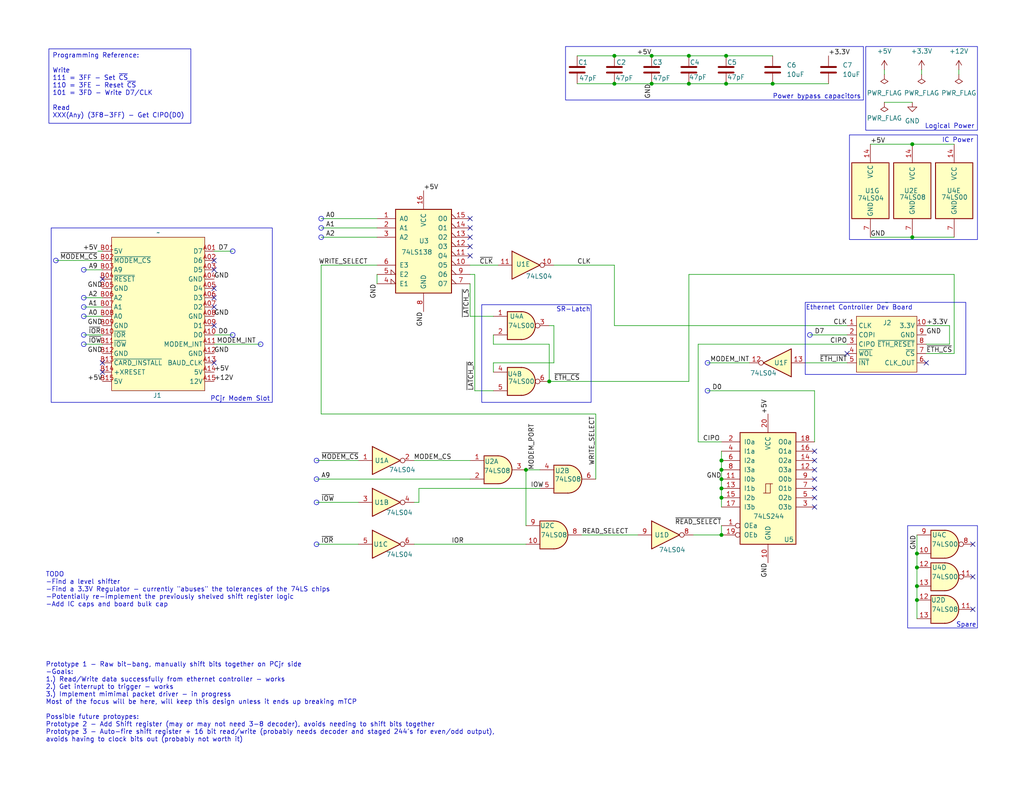
<source format=kicad_sch>
(kicad_sch
	(version 20231120)
	(generator "eeschema")
	(generator_version "8.0")
	(uuid "f1c6fb4c-0611-494b-b667-21d26f982c4c")
	(paper "USLetter")
	(title_block
		(title "jrNIC_v01")
		(date "2024-05-06")
		(rev "01")
		(company "RetroByten Engineering")
	)
	(lib_symbols
		(symbol "74xx:74LS00"
			(pin_names
				(offset 1.016)
			)
			(exclude_from_sim no)
			(in_bom yes)
			(on_board yes)
			(property "Reference" "U"
				(at 0 1.27 0)
				(effects
					(font
						(size 1.27 1.27)
					)
				)
			)
			(property "Value" "74LS00"
				(at 0 -1.27 0)
				(effects
					(font
						(size 1.27 1.27)
					)
				)
			)
			(property "Footprint" ""
				(at 0 0 0)
				(effects
					(font
						(size 1.27 1.27)
					)
					(hide yes)
				)
			)
			(property "Datasheet" "http://www.ti.com/lit/gpn/sn74ls00"
				(at 0 0 0)
				(effects
					(font
						(size 1.27 1.27)
					)
					(hide yes)
				)
			)
			(property "Description" "quad 2-input NAND gate"
				(at 0 0 0)
				(effects
					(font
						(size 1.27 1.27)
					)
					(hide yes)
				)
			)
			(property "ki_locked" ""
				(at 0 0 0)
				(effects
					(font
						(size 1.27 1.27)
					)
				)
			)
			(property "ki_keywords" "TTL nand 2-input"
				(at 0 0 0)
				(effects
					(font
						(size 1.27 1.27)
					)
					(hide yes)
				)
			)
			(property "ki_fp_filters" "DIP*W7.62mm* SO14*"
				(at 0 0 0)
				(effects
					(font
						(size 1.27 1.27)
					)
					(hide yes)
				)
			)
			(symbol "74LS00_1_1"
				(arc
					(start 0 -3.81)
					(mid 3.7934 0)
					(end 0 3.81)
					(stroke
						(width 0.254)
						(type default)
					)
					(fill
						(type background)
					)
				)
				(polyline
					(pts
						(xy 0 3.81) (xy -3.81 3.81) (xy -3.81 -3.81) (xy 0 -3.81)
					)
					(stroke
						(width 0.254)
						(type default)
					)
					(fill
						(type background)
					)
				)
				(pin input line
					(at -7.62 2.54 0)
					(length 3.81)
					(name "~"
						(effects
							(font
								(size 1.27 1.27)
							)
						)
					)
					(number "1"
						(effects
							(font
								(size 1.27 1.27)
							)
						)
					)
				)
				(pin input line
					(at -7.62 -2.54 0)
					(length 3.81)
					(name "~"
						(effects
							(font
								(size 1.27 1.27)
							)
						)
					)
					(number "2"
						(effects
							(font
								(size 1.27 1.27)
							)
						)
					)
				)
				(pin output inverted
					(at 7.62 0 180)
					(length 3.81)
					(name "~"
						(effects
							(font
								(size 1.27 1.27)
							)
						)
					)
					(number "3"
						(effects
							(font
								(size 1.27 1.27)
							)
						)
					)
				)
			)
			(symbol "74LS00_1_2"
				(arc
					(start -3.81 -3.81)
					(mid -2.589 0)
					(end -3.81 3.81)
					(stroke
						(width 0.254)
						(type default)
					)
					(fill
						(type none)
					)
				)
				(arc
					(start -0.6096 -3.81)
					(mid 2.1842 -2.5851)
					(end 3.81 0)
					(stroke
						(width 0.254)
						(type default)
					)
					(fill
						(type background)
					)
				)
				(polyline
					(pts
						(xy -3.81 -3.81) (xy -0.635 -3.81)
					)
					(stroke
						(width 0.254)
						(type default)
					)
					(fill
						(type background)
					)
				)
				(polyline
					(pts
						(xy -3.81 3.81) (xy -0.635 3.81)
					)
					(stroke
						(width 0.254)
						(type default)
					)
					(fill
						(type background)
					)
				)
				(polyline
					(pts
						(xy -0.635 3.81) (xy -3.81 3.81) (xy -3.81 3.81) (xy -3.556 3.4036) (xy -3.0226 2.2606) (xy -2.6924 1.0414)
						(xy -2.6162 -0.254) (xy -2.7686 -1.4986) (xy -3.175 -2.7178) (xy -3.81 -3.81) (xy -3.81 -3.81)
						(xy -0.635 -3.81)
					)
					(stroke
						(width -25.4)
						(type default)
					)
					(fill
						(type background)
					)
				)
				(arc
					(start 3.81 0)
					(mid 2.1915 2.5936)
					(end -0.6096 3.81)
					(stroke
						(width 0.254)
						(type default)
					)
					(fill
						(type background)
					)
				)
				(pin input inverted
					(at -7.62 2.54 0)
					(length 4.318)
					(name "~"
						(effects
							(font
								(size 1.27 1.27)
							)
						)
					)
					(number "1"
						(effects
							(font
								(size 1.27 1.27)
							)
						)
					)
				)
				(pin input inverted
					(at -7.62 -2.54 0)
					(length 4.318)
					(name "~"
						(effects
							(font
								(size 1.27 1.27)
							)
						)
					)
					(number "2"
						(effects
							(font
								(size 1.27 1.27)
							)
						)
					)
				)
				(pin output line
					(at 7.62 0 180)
					(length 3.81)
					(name "~"
						(effects
							(font
								(size 1.27 1.27)
							)
						)
					)
					(number "3"
						(effects
							(font
								(size 1.27 1.27)
							)
						)
					)
				)
			)
			(symbol "74LS00_2_1"
				(arc
					(start 0 -3.81)
					(mid 3.7934 0)
					(end 0 3.81)
					(stroke
						(width 0.254)
						(type default)
					)
					(fill
						(type background)
					)
				)
				(polyline
					(pts
						(xy 0 3.81) (xy -3.81 3.81) (xy -3.81 -3.81) (xy 0 -3.81)
					)
					(stroke
						(width 0.254)
						(type default)
					)
					(fill
						(type background)
					)
				)
				(pin input line
					(at -7.62 2.54 0)
					(length 3.81)
					(name "~"
						(effects
							(font
								(size 1.27 1.27)
							)
						)
					)
					(number "4"
						(effects
							(font
								(size 1.27 1.27)
							)
						)
					)
				)
				(pin input line
					(at -7.62 -2.54 0)
					(length 3.81)
					(name "~"
						(effects
							(font
								(size 1.27 1.27)
							)
						)
					)
					(number "5"
						(effects
							(font
								(size 1.27 1.27)
							)
						)
					)
				)
				(pin output inverted
					(at 7.62 0 180)
					(length 3.81)
					(name "~"
						(effects
							(font
								(size 1.27 1.27)
							)
						)
					)
					(number "6"
						(effects
							(font
								(size 1.27 1.27)
							)
						)
					)
				)
			)
			(symbol "74LS00_2_2"
				(arc
					(start -3.81 -3.81)
					(mid -2.589 0)
					(end -3.81 3.81)
					(stroke
						(width 0.254)
						(type default)
					)
					(fill
						(type none)
					)
				)
				(arc
					(start -0.6096 -3.81)
					(mid 2.1842 -2.5851)
					(end 3.81 0)
					(stroke
						(width 0.254)
						(type default)
					)
					(fill
						(type background)
					)
				)
				(polyline
					(pts
						(xy -3.81 -3.81) (xy -0.635 -3.81)
					)
					(stroke
						(width 0.254)
						(type default)
					)
					(fill
						(type background)
					)
				)
				(polyline
					(pts
						(xy -3.81 3.81) (xy -0.635 3.81)
					)
					(stroke
						(width 0.254)
						(type default)
					)
					(fill
						(type background)
					)
				)
				(polyline
					(pts
						(xy -0.635 3.81) (xy -3.81 3.81) (xy -3.81 3.81) (xy -3.556 3.4036) (xy -3.0226 2.2606) (xy -2.6924 1.0414)
						(xy -2.6162 -0.254) (xy -2.7686 -1.4986) (xy -3.175 -2.7178) (xy -3.81 -3.81) (xy -3.81 -3.81)
						(xy -0.635 -3.81)
					)
					(stroke
						(width -25.4)
						(type default)
					)
					(fill
						(type background)
					)
				)
				(arc
					(start 3.81 0)
					(mid 2.1915 2.5936)
					(end -0.6096 3.81)
					(stroke
						(width 0.254)
						(type default)
					)
					(fill
						(type background)
					)
				)
				(pin input inverted
					(at -7.62 2.54 0)
					(length 4.318)
					(name "~"
						(effects
							(font
								(size 1.27 1.27)
							)
						)
					)
					(number "4"
						(effects
							(font
								(size 1.27 1.27)
							)
						)
					)
				)
				(pin input inverted
					(at -7.62 -2.54 0)
					(length 4.318)
					(name "~"
						(effects
							(font
								(size 1.27 1.27)
							)
						)
					)
					(number "5"
						(effects
							(font
								(size 1.27 1.27)
							)
						)
					)
				)
				(pin output line
					(at 7.62 0 180)
					(length 3.81)
					(name "~"
						(effects
							(font
								(size 1.27 1.27)
							)
						)
					)
					(number "6"
						(effects
							(font
								(size 1.27 1.27)
							)
						)
					)
				)
			)
			(symbol "74LS00_3_1"
				(arc
					(start 0 -3.81)
					(mid 3.7934 0)
					(end 0 3.81)
					(stroke
						(width 0.254)
						(type default)
					)
					(fill
						(type background)
					)
				)
				(polyline
					(pts
						(xy 0 3.81) (xy -3.81 3.81) (xy -3.81 -3.81) (xy 0 -3.81)
					)
					(stroke
						(width 0.254)
						(type default)
					)
					(fill
						(type background)
					)
				)
				(pin input line
					(at -7.62 -2.54 0)
					(length 3.81)
					(name "~"
						(effects
							(font
								(size 1.27 1.27)
							)
						)
					)
					(number "10"
						(effects
							(font
								(size 1.27 1.27)
							)
						)
					)
				)
				(pin output inverted
					(at 7.62 0 180)
					(length 3.81)
					(name "~"
						(effects
							(font
								(size 1.27 1.27)
							)
						)
					)
					(number "8"
						(effects
							(font
								(size 1.27 1.27)
							)
						)
					)
				)
				(pin input line
					(at -7.62 2.54 0)
					(length 3.81)
					(name "~"
						(effects
							(font
								(size 1.27 1.27)
							)
						)
					)
					(number "9"
						(effects
							(font
								(size 1.27 1.27)
							)
						)
					)
				)
			)
			(symbol "74LS00_3_2"
				(arc
					(start -3.81 -3.81)
					(mid -2.589 0)
					(end -3.81 3.81)
					(stroke
						(width 0.254)
						(type default)
					)
					(fill
						(type none)
					)
				)
				(arc
					(start -0.6096 -3.81)
					(mid 2.1842 -2.5851)
					(end 3.81 0)
					(stroke
						(width 0.254)
						(type default)
					)
					(fill
						(type background)
					)
				)
				(polyline
					(pts
						(xy -3.81 -3.81) (xy -0.635 -3.81)
					)
					(stroke
						(width 0.254)
						(type default)
					)
					(fill
						(type background)
					)
				)
				(polyline
					(pts
						(xy -3.81 3.81) (xy -0.635 3.81)
					)
					(stroke
						(width 0.254)
						(type default)
					)
					(fill
						(type background)
					)
				)
				(polyline
					(pts
						(xy -0.635 3.81) (xy -3.81 3.81) (xy -3.81 3.81) (xy -3.556 3.4036) (xy -3.0226 2.2606) (xy -2.6924 1.0414)
						(xy -2.6162 -0.254) (xy -2.7686 -1.4986) (xy -3.175 -2.7178) (xy -3.81 -3.81) (xy -3.81 -3.81)
						(xy -0.635 -3.81)
					)
					(stroke
						(width -25.4)
						(type default)
					)
					(fill
						(type background)
					)
				)
				(arc
					(start 3.81 0)
					(mid 2.1915 2.5936)
					(end -0.6096 3.81)
					(stroke
						(width 0.254)
						(type default)
					)
					(fill
						(type background)
					)
				)
				(pin input inverted
					(at -7.62 -2.54 0)
					(length 4.318)
					(name "~"
						(effects
							(font
								(size 1.27 1.27)
							)
						)
					)
					(number "10"
						(effects
							(font
								(size 1.27 1.27)
							)
						)
					)
				)
				(pin output line
					(at 7.62 0 180)
					(length 3.81)
					(name "~"
						(effects
							(font
								(size 1.27 1.27)
							)
						)
					)
					(number "8"
						(effects
							(font
								(size 1.27 1.27)
							)
						)
					)
				)
				(pin input inverted
					(at -7.62 2.54 0)
					(length 4.318)
					(name "~"
						(effects
							(font
								(size 1.27 1.27)
							)
						)
					)
					(number "9"
						(effects
							(font
								(size 1.27 1.27)
							)
						)
					)
				)
			)
			(symbol "74LS00_4_1"
				(arc
					(start 0 -3.81)
					(mid 3.7934 0)
					(end 0 3.81)
					(stroke
						(width 0.254)
						(type default)
					)
					(fill
						(type background)
					)
				)
				(polyline
					(pts
						(xy 0 3.81) (xy -3.81 3.81) (xy -3.81 -3.81) (xy 0 -3.81)
					)
					(stroke
						(width 0.254)
						(type default)
					)
					(fill
						(type background)
					)
				)
				(pin output inverted
					(at 7.62 0 180)
					(length 3.81)
					(name "~"
						(effects
							(font
								(size 1.27 1.27)
							)
						)
					)
					(number "11"
						(effects
							(font
								(size 1.27 1.27)
							)
						)
					)
				)
				(pin input line
					(at -7.62 2.54 0)
					(length 3.81)
					(name "~"
						(effects
							(font
								(size 1.27 1.27)
							)
						)
					)
					(number "12"
						(effects
							(font
								(size 1.27 1.27)
							)
						)
					)
				)
				(pin input line
					(at -7.62 -2.54 0)
					(length 3.81)
					(name "~"
						(effects
							(font
								(size 1.27 1.27)
							)
						)
					)
					(number "13"
						(effects
							(font
								(size 1.27 1.27)
							)
						)
					)
				)
			)
			(symbol "74LS00_4_2"
				(arc
					(start -3.81 -3.81)
					(mid -2.589 0)
					(end -3.81 3.81)
					(stroke
						(width 0.254)
						(type default)
					)
					(fill
						(type none)
					)
				)
				(arc
					(start -0.6096 -3.81)
					(mid 2.1842 -2.5851)
					(end 3.81 0)
					(stroke
						(width 0.254)
						(type default)
					)
					(fill
						(type background)
					)
				)
				(polyline
					(pts
						(xy -3.81 -3.81) (xy -0.635 -3.81)
					)
					(stroke
						(width 0.254)
						(type default)
					)
					(fill
						(type background)
					)
				)
				(polyline
					(pts
						(xy -3.81 3.81) (xy -0.635 3.81)
					)
					(stroke
						(width 0.254)
						(type default)
					)
					(fill
						(type background)
					)
				)
				(polyline
					(pts
						(xy -0.635 3.81) (xy -3.81 3.81) (xy -3.81 3.81) (xy -3.556 3.4036) (xy -3.0226 2.2606) (xy -2.6924 1.0414)
						(xy -2.6162 -0.254) (xy -2.7686 -1.4986) (xy -3.175 -2.7178) (xy -3.81 -3.81) (xy -3.81 -3.81)
						(xy -0.635 -3.81)
					)
					(stroke
						(width -25.4)
						(type default)
					)
					(fill
						(type background)
					)
				)
				(arc
					(start 3.81 0)
					(mid 2.1915 2.5936)
					(end -0.6096 3.81)
					(stroke
						(width 0.254)
						(type default)
					)
					(fill
						(type background)
					)
				)
				(pin output line
					(at 7.62 0 180)
					(length 3.81)
					(name "~"
						(effects
							(font
								(size 1.27 1.27)
							)
						)
					)
					(number "11"
						(effects
							(font
								(size 1.27 1.27)
							)
						)
					)
				)
				(pin input inverted
					(at -7.62 2.54 0)
					(length 4.318)
					(name "~"
						(effects
							(font
								(size 1.27 1.27)
							)
						)
					)
					(number "12"
						(effects
							(font
								(size 1.27 1.27)
							)
						)
					)
				)
				(pin input inverted
					(at -7.62 -2.54 0)
					(length 4.318)
					(name "~"
						(effects
							(font
								(size 1.27 1.27)
							)
						)
					)
					(number "13"
						(effects
							(font
								(size 1.27 1.27)
							)
						)
					)
				)
			)
			(symbol "74LS00_5_0"
				(pin power_in line
					(at 0 12.7 270)
					(length 5.08)
					(name "VCC"
						(effects
							(font
								(size 1.27 1.27)
							)
						)
					)
					(number "14"
						(effects
							(font
								(size 1.27 1.27)
							)
						)
					)
				)
				(pin power_in line
					(at 0 -12.7 90)
					(length 5.08)
					(name "GND"
						(effects
							(font
								(size 1.27 1.27)
							)
						)
					)
					(number "7"
						(effects
							(font
								(size 1.27 1.27)
							)
						)
					)
				)
			)
			(symbol "74LS00_5_1"
				(rectangle
					(start -5.08 7.62)
					(end 5.08 -7.62)
					(stroke
						(width 0.254)
						(type default)
					)
					(fill
						(type background)
					)
				)
			)
		)
		(symbol "74xx:74LS04"
			(exclude_from_sim no)
			(in_bom yes)
			(on_board yes)
			(property "Reference" "U"
				(at 0 1.27 0)
				(effects
					(font
						(size 1.27 1.27)
					)
				)
			)
			(property "Value" "74LS04"
				(at 0 -1.27 0)
				(effects
					(font
						(size 1.27 1.27)
					)
				)
			)
			(property "Footprint" ""
				(at 0 0 0)
				(effects
					(font
						(size 1.27 1.27)
					)
					(hide yes)
				)
			)
			(property "Datasheet" "http://www.ti.com/lit/gpn/sn74LS04"
				(at 0 0 0)
				(effects
					(font
						(size 1.27 1.27)
					)
					(hide yes)
				)
			)
			(property "Description" "Hex Inverter"
				(at 0 0 0)
				(effects
					(font
						(size 1.27 1.27)
					)
					(hide yes)
				)
			)
			(property "ki_locked" ""
				(at 0 0 0)
				(effects
					(font
						(size 1.27 1.27)
					)
				)
			)
			(property "ki_keywords" "TTL not inv"
				(at 0 0 0)
				(effects
					(font
						(size 1.27 1.27)
					)
					(hide yes)
				)
			)
			(property "ki_fp_filters" "DIP*W7.62mm* SSOP?14* TSSOP?14*"
				(at 0 0 0)
				(effects
					(font
						(size 1.27 1.27)
					)
					(hide yes)
				)
			)
			(symbol "74LS04_1_0"
				(polyline
					(pts
						(xy -3.81 3.81) (xy -3.81 -3.81) (xy 3.81 0) (xy -3.81 3.81)
					)
					(stroke
						(width 0.254)
						(type default)
					)
					(fill
						(type background)
					)
				)
				(pin input line
					(at -7.62 0 0)
					(length 3.81)
					(name "~"
						(effects
							(font
								(size 1.27 1.27)
							)
						)
					)
					(number "1"
						(effects
							(font
								(size 1.27 1.27)
							)
						)
					)
				)
				(pin output inverted
					(at 7.62 0 180)
					(length 3.81)
					(name "~"
						(effects
							(font
								(size 1.27 1.27)
							)
						)
					)
					(number "2"
						(effects
							(font
								(size 1.27 1.27)
							)
						)
					)
				)
			)
			(symbol "74LS04_2_0"
				(polyline
					(pts
						(xy -3.81 3.81) (xy -3.81 -3.81) (xy 3.81 0) (xy -3.81 3.81)
					)
					(stroke
						(width 0.254)
						(type default)
					)
					(fill
						(type background)
					)
				)
				(pin input line
					(at -7.62 0 0)
					(length 3.81)
					(name "~"
						(effects
							(font
								(size 1.27 1.27)
							)
						)
					)
					(number "3"
						(effects
							(font
								(size 1.27 1.27)
							)
						)
					)
				)
				(pin output inverted
					(at 7.62 0 180)
					(length 3.81)
					(name "~"
						(effects
							(font
								(size 1.27 1.27)
							)
						)
					)
					(number "4"
						(effects
							(font
								(size 1.27 1.27)
							)
						)
					)
				)
			)
			(symbol "74LS04_3_0"
				(polyline
					(pts
						(xy -3.81 3.81) (xy -3.81 -3.81) (xy 3.81 0) (xy -3.81 3.81)
					)
					(stroke
						(width 0.254)
						(type default)
					)
					(fill
						(type background)
					)
				)
				(pin input line
					(at -7.62 0 0)
					(length 3.81)
					(name "~"
						(effects
							(font
								(size 1.27 1.27)
							)
						)
					)
					(number "5"
						(effects
							(font
								(size 1.27 1.27)
							)
						)
					)
				)
				(pin output inverted
					(at 7.62 0 180)
					(length 3.81)
					(name "~"
						(effects
							(font
								(size 1.27 1.27)
							)
						)
					)
					(number "6"
						(effects
							(font
								(size 1.27 1.27)
							)
						)
					)
				)
			)
			(symbol "74LS04_4_0"
				(polyline
					(pts
						(xy -3.81 3.81) (xy -3.81 -3.81) (xy 3.81 0) (xy -3.81 3.81)
					)
					(stroke
						(width 0.254)
						(type default)
					)
					(fill
						(type background)
					)
				)
				(pin output inverted
					(at 7.62 0 180)
					(length 3.81)
					(name "~"
						(effects
							(font
								(size 1.27 1.27)
							)
						)
					)
					(number "8"
						(effects
							(font
								(size 1.27 1.27)
							)
						)
					)
				)
				(pin input line
					(at -7.62 0 0)
					(length 3.81)
					(name "~"
						(effects
							(font
								(size 1.27 1.27)
							)
						)
					)
					(number "9"
						(effects
							(font
								(size 1.27 1.27)
							)
						)
					)
				)
			)
			(symbol "74LS04_5_0"
				(polyline
					(pts
						(xy -3.81 3.81) (xy -3.81 -3.81) (xy 3.81 0) (xy -3.81 3.81)
					)
					(stroke
						(width 0.254)
						(type default)
					)
					(fill
						(type background)
					)
				)
				(pin output inverted
					(at 7.62 0 180)
					(length 3.81)
					(name "~"
						(effects
							(font
								(size 1.27 1.27)
							)
						)
					)
					(number "10"
						(effects
							(font
								(size 1.27 1.27)
							)
						)
					)
				)
				(pin input line
					(at -7.62 0 0)
					(length 3.81)
					(name "~"
						(effects
							(font
								(size 1.27 1.27)
							)
						)
					)
					(number "11"
						(effects
							(font
								(size 1.27 1.27)
							)
						)
					)
				)
			)
			(symbol "74LS04_6_0"
				(polyline
					(pts
						(xy -3.81 3.81) (xy -3.81 -3.81) (xy 3.81 0) (xy -3.81 3.81)
					)
					(stroke
						(width 0.254)
						(type default)
					)
					(fill
						(type background)
					)
				)
				(pin output inverted
					(at 7.62 0 180)
					(length 3.81)
					(name "~"
						(effects
							(font
								(size 1.27 1.27)
							)
						)
					)
					(number "12"
						(effects
							(font
								(size 1.27 1.27)
							)
						)
					)
				)
				(pin input line
					(at -7.62 0 0)
					(length 3.81)
					(name "~"
						(effects
							(font
								(size 1.27 1.27)
							)
						)
					)
					(number "13"
						(effects
							(font
								(size 1.27 1.27)
							)
						)
					)
				)
			)
			(symbol "74LS04_7_0"
				(pin power_in line
					(at 0 12.7 270)
					(length 5.08)
					(name "VCC"
						(effects
							(font
								(size 1.27 1.27)
							)
						)
					)
					(number "14"
						(effects
							(font
								(size 1.27 1.27)
							)
						)
					)
				)
				(pin power_in line
					(at 0 -12.7 90)
					(length 5.08)
					(name "GND"
						(effects
							(font
								(size 1.27 1.27)
							)
						)
					)
					(number "7"
						(effects
							(font
								(size 1.27 1.27)
							)
						)
					)
				)
			)
			(symbol "74LS04_7_1"
				(rectangle
					(start -5.08 7.62)
					(end 5.08 -7.62)
					(stroke
						(width 0.254)
						(type default)
					)
					(fill
						(type background)
					)
				)
			)
		)
		(symbol "74xx:74LS08"
			(pin_names
				(offset 1.016)
			)
			(exclude_from_sim no)
			(in_bom yes)
			(on_board yes)
			(property "Reference" "U"
				(at 0 1.27 0)
				(effects
					(font
						(size 1.27 1.27)
					)
				)
			)
			(property "Value" "74LS08"
				(at 0 -1.27 0)
				(effects
					(font
						(size 1.27 1.27)
					)
				)
			)
			(property "Footprint" ""
				(at 0 0 0)
				(effects
					(font
						(size 1.27 1.27)
					)
					(hide yes)
				)
			)
			(property "Datasheet" "http://www.ti.com/lit/gpn/sn74LS08"
				(at 0 0 0)
				(effects
					(font
						(size 1.27 1.27)
					)
					(hide yes)
				)
			)
			(property "Description" "Quad And2"
				(at 0 0 0)
				(effects
					(font
						(size 1.27 1.27)
					)
					(hide yes)
				)
			)
			(property "ki_locked" ""
				(at 0 0 0)
				(effects
					(font
						(size 1.27 1.27)
					)
				)
			)
			(property "ki_keywords" "TTL and2"
				(at 0 0 0)
				(effects
					(font
						(size 1.27 1.27)
					)
					(hide yes)
				)
			)
			(property "ki_fp_filters" "DIP*W7.62mm*"
				(at 0 0 0)
				(effects
					(font
						(size 1.27 1.27)
					)
					(hide yes)
				)
			)
			(symbol "74LS08_1_1"
				(arc
					(start 0 -3.81)
					(mid 3.7934 0)
					(end 0 3.81)
					(stroke
						(width 0.254)
						(type default)
					)
					(fill
						(type background)
					)
				)
				(polyline
					(pts
						(xy 0 3.81) (xy -3.81 3.81) (xy -3.81 -3.81) (xy 0 -3.81)
					)
					(stroke
						(width 0.254)
						(type default)
					)
					(fill
						(type background)
					)
				)
				(pin input line
					(at -7.62 2.54 0)
					(length 3.81)
					(name "~"
						(effects
							(font
								(size 1.27 1.27)
							)
						)
					)
					(number "1"
						(effects
							(font
								(size 1.27 1.27)
							)
						)
					)
				)
				(pin input line
					(at -7.62 -2.54 0)
					(length 3.81)
					(name "~"
						(effects
							(font
								(size 1.27 1.27)
							)
						)
					)
					(number "2"
						(effects
							(font
								(size 1.27 1.27)
							)
						)
					)
				)
				(pin output line
					(at 7.62 0 180)
					(length 3.81)
					(name "~"
						(effects
							(font
								(size 1.27 1.27)
							)
						)
					)
					(number "3"
						(effects
							(font
								(size 1.27 1.27)
							)
						)
					)
				)
			)
			(symbol "74LS08_1_2"
				(arc
					(start -3.81 -3.81)
					(mid -2.589 0)
					(end -3.81 3.81)
					(stroke
						(width 0.254)
						(type default)
					)
					(fill
						(type none)
					)
				)
				(arc
					(start -0.6096 -3.81)
					(mid 2.1842 -2.5851)
					(end 3.81 0)
					(stroke
						(width 0.254)
						(type default)
					)
					(fill
						(type background)
					)
				)
				(polyline
					(pts
						(xy -3.81 -3.81) (xy -0.635 -3.81)
					)
					(stroke
						(width 0.254)
						(type default)
					)
					(fill
						(type background)
					)
				)
				(polyline
					(pts
						(xy -3.81 3.81) (xy -0.635 3.81)
					)
					(stroke
						(width 0.254)
						(type default)
					)
					(fill
						(type background)
					)
				)
				(polyline
					(pts
						(xy -0.635 3.81) (xy -3.81 3.81) (xy -3.81 3.81) (xy -3.556 3.4036) (xy -3.0226 2.2606) (xy -2.6924 1.0414)
						(xy -2.6162 -0.254) (xy -2.7686 -1.4986) (xy -3.175 -2.7178) (xy -3.81 -3.81) (xy -3.81 -3.81)
						(xy -0.635 -3.81)
					)
					(stroke
						(width -25.4)
						(type default)
					)
					(fill
						(type background)
					)
				)
				(arc
					(start 3.81 0)
					(mid 2.1915 2.5936)
					(end -0.6096 3.81)
					(stroke
						(width 0.254)
						(type default)
					)
					(fill
						(type background)
					)
				)
				(pin input inverted
					(at -7.62 2.54 0)
					(length 4.318)
					(name "~"
						(effects
							(font
								(size 1.27 1.27)
							)
						)
					)
					(number "1"
						(effects
							(font
								(size 1.27 1.27)
							)
						)
					)
				)
				(pin input inverted
					(at -7.62 -2.54 0)
					(length 4.318)
					(name "~"
						(effects
							(font
								(size 1.27 1.27)
							)
						)
					)
					(number "2"
						(effects
							(font
								(size 1.27 1.27)
							)
						)
					)
				)
				(pin output inverted
					(at 7.62 0 180)
					(length 3.81)
					(name "~"
						(effects
							(font
								(size 1.27 1.27)
							)
						)
					)
					(number "3"
						(effects
							(font
								(size 1.27 1.27)
							)
						)
					)
				)
			)
			(symbol "74LS08_2_1"
				(arc
					(start 0 -3.81)
					(mid 3.7934 0)
					(end 0 3.81)
					(stroke
						(width 0.254)
						(type default)
					)
					(fill
						(type background)
					)
				)
				(polyline
					(pts
						(xy 0 3.81) (xy -3.81 3.81) (xy -3.81 -3.81) (xy 0 -3.81)
					)
					(stroke
						(width 0.254)
						(type default)
					)
					(fill
						(type background)
					)
				)
				(pin input line
					(at -7.62 2.54 0)
					(length 3.81)
					(name "~"
						(effects
							(font
								(size 1.27 1.27)
							)
						)
					)
					(number "4"
						(effects
							(font
								(size 1.27 1.27)
							)
						)
					)
				)
				(pin input line
					(at -7.62 -2.54 0)
					(length 3.81)
					(name "~"
						(effects
							(font
								(size 1.27 1.27)
							)
						)
					)
					(number "5"
						(effects
							(font
								(size 1.27 1.27)
							)
						)
					)
				)
				(pin output line
					(at 7.62 0 180)
					(length 3.81)
					(name "~"
						(effects
							(font
								(size 1.27 1.27)
							)
						)
					)
					(number "6"
						(effects
							(font
								(size 1.27 1.27)
							)
						)
					)
				)
			)
			(symbol "74LS08_2_2"
				(arc
					(start -3.81 -3.81)
					(mid -2.589 0)
					(end -3.81 3.81)
					(stroke
						(width 0.254)
						(type default)
					)
					(fill
						(type none)
					)
				)
				(arc
					(start -0.6096 -3.81)
					(mid 2.1842 -2.5851)
					(end 3.81 0)
					(stroke
						(width 0.254)
						(type default)
					)
					(fill
						(type background)
					)
				)
				(polyline
					(pts
						(xy -3.81 -3.81) (xy -0.635 -3.81)
					)
					(stroke
						(width 0.254)
						(type default)
					)
					(fill
						(type background)
					)
				)
				(polyline
					(pts
						(xy -3.81 3.81) (xy -0.635 3.81)
					)
					(stroke
						(width 0.254)
						(type default)
					)
					(fill
						(type background)
					)
				)
				(polyline
					(pts
						(xy -0.635 3.81) (xy -3.81 3.81) (xy -3.81 3.81) (xy -3.556 3.4036) (xy -3.0226 2.2606) (xy -2.6924 1.0414)
						(xy -2.6162 -0.254) (xy -2.7686 -1.4986) (xy -3.175 -2.7178) (xy -3.81 -3.81) (xy -3.81 -3.81)
						(xy -0.635 -3.81)
					)
					(stroke
						(width -25.4)
						(type default)
					)
					(fill
						(type background)
					)
				)
				(arc
					(start 3.81 0)
					(mid 2.1915 2.5936)
					(end -0.6096 3.81)
					(stroke
						(width 0.254)
						(type default)
					)
					(fill
						(type background)
					)
				)
				(pin input inverted
					(at -7.62 2.54 0)
					(length 4.318)
					(name "~"
						(effects
							(font
								(size 1.27 1.27)
							)
						)
					)
					(number "4"
						(effects
							(font
								(size 1.27 1.27)
							)
						)
					)
				)
				(pin input inverted
					(at -7.62 -2.54 0)
					(length 4.318)
					(name "~"
						(effects
							(font
								(size 1.27 1.27)
							)
						)
					)
					(number "5"
						(effects
							(font
								(size 1.27 1.27)
							)
						)
					)
				)
				(pin output inverted
					(at 7.62 0 180)
					(length 3.81)
					(name "~"
						(effects
							(font
								(size 1.27 1.27)
							)
						)
					)
					(number "6"
						(effects
							(font
								(size 1.27 1.27)
							)
						)
					)
				)
			)
			(symbol "74LS08_3_1"
				(arc
					(start 0 -3.81)
					(mid 3.7934 0)
					(end 0 3.81)
					(stroke
						(width 0.254)
						(type default)
					)
					(fill
						(type background)
					)
				)
				(polyline
					(pts
						(xy 0 3.81) (xy -3.81 3.81) (xy -3.81 -3.81) (xy 0 -3.81)
					)
					(stroke
						(width 0.254)
						(type default)
					)
					(fill
						(type background)
					)
				)
				(pin input line
					(at -7.62 -2.54 0)
					(length 3.81)
					(name "~"
						(effects
							(font
								(size 1.27 1.27)
							)
						)
					)
					(number "10"
						(effects
							(font
								(size 1.27 1.27)
							)
						)
					)
				)
				(pin output line
					(at 7.62 0 180)
					(length 3.81)
					(name "~"
						(effects
							(font
								(size 1.27 1.27)
							)
						)
					)
					(number "8"
						(effects
							(font
								(size 1.27 1.27)
							)
						)
					)
				)
				(pin input line
					(at -7.62 2.54 0)
					(length 3.81)
					(name "~"
						(effects
							(font
								(size 1.27 1.27)
							)
						)
					)
					(number "9"
						(effects
							(font
								(size 1.27 1.27)
							)
						)
					)
				)
			)
			(symbol "74LS08_3_2"
				(arc
					(start -3.81 -3.81)
					(mid -2.589 0)
					(end -3.81 3.81)
					(stroke
						(width 0.254)
						(type default)
					)
					(fill
						(type none)
					)
				)
				(arc
					(start -0.6096 -3.81)
					(mid 2.1842 -2.5851)
					(end 3.81 0)
					(stroke
						(width 0.254)
						(type default)
					)
					(fill
						(type background)
					)
				)
				(polyline
					(pts
						(xy -3.81 -3.81) (xy -0.635 -3.81)
					)
					(stroke
						(width 0.254)
						(type default)
					)
					(fill
						(type background)
					)
				)
				(polyline
					(pts
						(xy -3.81 3.81) (xy -0.635 3.81)
					)
					(stroke
						(width 0.254)
						(type default)
					)
					(fill
						(type background)
					)
				)
				(polyline
					(pts
						(xy -0.635 3.81) (xy -3.81 3.81) (xy -3.81 3.81) (xy -3.556 3.4036) (xy -3.0226 2.2606) (xy -2.6924 1.0414)
						(xy -2.6162 -0.254) (xy -2.7686 -1.4986) (xy -3.175 -2.7178) (xy -3.81 -3.81) (xy -3.81 -3.81)
						(xy -0.635 -3.81)
					)
					(stroke
						(width -25.4)
						(type default)
					)
					(fill
						(type background)
					)
				)
				(arc
					(start 3.81 0)
					(mid 2.1915 2.5936)
					(end -0.6096 3.81)
					(stroke
						(width 0.254)
						(type default)
					)
					(fill
						(type background)
					)
				)
				(pin input inverted
					(at -7.62 -2.54 0)
					(length 4.318)
					(name "~"
						(effects
							(font
								(size 1.27 1.27)
							)
						)
					)
					(number "10"
						(effects
							(font
								(size 1.27 1.27)
							)
						)
					)
				)
				(pin output inverted
					(at 7.62 0 180)
					(length 3.81)
					(name "~"
						(effects
							(font
								(size 1.27 1.27)
							)
						)
					)
					(number "8"
						(effects
							(font
								(size 1.27 1.27)
							)
						)
					)
				)
				(pin input inverted
					(at -7.62 2.54 0)
					(length 4.318)
					(name "~"
						(effects
							(font
								(size 1.27 1.27)
							)
						)
					)
					(number "9"
						(effects
							(font
								(size 1.27 1.27)
							)
						)
					)
				)
			)
			(symbol "74LS08_4_1"
				(arc
					(start 0 -3.81)
					(mid 3.7934 0)
					(end 0 3.81)
					(stroke
						(width 0.254)
						(type default)
					)
					(fill
						(type background)
					)
				)
				(polyline
					(pts
						(xy 0 3.81) (xy -3.81 3.81) (xy -3.81 -3.81) (xy 0 -3.81)
					)
					(stroke
						(width 0.254)
						(type default)
					)
					(fill
						(type background)
					)
				)
				(pin output line
					(at 7.62 0 180)
					(length 3.81)
					(name "~"
						(effects
							(font
								(size 1.27 1.27)
							)
						)
					)
					(number "11"
						(effects
							(font
								(size 1.27 1.27)
							)
						)
					)
				)
				(pin input line
					(at -7.62 2.54 0)
					(length 3.81)
					(name "~"
						(effects
							(font
								(size 1.27 1.27)
							)
						)
					)
					(number "12"
						(effects
							(font
								(size 1.27 1.27)
							)
						)
					)
				)
				(pin input line
					(at -7.62 -2.54 0)
					(length 3.81)
					(name "~"
						(effects
							(font
								(size 1.27 1.27)
							)
						)
					)
					(number "13"
						(effects
							(font
								(size 1.27 1.27)
							)
						)
					)
				)
			)
			(symbol "74LS08_4_2"
				(arc
					(start -3.81 -3.81)
					(mid -2.589 0)
					(end -3.81 3.81)
					(stroke
						(width 0.254)
						(type default)
					)
					(fill
						(type none)
					)
				)
				(arc
					(start -0.6096 -3.81)
					(mid 2.1842 -2.5851)
					(end 3.81 0)
					(stroke
						(width 0.254)
						(type default)
					)
					(fill
						(type background)
					)
				)
				(polyline
					(pts
						(xy -3.81 -3.81) (xy -0.635 -3.81)
					)
					(stroke
						(width 0.254)
						(type default)
					)
					(fill
						(type background)
					)
				)
				(polyline
					(pts
						(xy -3.81 3.81) (xy -0.635 3.81)
					)
					(stroke
						(width 0.254)
						(type default)
					)
					(fill
						(type background)
					)
				)
				(polyline
					(pts
						(xy -0.635 3.81) (xy -3.81 3.81) (xy -3.81 3.81) (xy -3.556 3.4036) (xy -3.0226 2.2606) (xy -2.6924 1.0414)
						(xy -2.6162 -0.254) (xy -2.7686 -1.4986) (xy -3.175 -2.7178) (xy -3.81 -3.81) (xy -3.81 -3.81)
						(xy -0.635 -3.81)
					)
					(stroke
						(width -25.4)
						(type default)
					)
					(fill
						(type background)
					)
				)
				(arc
					(start 3.81 0)
					(mid 2.1915 2.5936)
					(end -0.6096 3.81)
					(stroke
						(width 0.254)
						(type default)
					)
					(fill
						(type background)
					)
				)
				(pin output inverted
					(at 7.62 0 180)
					(length 3.81)
					(name "~"
						(effects
							(font
								(size 1.27 1.27)
							)
						)
					)
					(number "11"
						(effects
							(font
								(size 1.27 1.27)
							)
						)
					)
				)
				(pin input inverted
					(at -7.62 2.54 0)
					(length 4.318)
					(name "~"
						(effects
							(font
								(size 1.27 1.27)
							)
						)
					)
					(number "12"
						(effects
							(font
								(size 1.27 1.27)
							)
						)
					)
				)
				(pin input inverted
					(at -7.62 -2.54 0)
					(length 4.318)
					(name "~"
						(effects
							(font
								(size 1.27 1.27)
							)
						)
					)
					(number "13"
						(effects
							(font
								(size 1.27 1.27)
							)
						)
					)
				)
			)
			(symbol "74LS08_5_0"
				(pin power_in line
					(at 0 12.7 270)
					(length 5.08)
					(name "VCC"
						(effects
							(font
								(size 1.27 1.27)
							)
						)
					)
					(number "14"
						(effects
							(font
								(size 1.27 1.27)
							)
						)
					)
				)
				(pin power_in line
					(at 0 -12.7 90)
					(length 5.08)
					(name "GND"
						(effects
							(font
								(size 1.27 1.27)
							)
						)
					)
					(number "7"
						(effects
							(font
								(size 1.27 1.27)
							)
						)
					)
				)
			)
			(symbol "74LS08_5_1"
				(rectangle
					(start -5.08 7.62)
					(end 5.08 -7.62)
					(stroke
						(width 0.254)
						(type default)
					)
					(fill
						(type background)
					)
				)
			)
		)
		(symbol "74xx:74LS138"
			(pin_names
				(offset 1.016)
			)
			(exclude_from_sim no)
			(in_bom yes)
			(on_board yes)
			(property "Reference" "U"
				(at -7.62 11.43 0)
				(effects
					(font
						(size 1.27 1.27)
					)
				)
			)
			(property "Value" "74LS138"
				(at -7.62 -13.97 0)
				(effects
					(font
						(size 1.27 1.27)
					)
				)
			)
			(property "Footprint" ""
				(at 0 0 0)
				(effects
					(font
						(size 1.27 1.27)
					)
					(hide yes)
				)
			)
			(property "Datasheet" "http://www.ti.com/lit/gpn/sn74LS138"
				(at 0 0 0)
				(effects
					(font
						(size 1.27 1.27)
					)
					(hide yes)
				)
			)
			(property "Description" "Decoder 3 to 8 active low outputs"
				(at 0 0 0)
				(effects
					(font
						(size 1.27 1.27)
					)
					(hide yes)
				)
			)
			(property "ki_locked" ""
				(at 0 0 0)
				(effects
					(font
						(size 1.27 1.27)
					)
				)
			)
			(property "ki_keywords" "TTL DECOD DECOD8"
				(at 0 0 0)
				(effects
					(font
						(size 1.27 1.27)
					)
					(hide yes)
				)
			)
			(property "ki_fp_filters" "DIP?16*"
				(at 0 0 0)
				(effects
					(font
						(size 1.27 1.27)
					)
					(hide yes)
				)
			)
			(symbol "74LS138_1_0"
				(pin input line
					(at -12.7 7.62 0)
					(length 5.08)
					(name "A0"
						(effects
							(font
								(size 1.27 1.27)
							)
						)
					)
					(number "1"
						(effects
							(font
								(size 1.27 1.27)
							)
						)
					)
				)
				(pin output output_low
					(at 12.7 -5.08 180)
					(length 5.08)
					(name "O5"
						(effects
							(font
								(size 1.27 1.27)
							)
						)
					)
					(number "10"
						(effects
							(font
								(size 1.27 1.27)
							)
						)
					)
				)
				(pin output output_low
					(at 12.7 -2.54 180)
					(length 5.08)
					(name "O4"
						(effects
							(font
								(size 1.27 1.27)
							)
						)
					)
					(number "11"
						(effects
							(font
								(size 1.27 1.27)
							)
						)
					)
				)
				(pin output output_low
					(at 12.7 0 180)
					(length 5.08)
					(name "O3"
						(effects
							(font
								(size 1.27 1.27)
							)
						)
					)
					(number "12"
						(effects
							(font
								(size 1.27 1.27)
							)
						)
					)
				)
				(pin output output_low
					(at 12.7 2.54 180)
					(length 5.08)
					(name "O2"
						(effects
							(font
								(size 1.27 1.27)
							)
						)
					)
					(number "13"
						(effects
							(font
								(size 1.27 1.27)
							)
						)
					)
				)
				(pin output output_low
					(at 12.7 5.08 180)
					(length 5.08)
					(name "O1"
						(effects
							(font
								(size 1.27 1.27)
							)
						)
					)
					(number "14"
						(effects
							(font
								(size 1.27 1.27)
							)
						)
					)
				)
				(pin output output_low
					(at 12.7 7.62 180)
					(length 5.08)
					(name "O0"
						(effects
							(font
								(size 1.27 1.27)
							)
						)
					)
					(number "15"
						(effects
							(font
								(size 1.27 1.27)
							)
						)
					)
				)
				(pin power_in line
					(at 0 15.24 270)
					(length 5.08)
					(name "VCC"
						(effects
							(font
								(size 1.27 1.27)
							)
						)
					)
					(number "16"
						(effects
							(font
								(size 1.27 1.27)
							)
						)
					)
				)
				(pin input line
					(at -12.7 5.08 0)
					(length 5.08)
					(name "A1"
						(effects
							(font
								(size 1.27 1.27)
							)
						)
					)
					(number "2"
						(effects
							(font
								(size 1.27 1.27)
							)
						)
					)
				)
				(pin input line
					(at -12.7 2.54 0)
					(length 5.08)
					(name "A2"
						(effects
							(font
								(size 1.27 1.27)
							)
						)
					)
					(number "3"
						(effects
							(font
								(size 1.27 1.27)
							)
						)
					)
				)
				(pin input input_low
					(at -12.7 -10.16 0)
					(length 5.08)
					(name "E1"
						(effects
							(font
								(size 1.27 1.27)
							)
						)
					)
					(number "4"
						(effects
							(font
								(size 1.27 1.27)
							)
						)
					)
				)
				(pin input input_low
					(at -12.7 -7.62 0)
					(length 5.08)
					(name "E2"
						(effects
							(font
								(size 1.27 1.27)
							)
						)
					)
					(number "5"
						(effects
							(font
								(size 1.27 1.27)
							)
						)
					)
				)
				(pin input line
					(at -12.7 -5.08 0)
					(length 5.08)
					(name "E3"
						(effects
							(font
								(size 1.27 1.27)
							)
						)
					)
					(number "6"
						(effects
							(font
								(size 1.27 1.27)
							)
						)
					)
				)
				(pin output output_low
					(at 12.7 -10.16 180)
					(length 5.08)
					(name "O7"
						(effects
							(font
								(size 1.27 1.27)
							)
						)
					)
					(number "7"
						(effects
							(font
								(size 1.27 1.27)
							)
						)
					)
				)
				(pin power_in line
					(at 0 -17.78 90)
					(length 5.08)
					(name "GND"
						(effects
							(font
								(size 1.27 1.27)
							)
						)
					)
					(number "8"
						(effects
							(font
								(size 1.27 1.27)
							)
						)
					)
				)
				(pin output output_low
					(at 12.7 -7.62 180)
					(length 5.08)
					(name "O6"
						(effects
							(font
								(size 1.27 1.27)
							)
						)
					)
					(number "9"
						(effects
							(font
								(size 1.27 1.27)
							)
						)
					)
				)
			)
			(symbol "74LS138_1_1"
				(rectangle
					(start -7.62 10.16)
					(end 7.62 -12.7)
					(stroke
						(width 0.254)
						(type default)
					)
					(fill
						(type background)
					)
				)
			)
		)
		(symbol "74xx:74LS244"
			(pin_names
				(offset 1.016)
			)
			(exclude_from_sim no)
			(in_bom yes)
			(on_board yes)
			(property "Reference" "U"
				(at -7.62 16.51 0)
				(effects
					(font
						(size 1.27 1.27)
					)
				)
			)
			(property "Value" "74LS244"
				(at -7.62 -16.51 0)
				(effects
					(font
						(size 1.27 1.27)
					)
				)
			)
			(property "Footprint" ""
				(at 0 0 0)
				(effects
					(font
						(size 1.27 1.27)
					)
					(hide yes)
				)
			)
			(property "Datasheet" "http://www.ti.com/lit/ds/symlink/sn74ls244.pdf"
				(at 0 0 0)
				(effects
					(font
						(size 1.27 1.27)
					)
					(hide yes)
				)
			)
			(property "Description" "Octal Buffer and Line Driver With 3-State Output, active-low enables, non-inverting outputs"
				(at 0 0 0)
				(effects
					(font
						(size 1.27 1.27)
					)
					(hide yes)
				)
			)
			(property "ki_keywords" "7400 logic ttl low power schottky"
				(at 0 0 0)
				(effects
					(font
						(size 1.27 1.27)
					)
					(hide yes)
				)
			)
			(property "ki_fp_filters" "DIP?20*"
				(at 0 0 0)
				(effects
					(font
						(size 1.27 1.27)
					)
					(hide yes)
				)
			)
			(symbol "74LS244_1_0"
				(polyline
					(pts
						(xy -0.635 -1.27) (xy -0.635 1.27) (xy 0.635 1.27)
					)
					(stroke
						(width 0)
						(type default)
					)
					(fill
						(type none)
					)
				)
				(polyline
					(pts
						(xy -1.27 -1.27) (xy 0.635 -1.27) (xy 0.635 1.27) (xy 1.27 1.27)
					)
					(stroke
						(width 0)
						(type default)
					)
					(fill
						(type none)
					)
				)
				(pin input inverted
					(at -12.7 -10.16 0)
					(length 5.08)
					(name "OEa"
						(effects
							(font
								(size 1.27 1.27)
							)
						)
					)
					(number "1"
						(effects
							(font
								(size 1.27 1.27)
							)
						)
					)
				)
				(pin power_in line
					(at 0 -20.32 90)
					(length 5.08)
					(name "GND"
						(effects
							(font
								(size 1.27 1.27)
							)
						)
					)
					(number "10"
						(effects
							(font
								(size 1.27 1.27)
							)
						)
					)
				)
				(pin input line
					(at -12.7 2.54 0)
					(length 5.08)
					(name "I0b"
						(effects
							(font
								(size 1.27 1.27)
							)
						)
					)
					(number "11"
						(effects
							(font
								(size 1.27 1.27)
							)
						)
					)
				)
				(pin tri_state line
					(at 12.7 5.08 180)
					(length 5.08)
					(name "O3a"
						(effects
							(font
								(size 1.27 1.27)
							)
						)
					)
					(number "12"
						(effects
							(font
								(size 1.27 1.27)
							)
						)
					)
				)
				(pin input line
					(at -12.7 0 0)
					(length 5.08)
					(name "I1b"
						(effects
							(font
								(size 1.27 1.27)
							)
						)
					)
					(number "13"
						(effects
							(font
								(size 1.27 1.27)
							)
						)
					)
				)
				(pin tri_state line
					(at 12.7 7.62 180)
					(length 5.08)
					(name "O2a"
						(effects
							(font
								(size 1.27 1.27)
							)
						)
					)
					(number "14"
						(effects
							(font
								(size 1.27 1.27)
							)
						)
					)
				)
				(pin input line
					(at -12.7 -2.54 0)
					(length 5.08)
					(name "I2b"
						(effects
							(font
								(size 1.27 1.27)
							)
						)
					)
					(number "15"
						(effects
							(font
								(size 1.27 1.27)
							)
						)
					)
				)
				(pin tri_state line
					(at 12.7 10.16 180)
					(length 5.08)
					(name "O1a"
						(effects
							(font
								(size 1.27 1.27)
							)
						)
					)
					(number "16"
						(effects
							(font
								(size 1.27 1.27)
							)
						)
					)
				)
				(pin input line
					(at -12.7 -5.08 0)
					(length 5.08)
					(name "I3b"
						(effects
							(font
								(size 1.27 1.27)
							)
						)
					)
					(number "17"
						(effects
							(font
								(size 1.27 1.27)
							)
						)
					)
				)
				(pin tri_state line
					(at 12.7 12.7 180)
					(length 5.08)
					(name "O0a"
						(effects
							(font
								(size 1.27 1.27)
							)
						)
					)
					(number "18"
						(effects
							(font
								(size 1.27 1.27)
							)
						)
					)
				)
				(pin input inverted
					(at -12.7 -12.7 0)
					(length 5.08)
					(name "OEb"
						(effects
							(font
								(size 1.27 1.27)
							)
						)
					)
					(number "19"
						(effects
							(font
								(size 1.27 1.27)
							)
						)
					)
				)
				(pin input line
					(at -12.7 12.7 0)
					(length 5.08)
					(name "I0a"
						(effects
							(font
								(size 1.27 1.27)
							)
						)
					)
					(number "2"
						(effects
							(font
								(size 1.27 1.27)
							)
						)
					)
				)
				(pin power_in line
					(at 0 20.32 270)
					(length 5.08)
					(name "VCC"
						(effects
							(font
								(size 1.27 1.27)
							)
						)
					)
					(number "20"
						(effects
							(font
								(size 1.27 1.27)
							)
						)
					)
				)
				(pin tri_state line
					(at 12.7 -5.08 180)
					(length 5.08)
					(name "O3b"
						(effects
							(font
								(size 1.27 1.27)
							)
						)
					)
					(number "3"
						(effects
							(font
								(size 1.27 1.27)
							)
						)
					)
				)
				(pin input line
					(at -12.7 10.16 0)
					(length 5.08)
					(name "I1a"
						(effects
							(font
								(size 1.27 1.27)
							)
						)
					)
					(number "4"
						(effects
							(font
								(size 1.27 1.27)
							)
						)
					)
				)
				(pin tri_state line
					(at 12.7 -2.54 180)
					(length 5.08)
					(name "O2b"
						(effects
							(font
								(size 1.27 1.27)
							)
						)
					)
					(number "5"
						(effects
							(font
								(size 1.27 1.27)
							)
						)
					)
				)
				(pin input line
					(at -12.7 7.62 0)
					(length 5.08)
					(name "I2a"
						(effects
							(font
								(size 1.27 1.27)
							)
						)
					)
					(number "6"
						(effects
							(font
								(size 1.27 1.27)
							)
						)
					)
				)
				(pin tri_state line
					(at 12.7 0 180)
					(length 5.08)
					(name "O1b"
						(effects
							(font
								(size 1.27 1.27)
							)
						)
					)
					(number "7"
						(effects
							(font
								(size 1.27 1.27)
							)
						)
					)
				)
				(pin input line
					(at -12.7 5.08 0)
					(length 5.08)
					(name "I3a"
						(effects
							(font
								(size 1.27 1.27)
							)
						)
					)
					(number "8"
						(effects
							(font
								(size 1.27 1.27)
							)
						)
					)
				)
				(pin tri_state line
					(at 12.7 2.54 180)
					(length 5.08)
					(name "O0b"
						(effects
							(font
								(size 1.27 1.27)
							)
						)
					)
					(number "9"
						(effects
							(font
								(size 1.27 1.27)
							)
						)
					)
				)
			)
			(symbol "74LS244_1_1"
				(rectangle
					(start -7.62 15.24)
					(end 7.62 -15.24)
					(stroke
						(width 0.254)
						(type default)
					)
					(fill
						(type background)
					)
				)
			)
		)
		(symbol "Device:C"
			(pin_numbers hide)
			(pin_names
				(offset 0.254)
			)
			(exclude_from_sim no)
			(in_bom yes)
			(on_board yes)
			(property "Reference" "C"
				(at 0.635 2.54 0)
				(effects
					(font
						(size 1.27 1.27)
					)
					(justify left)
				)
			)
			(property "Value" "C"
				(at 0.635 -2.54 0)
				(effects
					(font
						(size 1.27 1.27)
					)
					(justify left)
				)
			)
			(property "Footprint" ""
				(at 0.9652 -3.81 0)
				(effects
					(font
						(size 1.27 1.27)
					)
					(hide yes)
				)
			)
			(property "Datasheet" "~"
				(at 0 0 0)
				(effects
					(font
						(size 1.27 1.27)
					)
					(hide yes)
				)
			)
			(property "Description" "Unpolarized capacitor"
				(at 0 0 0)
				(effects
					(font
						(size 1.27 1.27)
					)
					(hide yes)
				)
			)
			(property "ki_keywords" "cap capacitor"
				(at 0 0 0)
				(effects
					(font
						(size 1.27 1.27)
					)
					(hide yes)
				)
			)
			(property "ki_fp_filters" "C_*"
				(at 0 0 0)
				(effects
					(font
						(size 1.27 1.27)
					)
					(hide yes)
				)
			)
			(symbol "C_0_1"
				(polyline
					(pts
						(xy -2.032 -0.762) (xy 2.032 -0.762)
					)
					(stroke
						(width 0.508)
						(type default)
					)
					(fill
						(type none)
					)
				)
				(polyline
					(pts
						(xy -2.032 0.762) (xy 2.032 0.762)
					)
					(stroke
						(width 0.508)
						(type default)
					)
					(fill
						(type none)
					)
				)
			)
			(symbol "C_1_1"
				(pin passive line
					(at 0 3.81 270)
					(length 2.794)
					(name "~"
						(effects
							(font
								(size 1.27 1.27)
							)
						)
					)
					(number "1"
						(effects
							(font
								(size 1.27 1.27)
							)
						)
					)
				)
				(pin passive line
					(at 0 -3.81 90)
					(length 2.794)
					(name "~"
						(effects
							(font
								(size 1.27 1.27)
							)
						)
					)
					(number "2"
						(effects
							(font
								(size 1.27 1.27)
							)
						)
					)
				)
			)
		)
		(symbol "PCjr_PROTO_RAM_CART_symbol_lib:Ethernet_DevBoard"
			(exclude_from_sim no)
			(in_bom yes)
			(on_board yes)
			(property "Reference" "J"
				(at 7.366 -2.032 0)
				(effects
					(font
						(size 1.27 1.27)
					)
				)
			)
			(property "Value" ""
				(at 0 0 0)
				(effects
					(font
						(size 1.27 1.27)
					)
				)
			)
			(property "Footprint" ""
				(at 0 0 0)
				(effects
					(font
						(size 1.27 1.27)
					)
					(hide yes)
				)
			)
			(property "Datasheet" "https://www.olimex.com/Products/Modules/Ethernet/MOD-ENC28J60/resources/MOD-ENC28J60-schematic.pdf"
				(at 6.096 -8.89 0)
				(effects
					(font
						(size 1.27 1.27)
					)
					(hide yes)
				)
			)
			(property "Description" ""
				(at 0 0 0)
				(effects
					(font
						(size 1.27 1.27)
					)
					(hide yes)
				)
			)
			(property "ControllerSheet" "https://ww1.microchip.com/downloads/en/DeviceDoc/39662e.pdf"
				(at 2.286 -6.35 0)
				(effects
					(font
						(size 1.27 1.27)
					)
				)
			)
			(symbol "Ethernet_DevBoard_0_1"
				(rectangle
					(start 0 15.24)
					(end 16.51 0)
					(stroke
						(width 0)
						(type default)
					)
					(fill
						(type background)
					)
				)
			)
			(symbol "Ethernet_DevBoard_1_1"
				(pin input line
					(at -2.54 12.7 0)
					(length 2.54)
					(name "CLK"
						(effects
							(font
								(size 1.27 1.27)
							)
						)
					)
					(number "1"
						(effects
							(font
								(size 1.27 1.27)
							)
						)
					)
				)
				(pin power_in line
					(at 19.05 12.7 180)
					(length 2.54)
					(name "3.3V"
						(effects
							(font
								(size 1.27 1.27)
							)
						)
					)
					(number "10"
						(effects
							(font
								(size 1.27 1.27)
							)
						)
					)
				)
				(pin input line
					(at -2.54 10.16 0)
					(length 2.54)
					(name "COPI"
						(effects
							(font
								(size 1.27 1.27)
							)
						)
					)
					(number "2"
						(effects
							(font
								(size 1.27 1.27)
							)
						)
					)
				)
				(pin output line
					(at -2.54 7.62 0)
					(length 2.54)
					(name "CIPO"
						(effects
							(font
								(size 1.27 1.27)
							)
						)
					)
					(number "3"
						(effects
							(font
								(size 1.27 1.27)
							)
						)
					)
				)
				(pin input line
					(at -2.54 5.08 0)
					(length 2.54)
					(name "~{WOL}"
						(effects
							(font
								(size 1.27 1.27)
							)
						)
					)
					(number "4"
						(effects
							(font
								(size 1.27 1.27)
							)
						)
					)
				)
				(pin output line
					(at -2.54 2.54 0)
					(length 2.54)
					(name "~{INT}"
						(effects
							(font
								(size 1.27 1.27)
							)
						)
					)
					(number "5"
						(effects
							(font
								(size 1.27 1.27)
							)
						)
					)
				)
				(pin output line
					(at 19.05 2.54 180)
					(length 2.54)
					(name "CLK_OUT"
						(effects
							(font
								(size 1.27 1.27)
							)
						)
					)
					(number "6"
						(effects
							(font
								(size 1.27 1.27)
							)
						)
					)
				)
				(pin input line
					(at 19.05 5.08 180)
					(length 2.54)
					(name "~{CS}"
						(effects
							(font
								(size 1.27 1.27)
							)
						)
					)
					(number "7"
						(effects
							(font
								(size 1.27 1.27)
							)
						)
					)
				)
				(pin input line
					(at 19.05 7.62 180)
					(length 2.54)
					(name "~{ETH_RESET}"
						(effects
							(font
								(size 1.27 1.27)
							)
						)
					)
					(number "8"
						(effects
							(font
								(size 1.27 1.27)
							)
						)
					)
				)
				(pin power_in line
					(at 19.05 10.16 180)
					(length 2.54)
					(name "GND"
						(effects
							(font
								(size 1.27 1.27)
							)
						)
					)
					(number "9"
						(effects
							(font
								(size 1.27 1.27)
							)
						)
					)
				)
			)
		)
		(symbol "PCjr_PROTO_RAM_CART_symbol_lib:PCjrModemPort"
			(exclude_from_sim no)
			(in_bom yes)
			(on_board yes)
			(property "Reference" "J"
				(at 13.208 -1.778 0)
				(effects
					(font
						(size 1.27 1.27)
					)
				)
			)
			(property "Value" ""
				(at 0 0 0)
				(effects
					(font
						(size 1.27 1.27)
					)
				)
			)
			(property "Footprint" ""
				(at 0 0 0)
				(effects
					(font
						(size 1.27 1.27)
					)
					(hide yes)
				)
			)
			(property "Datasheet" ""
				(at 0 0 0)
				(effects
					(font
						(size 1.27 1.27)
					)
					(hide yes)
				)
			)
			(property "Description" ""
				(at 0 0 0)
				(effects
					(font
						(size 1.27 1.27)
					)
					(hide yes)
				)
			)
			(symbol "PCjrModemPort_0_1"
				(rectangle
					(start 0 41.91)
					(end 25.4 0)
					(stroke
						(width 0)
						(type default)
					)
					(fill
						(type background)
					)
				)
			)
			(symbol "PCjrModemPort_1_1"
				(pin bidirectional line
					(at 27.94 38.1 180)
					(length 2.54)
					(name "D7"
						(effects
							(font
								(size 1.27 1.27)
							)
						)
					)
					(number "A01"
						(effects
							(font
								(size 1.27 1.27)
							)
						)
					)
				)
				(pin bidirectional line
					(at 27.94 35.56 180)
					(length 2.54)
					(name "D6"
						(effects
							(font
								(size 1.27 1.27)
							)
						)
					)
					(number "A02"
						(effects
							(font
								(size 1.27 1.27)
							)
						)
					)
				)
				(pin bidirectional line
					(at 27.94 33.02 180)
					(length 2.54)
					(name "D5"
						(effects
							(font
								(size 1.27 1.27)
							)
						)
					)
					(number "A03"
						(effects
							(font
								(size 1.27 1.27)
							)
						)
					)
				)
				(pin power_in line
					(at 27.94 30.48 180)
					(length 2.54)
					(name "GND"
						(effects
							(font
								(size 1.27 1.27)
							)
						)
					)
					(number "A04"
						(effects
							(font
								(size 1.27 1.27)
							)
						)
					)
				)
				(pin bidirectional line
					(at 27.94 27.94 180)
					(length 2.54)
					(name "D4"
						(effects
							(font
								(size 1.27 1.27)
							)
						)
					)
					(number "A05"
						(effects
							(font
								(size 1.27 1.27)
							)
						)
					)
				)
				(pin bidirectional line
					(at 27.94 25.4 180)
					(length 2.54)
					(name "D3"
						(effects
							(font
								(size 1.27 1.27)
							)
						)
					)
					(number "A06"
						(effects
							(font
								(size 1.27 1.27)
							)
						)
					)
				)
				(pin bidirectional line
					(at 27.94 22.86 180)
					(length 2.54)
					(name "D2"
						(effects
							(font
								(size 1.27 1.27)
							)
						)
					)
					(number "A07"
						(effects
							(font
								(size 1.27 1.27)
							)
						)
					)
				)
				(pin power_in line
					(at 27.94 20.32 180)
					(length 2.54)
					(name "GND"
						(effects
							(font
								(size 1.27 1.27)
							)
						)
					)
					(number "A08"
						(effects
							(font
								(size 1.27 1.27)
							)
						)
					)
				)
				(pin bidirectional line
					(at 27.94 17.78 180)
					(length 2.54)
					(name "D1"
						(effects
							(font
								(size 1.27 1.27)
							)
						)
					)
					(number "A09"
						(effects
							(font
								(size 1.27 1.27)
							)
						)
					)
				)
				(pin bidirectional line
					(at 27.94 15.24 180)
					(length 2.54)
					(name "D0"
						(effects
							(font
								(size 1.27 1.27)
							)
						)
					)
					(number "A10"
						(effects
							(font
								(size 1.27 1.27)
							)
						)
					)
				)
				(pin input line
					(at 27.94 12.7 180)
					(length 2.54)
					(name "MODEM_INT"
						(effects
							(font
								(size 1.27 1.27)
							)
						)
					)
					(number "A11"
						(effects
							(font
								(size 1.27 1.27)
							)
						)
					)
				)
				(pin power_in line
					(at 27.94 10.16 180)
					(length 2.54)
					(name "GND"
						(effects
							(font
								(size 1.27 1.27)
							)
						)
					)
					(number "A12"
						(effects
							(font
								(size 1.27 1.27)
							)
						)
					)
				)
				(pin output line
					(at 27.94 7.62 180)
					(length 2.54)
					(name "BAUD_CLK"
						(effects
							(font
								(size 1.27 1.27)
							)
						)
					)
					(number "A13"
						(effects
							(font
								(size 1.27 1.27)
							)
						)
					)
				)
				(pin power_in line
					(at 27.94 5.08 180)
					(length 2.54)
					(name "5V"
						(effects
							(font
								(size 1.27 1.27)
							)
						)
					)
					(number "A14"
						(effects
							(font
								(size 1.27 1.27)
							)
						)
					)
				)
				(pin power_in line
					(at 27.94 2.54 180)
					(length 2.54)
					(name "12V"
						(effects
							(font
								(size 1.27 1.27)
							)
						)
					)
					(number "A15"
						(effects
							(font
								(size 1.27 1.27)
							)
						)
					)
				)
				(pin power_in line
					(at -2.54 38.1 0)
					(length 2.54)
					(name "5V"
						(effects
							(font
								(size 1.27 1.27)
							)
						)
					)
					(number "B01"
						(effects
							(font
								(size 1.27 1.27)
							)
						)
					)
				)
				(pin output line
					(at -2.54 35.56 0)
					(length 2.54)
					(name "~{MODEM_CS}"
						(effects
							(font
								(size 1.27 1.27)
							)
						)
					)
					(number "B02"
						(effects
							(font
								(size 1.27 1.27)
							)
						)
					)
				)
				(pin output line
					(at -2.54 33.02 0)
					(length 2.54)
					(name "A9"
						(effects
							(font
								(size 1.27 1.27)
							)
						)
					)
					(number "B03"
						(effects
							(font
								(size 1.27 1.27)
							)
						)
					)
				)
				(pin bidirectional line
					(at -2.54 30.48 0)
					(length 2.54)
					(name "~{RESET}"
						(effects
							(font
								(size 1.27 1.27)
							)
						)
					)
					(number "B04"
						(effects
							(font
								(size 1.27 1.27)
							)
						)
					)
				)
				(pin power_in line
					(at -2.54 27.94 0)
					(length 2.54)
					(name "GND"
						(effects
							(font
								(size 1.27 1.27)
							)
						)
					)
					(number "B05"
						(effects
							(font
								(size 1.27 1.27)
							)
						)
					)
				)
				(pin output line
					(at -2.54 25.4 0)
					(length 2.54)
					(name "A2"
						(effects
							(font
								(size 1.27 1.27)
							)
						)
					)
					(number "B06"
						(effects
							(font
								(size 1.27 1.27)
							)
						)
					)
				)
				(pin output line
					(at -2.54 22.86 0)
					(length 2.54)
					(name "A1"
						(effects
							(font
								(size 1.27 1.27)
							)
						)
					)
					(number "B07"
						(effects
							(font
								(size 1.27 1.27)
							)
						)
					)
				)
				(pin output line
					(at -2.54 20.32 0)
					(length 2.54)
					(name "A0"
						(effects
							(font
								(size 1.27 1.27)
							)
						)
					)
					(number "B08"
						(effects
							(font
								(size 1.27 1.27)
							)
						)
					)
				)
				(pin power_in line
					(at -2.54 17.78 0)
					(length 2.54)
					(name "GND"
						(effects
							(font
								(size 1.27 1.27)
							)
						)
					)
					(number "B09"
						(effects
							(font
								(size 1.27 1.27)
							)
						)
					)
				)
				(pin output line
					(at -2.54 15.24 0)
					(length 2.54)
					(name "~{IOR}"
						(effects
							(font
								(size 1.27 1.27)
							)
						)
					)
					(number "B10"
						(effects
							(font
								(size 1.27 1.27)
							)
						)
					)
				)
				(pin output line
					(at -2.54 12.7 0)
					(length 2.54)
					(name "~{IOW}"
						(effects
							(font
								(size 1.27 1.27)
							)
						)
					)
					(number "B11"
						(effects
							(font
								(size 1.27 1.27)
							)
						)
					)
				)
				(pin power_in line
					(at -2.54 10.16 0)
					(length 2.54)
					(name "GND"
						(effects
							(font
								(size 1.27 1.27)
							)
						)
					)
					(number "B12"
						(effects
							(font
								(size 1.27 1.27)
							)
						)
					)
				)
				(pin bidirectional line
					(at -2.54 7.62 0)
					(length 2.54)
					(name "~{CARD_INSTALL}"
						(effects
							(font
								(size 1.27 1.27)
							)
						)
					)
					(number "B13"
						(effects
							(font
								(size 1.27 1.27)
							)
						)
					)
				)
				(pin bidirectional line
					(at -2.54 5.08 0)
					(length 2.54)
					(name "+XRESET"
						(effects
							(font
								(size 1.27 1.27)
							)
						)
					)
					(number "B14"
						(effects
							(font
								(size 1.27 1.27)
							)
						)
					)
				)
				(pin power_in line
					(at -2.54 2.54 0)
					(length 2.54)
					(name "5V"
						(effects
							(font
								(size 1.27 1.27)
							)
						)
					)
					(number "B15"
						(effects
							(font
								(size 1.27 1.27)
							)
						)
					)
				)
			)
		)
		(symbol "power:+12V"
			(power)
			(pin_numbers hide)
			(pin_names
				(offset 0) hide)
			(exclude_from_sim no)
			(in_bom yes)
			(on_board yes)
			(property "Reference" "#PWR"
				(at 0 -3.81 0)
				(effects
					(font
						(size 1.27 1.27)
					)
					(hide yes)
				)
			)
			(property "Value" "+12V"
				(at 0 3.556 0)
				(effects
					(font
						(size 1.27 1.27)
					)
				)
			)
			(property "Footprint" ""
				(at 0 0 0)
				(effects
					(font
						(size 1.27 1.27)
					)
					(hide yes)
				)
			)
			(property "Datasheet" ""
				(at 0 0 0)
				(effects
					(font
						(size 1.27 1.27)
					)
					(hide yes)
				)
			)
			(property "Description" "Power symbol creates a global label with name \"+12V\""
				(at 0 0 0)
				(effects
					(font
						(size 1.27 1.27)
					)
					(hide yes)
				)
			)
			(property "ki_keywords" "global power"
				(at 0 0 0)
				(effects
					(font
						(size 1.27 1.27)
					)
					(hide yes)
				)
			)
			(symbol "+12V_0_1"
				(polyline
					(pts
						(xy -0.762 1.27) (xy 0 2.54)
					)
					(stroke
						(width 0)
						(type default)
					)
					(fill
						(type none)
					)
				)
				(polyline
					(pts
						(xy 0 0) (xy 0 2.54)
					)
					(stroke
						(width 0)
						(type default)
					)
					(fill
						(type none)
					)
				)
				(polyline
					(pts
						(xy 0 2.54) (xy 0.762 1.27)
					)
					(stroke
						(width 0)
						(type default)
					)
					(fill
						(type none)
					)
				)
			)
			(symbol "+12V_1_1"
				(pin power_in line
					(at 0 0 90)
					(length 0)
					(name "~"
						(effects
							(font
								(size 1.27 1.27)
							)
						)
					)
					(number "1"
						(effects
							(font
								(size 1.27 1.27)
							)
						)
					)
				)
			)
		)
		(symbol "power:+3.3V"
			(power)
			(pin_numbers hide)
			(pin_names
				(offset 0) hide)
			(exclude_from_sim no)
			(in_bom yes)
			(on_board yes)
			(property "Reference" "#PWR"
				(at 0 -3.81 0)
				(effects
					(font
						(size 1.27 1.27)
					)
					(hide yes)
				)
			)
			(property "Value" "+3.3V"
				(at 0 3.556 0)
				(effects
					(font
						(size 1.27 1.27)
					)
				)
			)
			(property "Footprint" ""
				(at 0 0 0)
				(effects
					(font
						(size 1.27 1.27)
					)
					(hide yes)
				)
			)
			(property "Datasheet" ""
				(at 0 0 0)
				(effects
					(font
						(size 1.27 1.27)
					)
					(hide yes)
				)
			)
			(property "Description" "Power symbol creates a global label with name \"+3.3V\""
				(at 0 0 0)
				(effects
					(font
						(size 1.27 1.27)
					)
					(hide yes)
				)
			)
			(property "ki_keywords" "global power"
				(at 0 0 0)
				(effects
					(font
						(size 1.27 1.27)
					)
					(hide yes)
				)
			)
			(symbol "+3.3V_0_1"
				(polyline
					(pts
						(xy -0.762 1.27) (xy 0 2.54)
					)
					(stroke
						(width 0)
						(type default)
					)
					(fill
						(type none)
					)
				)
				(polyline
					(pts
						(xy 0 0) (xy 0 2.54)
					)
					(stroke
						(width 0)
						(type default)
					)
					(fill
						(type none)
					)
				)
				(polyline
					(pts
						(xy 0 2.54) (xy 0.762 1.27)
					)
					(stroke
						(width 0)
						(type default)
					)
					(fill
						(type none)
					)
				)
			)
			(symbol "+3.3V_1_1"
				(pin power_in line
					(at 0 0 90)
					(length 0)
					(name "~"
						(effects
							(font
								(size 1.27 1.27)
							)
						)
					)
					(number "1"
						(effects
							(font
								(size 1.27 1.27)
							)
						)
					)
				)
			)
		)
		(symbol "power:+5V"
			(power)
			(pin_numbers hide)
			(pin_names
				(offset 0) hide)
			(exclude_from_sim no)
			(in_bom yes)
			(on_board yes)
			(property "Reference" "#PWR"
				(at 0 -3.81 0)
				(effects
					(font
						(size 1.27 1.27)
					)
					(hide yes)
				)
			)
			(property "Value" "+5V"
				(at 0 3.556 0)
				(effects
					(font
						(size 1.27 1.27)
					)
				)
			)
			(property "Footprint" ""
				(at 0 0 0)
				(effects
					(font
						(size 1.27 1.27)
					)
					(hide yes)
				)
			)
			(property "Datasheet" ""
				(at 0 0 0)
				(effects
					(font
						(size 1.27 1.27)
					)
					(hide yes)
				)
			)
			(property "Description" "Power symbol creates a global label with name \"+5V\""
				(at 0 0 0)
				(effects
					(font
						(size 1.27 1.27)
					)
					(hide yes)
				)
			)
			(property "ki_keywords" "global power"
				(at 0 0 0)
				(effects
					(font
						(size 1.27 1.27)
					)
					(hide yes)
				)
			)
			(symbol "+5V_0_1"
				(polyline
					(pts
						(xy -0.762 1.27) (xy 0 2.54)
					)
					(stroke
						(width 0)
						(type default)
					)
					(fill
						(type none)
					)
				)
				(polyline
					(pts
						(xy 0 0) (xy 0 2.54)
					)
					(stroke
						(width 0)
						(type default)
					)
					(fill
						(type none)
					)
				)
				(polyline
					(pts
						(xy 0 2.54) (xy 0.762 1.27)
					)
					(stroke
						(width 0)
						(type default)
					)
					(fill
						(type none)
					)
				)
			)
			(symbol "+5V_1_1"
				(pin power_in line
					(at 0 0 90)
					(length 0)
					(name "~"
						(effects
							(font
								(size 1.27 1.27)
							)
						)
					)
					(number "1"
						(effects
							(font
								(size 1.27 1.27)
							)
						)
					)
				)
			)
		)
		(symbol "power:GND"
			(power)
			(pin_numbers hide)
			(pin_names
				(offset 0) hide)
			(exclude_from_sim no)
			(in_bom yes)
			(on_board yes)
			(property "Reference" "#PWR"
				(at 0 -6.35 0)
				(effects
					(font
						(size 1.27 1.27)
					)
					(hide yes)
				)
			)
			(property "Value" "GND"
				(at 0 -3.81 0)
				(effects
					(font
						(size 1.27 1.27)
					)
				)
			)
			(property "Footprint" ""
				(at 0 0 0)
				(effects
					(font
						(size 1.27 1.27)
					)
					(hide yes)
				)
			)
			(property "Datasheet" ""
				(at 0 0 0)
				(effects
					(font
						(size 1.27 1.27)
					)
					(hide yes)
				)
			)
			(property "Description" "Power symbol creates a global label with name \"GND\" , ground"
				(at 0 0 0)
				(effects
					(font
						(size 1.27 1.27)
					)
					(hide yes)
				)
			)
			(property "ki_keywords" "global power"
				(at 0 0 0)
				(effects
					(font
						(size 1.27 1.27)
					)
					(hide yes)
				)
			)
			(symbol "GND_0_1"
				(polyline
					(pts
						(xy 0 0) (xy 0 -1.27) (xy 1.27 -1.27) (xy 0 -2.54) (xy -1.27 -1.27) (xy 0 -1.27)
					)
					(stroke
						(width 0)
						(type default)
					)
					(fill
						(type none)
					)
				)
			)
			(symbol "GND_1_1"
				(pin power_in line
					(at 0 0 270)
					(length 0)
					(name "~"
						(effects
							(font
								(size 1.27 1.27)
							)
						)
					)
					(number "1"
						(effects
							(font
								(size 1.27 1.27)
							)
						)
					)
				)
			)
		)
		(symbol "power:PWR_FLAG"
			(power)
			(pin_numbers hide)
			(pin_names
				(offset 0) hide)
			(exclude_from_sim no)
			(in_bom yes)
			(on_board yes)
			(property "Reference" "#FLG"
				(at 0 1.905 0)
				(effects
					(font
						(size 1.27 1.27)
					)
					(hide yes)
				)
			)
			(property "Value" "PWR_FLAG"
				(at 0 3.81 0)
				(effects
					(font
						(size 1.27 1.27)
					)
				)
			)
			(property "Footprint" ""
				(at 0 0 0)
				(effects
					(font
						(size 1.27 1.27)
					)
					(hide yes)
				)
			)
			(property "Datasheet" "~"
				(at 0 0 0)
				(effects
					(font
						(size 1.27 1.27)
					)
					(hide yes)
				)
			)
			(property "Description" "Special symbol for telling ERC where power comes from"
				(at 0 0 0)
				(effects
					(font
						(size 1.27 1.27)
					)
					(hide yes)
				)
			)
			(property "ki_keywords" "flag power"
				(at 0 0 0)
				(effects
					(font
						(size 1.27 1.27)
					)
					(hide yes)
				)
			)
			(symbol "PWR_FLAG_0_0"
				(pin power_out line
					(at 0 0 90)
					(length 0)
					(name "~"
						(effects
							(font
								(size 1.27 1.27)
							)
						)
					)
					(number "1"
						(effects
							(font
								(size 1.27 1.27)
							)
						)
					)
				)
			)
			(symbol "PWR_FLAG_0_1"
				(polyline
					(pts
						(xy 0 0) (xy 0 1.27) (xy -1.016 1.905) (xy 0 2.54) (xy 1.016 1.905) (xy 0 1.27)
					)
					(stroke
						(width 0)
						(type default)
					)
					(fill
						(type none)
					)
				)
			)
		)
	)
	(junction
		(at 167.64 22.86)
		(diameter 0)
		(color 0 0 0 0)
		(uuid "0c2f590c-4a1f-4db3-b56d-04b258d1fa57")
	)
	(junction
		(at 250.19 160.02)
		(diameter 0)
		(color 0 0 0 0)
		(uuid "1345c1a8-4bd0-46c5-8065-32ed34795307")
	)
	(junction
		(at 177.8 22.86)
		(diameter 0)
		(color 0 0 0 0)
		(uuid "31c7caa2-9437-4478-9fc8-3713702b1250")
	)
	(junction
		(at 250.19 154.94)
		(diameter 0)
		(color 0 0 0 0)
		(uuid "599e76ee-930f-4173-894c-01c889941437")
	)
	(junction
		(at 196.85 135.89)
		(diameter 0)
		(color 0 0 0 0)
		(uuid "60171507-0f7f-4885-b5cd-afa435a7f882")
	)
	(junction
		(at 187.96 15.24)
		(diameter 0)
		(color 0 0 0 0)
		(uuid "66e8d916-d4dc-485e-8708-fbe251e4096e")
	)
	(junction
		(at 250.19 151.13)
		(diameter 0)
		(color 0 0 0 0)
		(uuid "686fa9a2-e46b-4f91-9695-799d8d3a3ef2")
	)
	(junction
		(at 198.12 15.24)
		(diameter 0)
		(color 0 0 0 0)
		(uuid "7ef3b382-6784-4746-8bbb-37e0fb90f514")
	)
	(junction
		(at 196.85 130.81)
		(diameter 0)
		(color 0 0 0 0)
		(uuid "85c80e8e-2432-4a33-acaa-c859ee59777f")
	)
	(junction
		(at 196.85 125.73)
		(diameter 0)
		(color 0 0 0 0)
		(uuid "8ba890c6-7edc-4606-93d2-3a97762d8306")
	)
	(junction
		(at 149.86 104.14)
		(diameter 0)
		(color 0 0 0 0)
		(uuid "8f0cfc7d-f6ea-4df2-b5a3-8129017419af")
	)
	(junction
		(at 196.85 146.05)
		(diameter 0)
		(color 0 0 0 0)
		(uuid "90256371-397a-4f20-8835-10e49b18b468")
	)
	(junction
		(at 177.8 15.24)
		(diameter 0)
		(color 0 0 0 0)
		(uuid "971eecd5-f09e-43ec-857f-aa3adb990aa2")
	)
	(junction
		(at 250.19 163.83)
		(diameter 0)
		(color 0 0 0 0)
		(uuid "af76d07e-eae1-40f3-9bde-446de5879a41")
	)
	(junction
		(at 198.12 22.86)
		(diameter 0)
		(color 0 0 0 0)
		(uuid "beadfad6-45d9-4484-a554-d3a8d14fc150")
	)
	(junction
		(at 187.96 22.86)
		(diameter 0)
		(color 0 0 0 0)
		(uuid "c3f1fe1b-bd77-4164-977b-d99514cf3fb1")
	)
	(junction
		(at 210.82 22.86)
		(diameter 0)
		(color 0 0 0 0)
		(uuid "c8677eed-b72f-4c7f-9b03-d55dd799544c")
	)
	(junction
		(at 143.51 128.27)
		(diameter 0)
		(color 0 0 0 0)
		(uuid "ec824435-9d48-4995-9f93-264af85cea57")
	)
	(junction
		(at 248.92 39.37)
		(diameter 0)
		(color 0 0 0 0)
		(uuid "ee7b7b59-0a22-454e-9416-959c83813fb4")
	)
	(junction
		(at 196.85 133.35)
		(diameter 0)
		(color 0 0 0 0)
		(uuid "ee7fd330-b649-4bef-8d3e-fc3543c556ee")
	)
	(junction
		(at 167.64 15.24)
		(diameter 0)
		(color 0 0 0 0)
		(uuid "ef4ec79d-3dad-46d7-b6be-8cb40b758a75")
	)
	(junction
		(at 248.92 64.77)
		(diameter 0)
		(color 0 0 0 0)
		(uuid "f9b6b2da-f737-4426-ac80-d57c6dd6fd14")
	)
	(junction
		(at 196.85 128.27)
		(diameter 0)
		(color 0 0 0 0)
		(uuid "ffd1c8e4-ad9f-4002-9809-506df6cd7df3")
	)
	(no_connect
		(at 128.27 67.31)
		(uuid "020161a4-77c5-4ee4-a883-f21adac6f903")
	)
	(no_connect
		(at 27.94 76.2)
		(uuid "1279782c-2e24-4acc-8680-0e80997f9237")
	)
	(no_connect
		(at 231.14 96.52)
		(uuid "1f7e34b7-7e5b-4671-b122-faeae0c7041d")
	)
	(no_connect
		(at 58.42 99.06)
		(uuid "25127b21-5a51-49d3-87e4-4e8477f83a7b")
	)
	(no_connect
		(at 128.27 69.85)
		(uuid "32390e62-2109-4941-bf9a-1e9af2f21d21")
	)
	(no_connect
		(at 128.27 64.77)
		(uuid "3e4f7271-e16e-4850-b93e-e3f55f0839ff")
	)
	(no_connect
		(at 58.42 78.74)
		(uuid "4ce4823c-babc-4953-bf45-ee443769d5e4")
	)
	(no_connect
		(at 58.42 73.66)
		(uuid "670a210d-221e-4309-8e87-9ac0c989e870")
	)
	(no_connect
		(at 27.94 101.6)
		(uuid "6783b0cf-fa28-4d40-875f-267c14bc175f")
	)
	(no_connect
		(at 222.25 135.89)
		(uuid "6bb0a772-d845-4712-8aeb-248ffa0b3786")
	)
	(no_connect
		(at 252.73 99.06)
		(uuid "6daa59c5-3ed4-4890-a54b-d5369198859a")
	)
	(no_connect
		(at 222.25 123.19)
		(uuid "7e2ae068-72e7-418d-b86c-33692da73d1f")
	)
	(no_connect
		(at 58.42 81.28)
		(uuid "7e73259a-e53b-4d46-835e-422e4675015a")
	)
	(no_connect
		(at 222.25 130.81)
		(uuid "7eda9a1a-caf0-4447-bc59-7da46acbe29b")
	)
	(no_connect
		(at 222.25 138.43)
		(uuid "871493b9-40cf-4d80-a39c-5754898454c8")
	)
	(no_connect
		(at 222.25 128.27)
		(uuid "9ca645d5-afef-4c9f-8fb3-68f88179d31e")
	)
	(no_connect
		(at 222.25 133.35)
		(uuid "b567753a-fb01-47a6-b29e-13107dd7a00d")
	)
	(no_connect
		(at 265.43 157.48)
		(uuid "b653ae19-6dad-43a3-96f3-d5c67d5324d9")
	)
	(no_connect
		(at 58.42 71.12)
		(uuid "c0570246-b1b8-4bd5-a7de-bd3d0192588b")
	)
	(no_connect
		(at 58.42 88.9)
		(uuid "c38feae3-8d7b-4d9a-8b89-6797c0d1a27c")
	)
	(no_connect
		(at 128.27 62.23)
		(uuid "c98eea6c-df78-4338-b0bc-083603360712")
	)
	(no_connect
		(at 128.27 59.69)
		(uuid "cac36411-a871-4f1a-849f-425366285732")
	)
	(no_connect
		(at 27.94 99.06)
		(uuid "cdf3debf-4df4-460f-bdee-9337dd2e3ac7")
	)
	(no_connect
		(at 265.43 148.59)
		(uuid "d8c4ebf8-48ff-41c5-be0d-ff98cb73dabf")
	)
	(no_connect
		(at 222.25 125.73)
		(uuid "d9a504ee-b6f2-41c6-b856-f12a4ca6a08b")
	)
	(no_connect
		(at 265.43 166.37)
		(uuid "f4f605d7-06d7-434f-bdfd-69660610f2fe")
	)
	(no_connect
		(at 58.42 83.82)
		(uuid "fde45d5e-7c9a-4e86-940a-d151a128b91a")
	)
	(wire
		(pts
			(xy 250.19 160.02) (xy 250.19 163.83)
		)
		(stroke
			(width 0)
			(type default)
		)
		(uuid "0af38771-bda7-41e7-bb80-8094a88b907a")
	)
	(wire
		(pts
			(xy 134.62 99.06) (xy 134.62 101.6)
		)
		(stroke
			(width 0)
			(type default)
		)
		(uuid "0e1e57a2-1384-4d4c-aa11-00a909fd528f")
	)
	(wire
		(pts
			(xy 22.86 83.82) (xy 27.94 83.82)
		)
		(stroke
			(width 0)
			(type default)
		)
		(uuid "11534be7-5dcb-4d69-8f08-926dfb454988")
	)
	(wire
		(pts
			(xy 237.49 39.37) (xy 248.92 39.37)
		)
		(stroke
			(width 0)
			(type default)
		)
		(uuid "11bc19d9-ce38-4b64-8a39-d8d32d9da96c")
	)
	(wire
		(pts
			(xy 15.24 71.12) (xy 27.94 71.12)
		)
		(stroke
			(width 0)
			(type default)
		)
		(uuid "11c9a436-04c8-408d-998d-10be0000a6da")
	)
	(wire
		(pts
			(xy 196.85 128.27) (xy 196.85 130.81)
		)
		(stroke
			(width 0)
			(type default)
		)
		(uuid "15534388-1703-422d-9322-f27d3ecb649f")
	)
	(wire
		(pts
			(xy 134.62 93.98) (xy 149.86 93.98)
		)
		(stroke
			(width 0)
			(type default)
		)
		(uuid "1ee430b7-1d64-4e87-99a0-cc4e08f1f4ae")
	)
	(wire
		(pts
			(xy 86.36 130.81) (xy 128.27 130.81)
		)
		(stroke
			(width 0)
			(type default)
		)
		(uuid "207dae65-34e9-471d-8a86-5559892057d2")
	)
	(wire
		(pts
			(xy 158.75 146.05) (xy 173.99 146.05)
		)
		(stroke
			(width 0)
			(type default)
		)
		(uuid "2a9e8364-9c21-4275-9af9-050ad51fff6a")
	)
	(wire
		(pts
			(xy 157.48 15.24) (xy 167.64 15.24)
		)
		(stroke
			(width 0)
			(type default)
		)
		(uuid "30cbfe77-61dc-46fa-b2de-f2fe4d004fbb")
	)
	(wire
		(pts
			(xy 260.35 96.52) (xy 260.35 74.93)
		)
		(stroke
			(width 0)
			(type default)
		)
		(uuid "317c8ecd-99b1-4989-9d65-cba886706089")
	)
	(wire
		(pts
			(xy 113.03 148.59) (xy 143.51 148.59)
		)
		(stroke
			(width 0)
			(type default)
		)
		(uuid "31e340d2-632c-4aeb-a7da-3357e20baa97")
	)
	(wire
		(pts
			(xy 134.62 99.06) (xy 151.13 99.06)
		)
		(stroke
			(width 0)
			(type default)
		)
		(uuid "32e65eb1-5385-4dcf-86e3-902ecf344ab3")
	)
	(wire
		(pts
			(xy 177.8 15.24) (xy 187.96 15.24)
		)
		(stroke
			(width 0)
			(type default)
		)
		(uuid "332e30c8-4c68-4038-bb6f-7d6f3a3dff25")
	)
	(wire
		(pts
			(xy 162.56 113.03) (xy 162.56 130.81)
		)
		(stroke
			(width 0)
			(type default)
		)
		(uuid "3438bd28-d47e-4f9e-b909-1e72e2872101")
	)
	(wire
		(pts
			(xy 196.85 135.89) (xy 196.85 138.43)
		)
		(stroke
			(width 0)
			(type default)
		)
		(uuid "3645c2ee-ff2f-4281-9dce-3f907795241c")
	)
	(wire
		(pts
			(xy 151.13 72.39) (xy 167.64 72.39)
		)
		(stroke
			(width 0)
			(type default)
		)
		(uuid "37cb30be-1b9f-4156-bda0-420fecb33961")
	)
	(wire
		(pts
			(xy 198.12 15.24) (xy 210.82 15.24)
		)
		(stroke
			(width 0)
			(type default)
		)
		(uuid "39232963-b1a1-401f-9fed-a7fe3539c8b7")
	)
	(wire
		(pts
			(xy 114.3 137.16) (xy 114.3 133.35)
		)
		(stroke
			(width 0)
			(type default)
		)
		(uuid "3c85be6c-6b3c-43b1-8da4-883f977ad04e")
	)
	(wire
		(pts
			(xy 196.85 133.35) (xy 196.85 135.89)
		)
		(stroke
			(width 0)
			(type default)
		)
		(uuid "3e45d92d-c3ad-4021-be96-0f456bc9935c")
	)
	(wire
		(pts
			(xy 241.3 27.94) (xy 248.92 27.94)
		)
		(stroke
			(width 0)
			(type default)
		)
		(uuid "415cff1b-5d17-422d-bf4e-77281d8ff761")
	)
	(wire
		(pts
			(xy 22.86 93.98) (xy 27.94 93.98)
		)
		(stroke
			(width 0)
			(type default)
		)
		(uuid "416131aa-8169-4960-8138-48f924a347f0")
	)
	(wire
		(pts
			(xy 167.64 15.24) (xy 177.8 15.24)
		)
		(stroke
			(width 0)
			(type default)
		)
		(uuid "45545f33-e83a-4768-a209-cd63d3b00702")
	)
	(wire
		(pts
			(xy 58.42 93.98) (xy 71.12 93.98)
		)
		(stroke
			(width 0)
			(type default)
		)
		(uuid "4aa77bcd-294c-441a-a36c-d7d5a605408c")
	)
	(wire
		(pts
			(xy 58.42 91.44) (xy 63.5 91.44)
		)
		(stroke
			(width 0)
			(type default)
		)
		(uuid "4ab1201f-3e97-4dee-8a13-d124f3b533a1")
	)
	(wire
		(pts
			(xy 149.86 88.9) (xy 151.13 88.9)
		)
		(stroke
			(width 0)
			(type default)
		)
		(uuid "4bd62591-95ad-42ce-87bb-6c9d7390a1b4")
	)
	(wire
		(pts
			(xy 128.27 72.39) (xy 135.89 72.39)
		)
		(stroke
			(width 0)
			(type default)
		)
		(uuid "4c9eb9d6-498e-4ddf-9b7e-1a67747d3dbf")
	)
	(wire
		(pts
			(xy 87.63 72.39) (xy 87.63 113.03)
		)
		(stroke
			(width 0)
			(type default)
		)
		(uuid "4d1d829e-1f9c-4f4e-a3ee-2a00da1cfc8b")
	)
	(wire
		(pts
			(xy 196.85 130.81) (xy 196.85 133.35)
		)
		(stroke
			(width 0)
			(type default)
		)
		(uuid "4e25bd33-8ef4-4cef-9145-0696f404eb37")
	)
	(wire
		(pts
			(xy 128.27 74.93) (xy 129.54 74.93)
		)
		(stroke
			(width 0)
			(type default)
		)
		(uuid "4e29e614-1680-4ebb-9c9d-8fd790aff43d")
	)
	(wire
		(pts
			(xy 222.25 106.68) (xy 222.25 120.65)
		)
		(stroke
			(width 0)
			(type default)
		)
		(uuid "53d76982-ac01-45a9-a084-9dd64f7d70fc")
	)
	(wire
		(pts
			(xy 187.96 74.93) (xy 187.96 104.14)
		)
		(stroke
			(width 0)
			(type default)
		)
		(uuid "54556e3b-c9dc-4ece-8218-c3217c151f03")
	)
	(wire
		(pts
			(xy 250.19 146.05) (xy 250.19 151.13)
		)
		(stroke
			(width 0)
			(type default)
		)
		(uuid "54ddb94b-3e5a-4e1b-a9ec-b1a66ea4538f")
	)
	(wire
		(pts
			(xy 114.3 133.35) (xy 147.32 133.35)
		)
		(stroke
			(width 0)
			(type default)
		)
		(uuid "5bd611de-ccdf-4e8b-9649-36557f94a5af")
	)
	(wire
		(pts
			(xy 22.86 73.66) (xy 27.94 73.66)
		)
		(stroke
			(width 0)
			(type default)
		)
		(uuid "5c41a05b-cc63-4547-a1c3-ce092cd0102d")
	)
	(wire
		(pts
			(xy 113.03 125.73) (xy 128.27 125.73)
		)
		(stroke
			(width 0)
			(type default)
		)
		(uuid "5d4d2e6e-0fb5-4b40-b40d-387885424479")
	)
	(wire
		(pts
			(xy 248.92 39.37) (xy 260.35 39.37)
		)
		(stroke
			(width 0)
			(type default)
		)
		(uuid "5f019f83-2b64-46ac-b1ab-ec3933222358")
	)
	(wire
		(pts
			(xy 102.87 74.93) (xy 102.87 77.47)
		)
		(stroke
			(width 0)
			(type default)
		)
		(uuid "69dc1e6c-51ed-4e42-9689-49c9aa4e66b9")
	)
	(wire
		(pts
			(xy 251.46 19.05) (xy 251.46 20.32)
		)
		(stroke
			(width 0)
			(type default)
		)
		(uuid "6a033599-9aae-4029-8363-0bcc12c5bb73")
	)
	(wire
		(pts
			(xy 250.19 163.83) (xy 250.19 168.91)
		)
		(stroke
			(width 0)
			(type default)
		)
		(uuid "6a3e7452-b426-43ce-8f5d-1c1c732012fb")
	)
	(wire
		(pts
			(xy 22.86 91.44) (xy 27.94 91.44)
		)
		(stroke
			(width 0)
			(type default)
		)
		(uuid "6a541454-7ee8-4b75-80d4-8fa3460a2378")
	)
	(wire
		(pts
			(xy 167.64 88.9) (xy 167.64 72.39)
		)
		(stroke
			(width 0)
			(type default)
		)
		(uuid "6afa58e6-de9e-4270-9924-15b7dbe9af19")
	)
	(wire
		(pts
			(xy 87.63 113.03) (xy 162.56 113.03)
		)
		(stroke
			(width 0)
			(type default)
		)
		(uuid "6c7d72aa-9965-495c-ac05-18bcbbfe5259")
	)
	(wire
		(pts
			(xy 128.27 86.36) (xy 134.62 86.36)
		)
		(stroke
			(width 0)
			(type default)
		)
		(uuid "70b77d06-6874-4732-b941-2f201f53b203")
	)
	(wire
		(pts
			(xy 22.86 86.36) (xy 27.94 86.36)
		)
		(stroke
			(width 0)
			(type default)
		)
		(uuid "72c06fb4-44c6-4d44-bc0b-b9449d681009")
	)
	(wire
		(pts
			(xy 129.54 106.68) (xy 134.62 106.68)
		)
		(stroke
			(width 0)
			(type default)
		)
		(uuid "74220224-0d87-4992-b80e-23f5c8641548")
	)
	(wire
		(pts
			(xy 187.96 15.24) (xy 198.12 15.24)
		)
		(stroke
			(width 0)
			(type default)
		)
		(uuid "74f54510-d792-4f3b-81f7-27ec731b3a88")
	)
	(wire
		(pts
			(xy 252.73 93.98) (xy 259.08 93.98)
		)
		(stroke
			(width 0)
			(type default)
		)
		(uuid "7ab21cc6-9686-4fd1-b026-f228c7589006")
	)
	(wire
		(pts
			(xy 261.62 19.05) (xy 261.62 20.32)
		)
		(stroke
			(width 0)
			(type default)
		)
		(uuid "7c5276d8-c3ea-4095-8a9b-5434e1d80938")
	)
	(wire
		(pts
			(xy 149.86 104.14) (xy 187.96 104.14)
		)
		(stroke
			(width 0)
			(type default)
		)
		(uuid "7df57752-0c08-486e-82df-6b84c074b182")
	)
	(wire
		(pts
			(xy 248.92 64.77) (xy 260.35 64.77)
		)
		(stroke
			(width 0)
			(type default)
		)
		(uuid "8516293d-b164-40d3-921e-58b037e55c14")
	)
	(wire
		(pts
			(xy 190.5 120.65) (xy 196.85 120.65)
		)
		(stroke
			(width 0)
			(type default)
		)
		(uuid "8681d98a-bcea-4f43-9724-dfa15ec60756")
	)
	(wire
		(pts
			(xy 151.13 88.9) (xy 151.13 99.06)
		)
		(stroke
			(width 0)
			(type default)
		)
		(uuid "8693c907-561c-4b03-b916-3de6abc50ca7")
	)
	(wire
		(pts
			(xy 167.64 22.86) (xy 177.8 22.86)
		)
		(stroke
			(width 0)
			(type default)
		)
		(uuid "886ff7c5-7df4-439e-a068-39e0263a178e")
	)
	(wire
		(pts
			(xy 190.5 93.98) (xy 231.14 93.98)
		)
		(stroke
			(width 0)
			(type default)
		)
		(uuid "8ac014bf-faf1-401f-90cc-881d7d21a16d")
	)
	(wire
		(pts
			(xy 22.86 81.28) (xy 27.94 81.28)
		)
		(stroke
			(width 0)
			(type default)
		)
		(uuid "8c1f9c2d-46a2-4a25-b995-77b0ad36a642")
	)
	(wire
		(pts
			(xy 157.48 22.86) (xy 167.64 22.86)
		)
		(stroke
			(width 0)
			(type default)
		)
		(uuid "8da02a66-d87c-4f38-99b4-1c75dfe45df6")
	)
	(wire
		(pts
			(xy 252.73 96.52) (xy 260.35 96.52)
		)
		(stroke
			(width 0)
			(type default)
		)
		(uuid "94e671e1-a822-4277-8362-d0a4050f0567")
	)
	(wire
		(pts
			(xy 86.36 125.73) (xy 97.79 125.73)
		)
		(stroke
			(width 0)
			(type default)
		)
		(uuid "9fc65c8c-8578-4cad-b7b3-b2715474a509")
	)
	(wire
		(pts
			(xy 241.3 19.05) (xy 241.3 20.32)
		)
		(stroke
			(width 0)
			(type default)
		)
		(uuid "a1a13b13-05e7-4030-8a59-5eedeadac1ed")
	)
	(wire
		(pts
			(xy 196.85 143.51) (xy 196.85 146.05)
		)
		(stroke
			(width 0)
			(type default)
		)
		(uuid "a3d96295-e07b-4f7c-a15e-4ca10b7f4afa")
	)
	(wire
		(pts
			(xy 143.51 128.27) (xy 147.32 128.27)
		)
		(stroke
			(width 0)
			(type default)
		)
		(uuid "a4aa7a9f-f404-484a-8b95-04a32c75f31c")
	)
	(wire
		(pts
			(xy 177.8 22.86) (xy 187.96 22.86)
		)
		(stroke
			(width 0)
			(type default)
		)
		(uuid "a5b1add8-fe3f-4f88-a703-6b4d7b75691f")
	)
	(wire
		(pts
			(xy 149.86 93.98) (xy 149.86 104.14)
		)
		(stroke
			(width 0)
			(type default)
		)
		(uuid "b1afdc16-7a15-45f0-8efd-8db4003e388e")
	)
	(wire
		(pts
			(xy 113.03 137.16) (xy 114.3 137.16)
		)
		(stroke
			(width 0)
			(type default)
		)
		(uuid "b2daf14f-96da-4334-a58c-38f547651254")
	)
	(wire
		(pts
			(xy 250.19 151.13) (xy 250.19 154.94)
		)
		(stroke
			(width 0)
			(type default)
		)
		(uuid "b4a12f35-1ded-4d8e-bb95-2e620ac34917")
	)
	(wire
		(pts
			(xy 220.98 91.44) (xy 231.14 91.44)
		)
		(stroke
			(width 0)
			(type default)
		)
		(uuid "b568b763-6c82-4caf-a769-a369a0d400c7")
	)
	(wire
		(pts
			(xy 196.85 123.19) (xy 196.85 125.73)
		)
		(stroke
			(width 0)
			(type default)
		)
		(uuid "ba1cdff2-7af6-48e3-a763-ba4aec07a12b")
	)
	(wire
		(pts
			(xy 237.49 64.77) (xy 248.92 64.77)
		)
		(stroke
			(width 0)
			(type default)
		)
		(uuid "bdf4e77f-7811-43ef-90e3-c4aba67dd152")
	)
	(wire
		(pts
			(xy 190.5 93.98) (xy 190.5 120.65)
		)
		(stroke
			(width 0)
			(type default)
		)
		(uuid "c53a2724-d4a9-4250-892c-d7d3fdd15aa9")
	)
	(wire
		(pts
			(xy 187.96 22.86) (xy 198.12 22.86)
		)
		(stroke
			(width 0)
			(type default)
		)
		(uuid "c68f1e46-3a3c-4042-a893-0db683abcd49")
	)
	(wire
		(pts
			(xy 193.04 106.68) (xy 222.25 106.68)
		)
		(stroke
			(width 0)
			(type default)
		)
		(uuid "c7fe4585-8af9-4f24-bb56-61f190806ce0")
	)
	(wire
		(pts
			(xy 259.08 93.98) (xy 259.08 88.9)
		)
		(stroke
			(width 0)
			(type default)
		)
		(uuid "c87c36a2-03c9-4f13-9ff3-7717e9c48a77")
	)
	(wire
		(pts
			(xy 129.54 74.93) (xy 129.54 106.68)
		)
		(stroke
			(width 0)
			(type default)
		)
		(uuid "ca5ba668-cb9c-4133-9aaa-d798f3a0f367")
	)
	(wire
		(pts
			(xy 87.63 62.23) (xy 102.87 62.23)
		)
		(stroke
			(width 0)
			(type default)
		)
		(uuid "cc5fdb99-7120-4ef0-8c74-bdc8ecd1c0d2")
	)
	(wire
		(pts
			(xy 196.85 125.73) (xy 196.85 128.27)
		)
		(stroke
			(width 0)
			(type default)
		)
		(uuid "cdbfda99-6a9e-4a91-9691-ebd43ee9529d")
	)
	(wire
		(pts
			(xy 143.51 128.27) (xy 143.51 143.51)
		)
		(stroke
			(width 0)
			(type default)
		)
		(uuid "d1a01f54-db9a-481c-99cc-b5063a4a3a5b")
	)
	(wire
		(pts
			(xy 167.64 88.9) (xy 231.14 88.9)
		)
		(stroke
			(width 0)
			(type default)
		)
		(uuid "d7deaea5-e87b-428e-b5bf-56e48b3bcf07")
	)
	(wire
		(pts
			(xy 134.62 91.44) (xy 134.62 93.98)
		)
		(stroke
			(width 0)
			(type default)
		)
		(uuid "d84ddaf6-57b2-4ed1-8ae8-50d2bbffc6bb")
	)
	(wire
		(pts
			(xy 219.71 99.06) (xy 231.14 99.06)
		)
		(stroke
			(width 0)
			(type default)
		)
		(uuid "dab0ef4d-b94e-4953-b298-e10210689079")
	)
	(wire
		(pts
			(xy 58.42 68.58) (xy 63.5 68.58)
		)
		(stroke
			(width 0)
			(type default)
		)
		(uuid "dd42733e-c34e-4336-af36-ace1539677da")
	)
	(wire
		(pts
			(xy 252.73 88.9) (xy 259.08 88.9)
		)
		(stroke
			(width 0)
			(type default)
		)
		(uuid "e17e5043-bac8-4b35-8206-ba4b47f2a07f")
	)
	(wire
		(pts
			(xy 86.36 148.59) (xy 97.79 148.59)
		)
		(stroke
			(width 0)
			(type default)
		)
		(uuid "e246517d-0d65-4c32-9441-ebd1f4a0e315")
	)
	(wire
		(pts
			(xy 250.19 154.94) (xy 250.19 160.02)
		)
		(stroke
			(width 0)
			(type default)
		)
		(uuid "e2dc857d-ef1f-4c74-91e7-0a710e8d7c5c")
	)
	(wire
		(pts
			(xy 87.63 64.77) (xy 102.87 64.77)
		)
		(stroke
			(width 0)
			(type default)
		)
		(uuid "e58fe622-fa95-4eb9-b955-116dd8a7e27b")
	)
	(wire
		(pts
			(xy 87.63 72.39) (xy 102.87 72.39)
		)
		(stroke
			(width 0)
			(type default)
		)
		(uuid "e6a46224-0f5d-421b-bc00-f6ae5fdbd787")
	)
	(wire
		(pts
			(xy 193.04 99.06) (xy 204.47 99.06)
		)
		(stroke
			(width 0)
			(type default)
		)
		(uuid "e6d9af38-f552-48b4-bbb2-adf9b50985f1")
	)
	(wire
		(pts
			(xy 198.12 22.86) (xy 210.82 22.86)
		)
		(stroke
			(width 0)
			(type default)
		)
		(uuid "ec814cac-dd8e-427c-87aa-9329a24e8320")
	)
	(wire
		(pts
			(xy 26.67 68.58) (xy 27.94 68.58)
		)
		(stroke
			(width 0)
			(type default)
		)
		(uuid "f2673378-6de3-4f6f-8cef-b292313b3978")
	)
	(wire
		(pts
			(xy 189.23 146.05) (xy 196.85 146.05)
		)
		(stroke
			(width 0)
			(type default)
		)
		(uuid "f2c5dc0f-8bed-494c-9fe0-533b0a82f765")
	)
	(wire
		(pts
			(xy 128.27 77.47) (xy 128.27 86.36)
		)
		(stroke
			(width 0)
			(type default)
		)
		(uuid "f3d07136-3442-4b33-81b0-ac7a93388cd5")
	)
	(wire
		(pts
			(xy 86.36 137.16) (xy 97.79 137.16)
		)
		(stroke
			(width 0)
			(type default)
		)
		(uuid "f4d88d99-0cb6-48bd-b179-a79566c9c204")
	)
	(wire
		(pts
			(xy 210.82 22.86) (xy 226.06 22.86)
		)
		(stroke
			(width 0)
			(type default)
		)
		(uuid "f6cb195c-b9e8-4099-b1f8-97a893aa6bcb")
	)
	(wire
		(pts
			(xy 187.96 74.93) (xy 260.35 74.93)
		)
		(stroke
			(width 0)
			(type default)
		)
		(uuid "f9360d93-27d9-4fe0-adf2-e86cad0cb4d2")
	)
	(wire
		(pts
			(xy 87.63 59.69) (xy 102.87 59.69)
		)
		(stroke
			(width 0)
			(type default)
		)
		(uuid "faab6359-c16d-4644-96b9-5d23e5f6d394")
	)
	(circle
		(center 193.04 106.68)
		(radius 0.635)
		(stroke
			(width 0)
			(type default)
		)
		(fill
			(type none)
		)
		(uuid 0749d156-dd3b-479a-9319-c94248c2600e)
	)
	(circle
		(center 86.36 125.73)
		(radius 0.635)
		(stroke
			(width 0)
			(type default)
		)
		(fill
			(type none)
		)
		(uuid 103d9a80-f1c7-43a5-a3eb-5bfda66f4a46)
	)
	(circle
		(center 193.04 99.06)
		(radius 0.635)
		(stroke
			(width 0)
			(type default)
		)
		(fill
			(type none)
		)
		(uuid 1449f556-397f-413c-93c9-3f7a73a5312d)
	)
	(circle
		(center 22.86 83.82)
		(radius 0.635)
		(stroke
			(width 0)
			(type default)
		)
		(fill
			(type none)
		)
		(uuid 1766f0d5-d696-4c7b-801d-d2b5e50d75ad)
	)
	(circle
		(center 87.63 62.23)
		(radius 0.635)
		(stroke
			(width 0)
			(type default)
		)
		(fill
			(type none)
		)
		(uuid 1a32ead7-73e8-431c-8c16-b66ed587e316)
	)
	(rectangle
		(start 13.97 62.23)
		(end 74.295 109.855)
		(stroke
			(width 0)
			(type default)
		)
		(fill
			(type none)
		)
		(uuid 1ef48f9f-5983-42d9-a463-34762d9f13f7)
	)
	(circle
		(center 22.86 73.66)
		(radius 0.635)
		(stroke
			(width 0)
			(type default)
		)
		(fill
			(type none)
		)
		(uuid 25932939-7818-4242-a98c-f0bb638705fb)
	)
	(rectangle
		(start 231.775 36.83)
		(end 266.7 65.405)
		(stroke
			(width 0)
			(type default)
		)
		(fill
			(type none)
		)
		(uuid 538ced7a-e3c2-4f4e-91b3-430835d04545)
	)
	(rectangle
		(start 236.22 12.7)
		(end 266.7 35.56)
		(stroke
			(width 0)
			(type default)
		)
		(fill
			(type none)
		)
		(uuid 5874c46f-e0b3-4128-9865-923ef42882ad)
	)
	(circle
		(center 22.86 86.36)
		(radius 0.635)
		(stroke
			(width 0)
			(type default)
		)
		(fill
			(type none)
		)
		(uuid 5d7fd0c8-aa1e-4e99-9ea5-449bc80053d0)
	)
	(circle
		(center 22.86 91.44)
		(radius 0.635)
		(stroke
			(width 0)
			(type default)
		)
		(fill
			(type none)
		)
		(uuid 664b0957-055f-4a9d-ba29-a0aa531f3024)
	)
	(rectangle
		(start 131.445 83.185)
		(end 161.29 109.855)
		(stroke
			(width 0)
			(type default)
		)
		(fill
			(type none)
		)
		(uuid 672aba52-9919-4452-a1f7-d0f9b81d33bf)
	)
	(circle
		(center 86.36 148.59)
		(radius 0.635)
		(stroke
			(width 0)
			(type default)
		)
		(fill
			(type none)
		)
		(uuid 6b10b492-5e60-4c79-8376-798726a7d8ed)
	)
	(rectangle
		(start 247.65 143.51)
		(end 266.7 171.45)
		(stroke
			(width 0)
			(type default)
		)
		(fill
			(type none)
		)
		(uuid 79a8c34e-957f-4e3f-94e9-4a3f78f9e8af)
	)
	(circle
		(center 63.5 91.44)
		(radius 0.635)
		(stroke
			(width 0)
			(type default)
		)
		(fill
			(type none)
		)
		(uuid 89d293f7-e51d-457a-9ace-e667cb3e1798)
	)
	(circle
		(center 220.98 91.44)
		(radius 0.635)
		(stroke
			(width 0)
			(type default)
		)
		(fill
			(type none)
		)
		(uuid a39835d5-f393-4aa6-a06d-c90486a468f2)
	)
	(circle
		(center 86.36 130.81)
		(radius 0.635)
		(stroke
			(width 0)
			(type default)
		)
		(fill
			(type none)
		)
		(uuid c68a3c63-55b8-4eb9-813d-7291ab50bf85)
	)
	(rectangle
		(start 219.71 82.55)
		(end 263.525 102.235)
		(stroke
			(width 0)
			(type default)
		)
		(fill
			(type none)
		)
		(uuid c80f5082-838b-4b77-b42a-d068599d92d1)
	)
	(rectangle
		(start 154.305 12.7)
		(end 235.585 27.305)
		(stroke
			(width 0)
			(type default)
		)
		(fill
			(type none)
		)
		(uuid da1dad8e-1476-46f1-b3e9-588938f4dee9)
	)
	(circle
		(center 22.86 81.28)
		(radius 0.635)
		(stroke
			(width 0)
			(type default)
		)
		(fill
			(type none)
		)
		(uuid df1e7fb6-51b8-4fd3-b5ba-e53c00cbdd63)
	)
	(circle
		(center 87.63 64.77)
		(radius 0.635)
		(stroke
			(width 0)
			(type default)
		)
		(fill
			(type none)
		)
		(uuid e0741340-5921-428e-a99f-b4309bdca872)
	)
	(circle
		(center 63.5 68.58)
		(radius 0.635)
		(stroke
			(width 0)
			(type default)
		)
		(fill
			(type none)
		)
		(uuid e2cc9db0-a093-4f55-b76f-bd6f26e76807)
	)
	(circle
		(center 15.24 71.12)
		(radius 0.635)
		(stroke
			(width 0)
			(type default)
		)
		(fill
			(type none)
		)
		(uuid eb515f7f-1c2b-4b28-807b-2e8ee21416d9)
	)
	(circle
		(center 22.86 93.98)
		(radius 0.635)
		(stroke
			(width 0)
			(type default)
		)
		(fill
			(type none)
		)
		(uuid f16511c5-cc76-4012-9f54-0cd6428e3416)
	)
	(circle
		(center 87.63 59.69)
		(radius 0.635)
		(stroke
			(width 0)
			(type default)
		)
		(fill
			(type none)
		)
		(uuid f9bc91df-1894-4da4-8035-6c1f3e6f5aac)
	)
	(circle
		(center 71.12 93.98)
		(radius 0.635)
		(stroke
			(width 0)
			(type default)
		)
		(fill
			(type none)
		)
		(uuid fc2278e2-7ed0-409d-89c9-c0a96ec891e1)
	)
	(circle
		(center 86.36 137.16)
		(radius 0.635)
		(stroke
			(width 0)
			(type default)
		)
		(fill
			(type none)
		)
		(uuid ff0f1d6f-ca8d-43fd-9fab-683cc4eddd94)
	)
	(text_box "Programming Reference:\n\nWrite\n111 = 3FF - Set ~{CS}\n110 = 3FE - Reset ~{CS}\n101 = 3FD - Write D7/CLK\n\nRead\nXXX(Any) (3F8-3FF) - Get CIPO(D0) "
		(exclude_from_sim no)
		(at 13.335 13.335 0)
		(size 38.735 20.32)
		(stroke
			(width 0)
			(type default)
		)
		(fill
			(type none)
		)
		(effects
			(font
				(size 1.27 1.27)
			)
			(justify left top)
		)
		(uuid "c0c68152-eac2-4649-9efe-5f22c17fc3f0")
	)
	(text "IC Power"
		(exclude_from_sim no)
		(at 265.684 38.354 0)
		(effects
			(font
				(size 1.27 1.27)
			)
			(justify right)
		)
		(uuid "19f5a725-c320-4e59-90b8-0cfc7d5d8c24")
	)
	(text "Spare"
		(exclude_from_sim no)
		(at 266.446 170.688 0)
		(effects
			(font
				(size 1.27 1.27)
			)
			(justify right)
		)
		(uuid "5d220f84-f212-4d1c-84a7-cf9c3241f4c6")
	)
	(text "TODO\n-Find a level shifter\n-Find a 3.3V Regulator - currently \"abuses\" the tolerances of the 74LS chips\n-Potentially re-implement the previously shelved shift register logic\n-Add IC caps and board bulk cap"
		(exclude_from_sim no)
		(at 12.446 161.036 0)
		(effects
			(font
				(size 1.27 1.27)
			)
			(justify left)
		)
		(uuid "5eb44a37-c7ed-4a83-9050-2cee7a5ed423")
	)
	(text "SR-Latch"
		(exclude_from_sim no)
		(at 156.464 84.582 0)
		(effects
			(font
				(size 1.27 1.27)
			)
		)
		(uuid "694adfaa-27da-4ff5-b065-8c05909407aa")
	)
	(text "Prototype 1 - Raw bit-bang, manually shift bits together on PCjr side\n-Goals:\n1.) Read/Write data successfully from ethernet controller - works\n2.) Get interrupt to trigger - works\n3.) Implement mimimal packet driver - in progress\nMost of the focus will be here, will keep this design unless it ends up breaking mTCP\n\nPossible future protoypes:\nPrototype 2 - Add Shift register (may or may not need 3-8 decoder), avoids needing to shift bits together\nPrototype 3 - Auto-fire shift register + 16 bit read/write (probably needs decoder and staged 244's for even/odd output), \navoids having to clock bits out (probably not worth it)\n\n"
		(exclude_from_sim no)
		(at 12.446 192.786 0)
		(effects
			(font
				(size 1.27 1.27)
			)
			(justify left)
		)
		(uuid "83f3c5f9-4c0f-4cc2-9fda-67498a27483d")
	)
	(text "Ethernet Controller Dev Board"
		(exclude_from_sim no)
		(at 234.442 84.074 0)
		(effects
			(font
				(size 1.27 1.27)
			)
		)
		(uuid "aea99e3d-124f-4d85-9ee7-0ff34d979f8b")
	)
	(text "PCjr Modem Slot"
		(exclude_from_sim no)
		(at 65.532 108.966 0)
		(effects
			(font
				(size 1.27 1.27)
			)
		)
		(uuid "bd8c9bab-9c5c-4785-b8af-610c56065b79")
	)
	(text "Power bypass capacitors"
		(exclude_from_sim no)
		(at 234.95 26.416 0)
		(effects
			(font
				(size 1.27 1.27)
			)
			(justify right)
		)
		(uuid "d10ca93d-dbe4-4c51-91ac-f6aa4d7e0bd8")
	)
	(text "Logical Power"
		(exclude_from_sim no)
		(at 265.938 34.544 0)
		(effects
			(font
				(size 1.27 1.27)
			)
			(justify right)
		)
		(uuid "dd7d99f2-85c8-417a-84af-2d80db70df60")
	)
	(label "READ_SELECT"
		(at 158.75 146.05 0)
		(fields_autoplaced yes)
		(effects
			(font
				(size 1.27 1.27)
			)
			(justify left bottom)
		)
		(uuid "0da8553d-305f-404d-a232-b87540ebd23b")
	)
	(label "~{ETH_INT}"
		(at 231.14 99.06 180)
		(fields_autoplaced yes)
		(effects
			(font
				(size 1.27 1.27)
			)
			(justify right bottom)
		)
		(uuid "0e96f89f-0120-4f7d-8008-48d383533d5a")
	)
	(label "D7"
		(at 62.23 68.58 180)
		(fields_autoplaced yes)
		(effects
			(font
				(size 1.27 1.27)
			)
			(justify right bottom)
		)
		(uuid "10cfdbb0-0cba-4dd3-a025-631b7163faaa")
	)
	(label "GND"
		(at 252.73 91.44 0)
		(fields_autoplaced yes)
		(effects
			(font
				(size 1.27 1.27)
			)
			(justify left bottom)
		)
		(uuid "16d6fc4a-1a1e-4e64-8098-c8d89a60677f")
	)
	(label "~{LATCH_R}"
		(at 129.54 106.68 90)
		(fields_autoplaced yes)
		(effects
			(font
				(size 1.27 1.27)
			)
			(justify left bottom)
		)
		(uuid "1f6ee24f-291b-45e9-b356-061479599614")
	)
	(label "WRITE_SELECT"
		(at 162.56 127 90)
		(fields_autoplaced yes)
		(effects
			(font
				(size 1.27 1.27)
			)
			(justify left bottom)
		)
		(uuid "255b8d34-eef9-4418-b5e5-2d01131e234a")
	)
	(label "~{LATCH_S}"
		(at 128.27 78.74 270)
		(fields_autoplaced yes)
		(effects
			(font
				(size 1.27 1.27)
			)
			(justify right bottom)
		)
		(uuid "27225b1a-06e6-496d-8882-54389d97e15c")
	)
	(label "CIPO"
		(at 231.14 93.98 180)
		(fields_autoplaced yes)
		(effects
			(font
				(size 1.27 1.27)
			)
			(justify right bottom)
		)
		(uuid "33d81201-e555-474e-82e1-a9b30497f4f3")
	)
	(label "IOW"
		(at 144.78 133.35 0)
		(fields_autoplaced yes)
		(effects
			(font
				(size 1.27 1.27)
			)
			(justify left bottom)
		)
		(uuid "3d23db82-93be-4e3f-930f-20543e29ec45")
	)
	(label "+3.3V"
		(at 252.73 88.9 0)
		(fields_autoplaced yes)
		(effects
			(font
				(size 1.27 1.27)
			)
			(justify left bottom)
		)
		(uuid "40622a3a-aabb-49b5-83f8-fd8f22a5ad0d")
	)
	(label "~{ETH_CS}"
		(at 151.13 104.14 0)
		(fields_autoplaced yes)
		(effects
			(font
				(size 1.27 1.27)
			)
			(justify left bottom)
		)
		(uuid "41448478-d9f0-4a96-bf2c-f91ad682e1ef")
	)
	(label "CLK"
		(at 231.14 88.9 180)
		(fields_autoplaced yes)
		(effects
			(font
				(size 1.27 1.27)
			)
			(justify right bottom)
		)
		(uuid "436544ba-c800-48f7-abdb-2823e1b6f40c")
	)
	(label "GND"
		(at 58.42 86.36 0)
		(fields_autoplaced yes)
		(effects
			(font
				(size 1.27 1.27)
			)
			(justify left bottom)
		)
		(uuid "43b3d7a0-0f81-4604-9105-2fc5b6025075")
	)
	(label "GND"
		(at 250.19 146.05 270)
		(fields_autoplaced yes)
		(effects
			(font
				(size 1.27 1.27)
			)
			(justify right bottom)
		)
		(uuid "4bf8bc2a-94ce-4d33-98ed-11fb5bafba12")
	)
	(label "+5V"
		(at 27.94 104.14 180)
		(fields_autoplaced yes)
		(effects
			(font
				(size 1.27 1.27)
			)
			(justify right bottom)
		)
		(uuid "4caedc4c-fdf3-4e94-b206-1b9a8267bc47")
	)
	(label "A1"
		(at 24.13 83.82 0)
		(fields_autoplaced yes)
		(effects
			(font
				(size 1.27 1.27)
			)
			(justify left bottom)
		)
		(uuid "53d77b27-abc2-42b2-b5f1-d316ecad0e1a")
	)
	(label "~{MODEM_CS}"
		(at 87.63 125.73 0)
		(fields_autoplaced yes)
		(effects
			(font
				(size 1.27 1.27)
			)
			(justify left bottom)
		)
		(uuid "576d4eb4-e5cc-49f6-a703-9b5fd7fcd1e4")
	)
	(label "~{IOR}"
		(at 24.13 91.44 0)
		(fields_autoplaced yes)
		(effects
			(font
				(size 1.27 1.27)
			)
			(justify left bottom)
		)
		(uuid "62ae6fae-9091-4896-a4c9-82fb6d8b4925")
	)
	(label "CLK"
		(at 157.48 72.39 0)
		(fields_autoplaced yes)
		(effects
			(font
				(size 1.27 1.27)
			)
			(justify left bottom)
		)
		(uuid "669430f9-5dc6-4e74-87cf-9e7bcdfcecd8")
	)
	(label "+5V"
		(at 26.67 68.58 180)
		(fields_autoplaced yes)
		(effects
			(font
				(size 1.27 1.27)
			)
			(justify right bottom)
		)
		(uuid "6ac26969-065f-43aa-b745-80b9a5126d4c")
	)
	(label "+5V"
		(at 58.42 101.6 0)
		(fields_autoplaced yes)
		(effects
			(font
				(size 1.27 1.27)
			)
			(justify left bottom)
		)
		(uuid "6dcb2d5f-bfc5-4571-a0d6-71d2732e777a")
	)
	(label "~{CLK}"
		(at 130.81 72.39 0)
		(fields_autoplaced yes)
		(effects
			(font
				(size 1.27 1.27)
			)
			(justify left bottom)
		)
		(uuid "7703a6d7-2a85-4406-b4ef-a1a6cf2d39a0")
	)
	(label "GND"
		(at 177.8 22.86 270)
		(fields_autoplaced yes)
		(effects
			(font
				(size 1.27 1.27)
			)
			(justify right bottom)
		)
		(uuid "78092755-bb51-48f5-bb29-df0184bfb62e")
	)
	(label "A9"
		(at 87.63 130.81 0)
		(fields_autoplaced yes)
		(effects
			(font
				(size 1.27 1.27)
			)
			(justify left bottom)
		)
		(uuid "7837df8a-5d34-4b40-ae1e-54071ed0bf87")
	)
	(label "GND"
		(at 196.85 130.81 180)
		(fields_autoplaced yes)
		(effects
			(font
				(size 1.27 1.27)
			)
			(justify right bottom)
		)
		(uuid "7a4a7d6f-31b1-4c9a-afa9-1cce9b9f5c74")
	)
	(label "GND"
		(at 27.94 88.9 180)
		(fields_autoplaced yes)
		(effects
			(font
				(size 1.27 1.27)
			)
			(justify right bottom)
		)
		(uuid "7b4410c8-5aaf-4d40-bb0c-90c1da3613ee")
	)
	(label "WRITE_SELECT"
		(at 100.33 72.39 180)
		(fields_autoplaced yes)
		(effects
			(font
				(size 1.27 1.27)
			)
			(justify right bottom)
		)
		(uuid "7b636008-44f8-4550-87e0-cbddf12cda66")
	)
	(label "A0"
		(at 88.9 59.69 0)
		(fields_autoplaced yes)
		(effects
			(font
				(size 1.27 1.27)
			)
			(justify left bottom)
		)
		(uuid "7b76543d-efc0-475a-bf68-45c5de8eeb05")
	)
	(label "+5V"
		(at 177.8 15.24 180)
		(fields_autoplaced yes)
		(effects
			(font
				(size 1.27 1.27)
			)
			(justify right bottom)
		)
		(uuid "7e593573-5909-4bf6-83a7-700054bcc379")
	)
	(label "MODEM_INT"
		(at 69.85 93.98 180)
		(fields_autoplaced yes)
		(effects
			(font
				(size 1.27 1.27)
			)
			(justify right bottom)
		)
		(uuid "88f943a5-5192-4320-9f1d-f2fde3a1f32b")
	)
	(label "A2"
		(at 88.9 64.77 0)
		(fields_autoplaced yes)
		(effects
			(font
				(size 1.27 1.27)
			)
			(justify left bottom)
		)
		(uuid "894e93e4-b531-432c-a9f6-e990dbec04fa")
	)
	(label "MODEM_PORT"
		(at 146.05 128.27 90)
		(fields_autoplaced yes)
		(effects
			(font
				(size 1.27 1.27)
			)
			(justify left bottom)
		)
		(uuid "8f1fdac6-fbd6-43b8-a084-aaf4ffafefbc")
	)
	(label "GND"
		(at 115.57 85.09 270)
		(fields_autoplaced yes)
		(effects
			(font
				(size 1.27 1.27)
			)
			(justify right bottom)
		)
		(uuid "90d590e2-a8eb-44fd-abf3-3955b6e46d52")
	)
	(label "GND"
		(at 27.94 78.74 180)
		(fields_autoplaced yes)
		(effects
			(font
				(size 1.27 1.27)
			)
			(justify right bottom)
		)
		(uuid "95b507d3-0c98-4abd-bf3c-13538a70863a")
	)
	(label "A1"
		(at 88.9 62.23 0)
		(fields_autoplaced yes)
		(effects
			(font
				(size 1.27 1.27)
			)
			(justify left bottom)
		)
		(uuid "99df9559-eea0-4a08-8d9e-df1de0dc0795")
	)
	(label "MODEM_INT"
		(at 204.47 99.06 180)
		(fields_autoplaced yes)
		(effects
			(font
				(size 1.27 1.27)
			)
			(justify right bottom)
		)
		(uuid "9c65e7ac-e192-4cf9-88e2-3647584500a7")
	)
	(label "~{IOW}"
		(at 87.63 137.16 0)
		(fields_autoplaced yes)
		(effects
			(font
				(size 1.27 1.27)
			)
			(justify left bottom)
		)
		(uuid "9e91dc1d-34c3-424d-9c24-a623e4839f8e")
	)
	(label "~{ETH_CS}"
		(at 252.73 96.52 0)
		(fields_autoplaced yes)
		(effects
			(font
				(size 1.27 1.27)
			)
			(justify left bottom)
		)
		(uuid "a04ca190-1d93-4708-b56d-ba612c69d393")
	)
	(label "~{READ_SELECT}"
		(at 196.85 143.51 180)
		(fields_autoplaced yes)
		(effects
			(font
				(size 1.27 1.27)
			)
			(justify right bottom)
		)
		(uuid "a3fdb717-22db-47e1-b612-5f5002b28aea")
	)
	(label "GND"
		(at 209.55 153.67 270)
		(fields_autoplaced yes)
		(effects
			(font
				(size 1.27 1.27)
			)
			(justify right bottom)
		)
		(uuid "a431f3ef-dda0-45dc-9058-e5ce0de481e8")
	)
	(label "MODEM_CS"
		(at 123.19 125.73 180)
		(fields_autoplaced yes)
		(effects
			(font
				(size 1.27 1.27)
			)
			(justify right bottom)
		)
		(uuid "a47fd707-dab5-4efd-bcb3-1757e9528065")
	)
	(label "GND"
		(at 58.42 76.2 0)
		(fields_autoplaced yes)
		(effects
			(font
				(size 1.27 1.27)
			)
			(justify left bottom)
		)
		(uuid "adeb5c24-909f-4f88-b7b1-738a74789767")
	)
	(label "A0"
		(at 24.13 86.36 0)
		(fields_autoplaced yes)
		(effects
			(font
				(size 1.27 1.27)
			)
			(justify left bottom)
		)
		(uuid "c3c35755-5a88-4354-8af0-675f51021f69")
	)
	(label "A2"
		(at 24.13 81.28 0)
		(fields_autoplaced yes)
		(effects
			(font
				(size 1.27 1.27)
			)
			(justify left bottom)
		)
		(uuid "c5374340-dd13-482c-8a86-3c5ef09e8a56")
	)
	(label "+5V"
		(at 115.57 52.07 0)
		(fields_autoplaced yes)
		(effects
			(font
				(size 1.27 1.27)
			)
			(justify left bottom)
		)
		(uuid "ca2b09e8-8bdf-46c2-8633-980f0151bbe1")
	)
	(label "~{IOW}"
		(at 24.13 93.98 0)
		(fields_autoplaced yes)
		(effects
			(font
				(size 1.27 1.27)
			)
			(justify left bottom)
		)
		(uuid "d44ac7db-512a-4786-9ce4-548712248d96")
	)
	(label "~{MODEM_CS}"
		(at 26.67 71.12 180)
		(fields_autoplaced yes)
		(effects
			(font
				(size 1.27 1.27)
			)
			(justify right bottom)
		)
		(uuid "d500c4b0-e93c-4fe5-8511-bfb3bdc6ba5e")
	)
	(label "GND"
		(at 27.94 96.52 180)
		(fields_autoplaced yes)
		(effects
			(font
				(size 1.27 1.27)
			)
			(justify right bottom)
		)
		(uuid "d5133376-b1c0-4632-aabb-23b7e4ef82cc")
	)
	(label "+5V"
		(at 209.55 113.03 90)
		(fields_autoplaced yes)
		(effects
			(font
				(size 1.27 1.27)
			)
			(justify left bottom)
		)
		(uuid "d761a224-bd7c-4210-a1ad-1171c51ba141")
	)
	(label "A9"
		(at 26.67 73.66 180)
		(fields_autoplaced yes)
		(effects
			(font
				(size 1.27 1.27)
			)
			(justify right bottom)
		)
		(uuid "d91d1144-80a0-4590-b4e4-6708404aca5c")
	)
	(label "GND"
		(at 237.49 64.77 0)
		(fields_autoplaced yes)
		(effects
			(font
				(size 1.27 1.27)
			)
			(justify left bottom)
		)
		(uuid "d95a8962-3432-43c1-a334-39c9c708e6c5")
	)
	(label "+3.3V"
		(at 226.06 15.24 0)
		(fields_autoplaced yes)
		(effects
			(font
				(size 1.27 1.27)
			)
			(justify left bottom)
		)
		(uuid "df59304b-ec68-4686-b966-270393600d72")
	)
	(label "+5V"
		(at 237.49 39.37 0)
		(fields_autoplaced yes)
		(effects
			(font
				(size 1.27 1.27)
			)
			(justify left bottom)
		)
		(uuid "e664c097-5a01-4da3-af70-9c6b834f365b")
	)
	(label "~{IOR}"
		(at 87.63 148.59 0)
		(fields_autoplaced yes)
		(effects
			(font
				(size 1.27 1.27)
			)
			(justify left bottom)
		)
		(uuid "e70821d3-6337-4dc1-91de-c8116ca2667f")
	)
	(label "D0"
		(at 194.31 106.68 0)
		(fields_autoplaced yes)
		(effects
			(font
				(size 1.27 1.27)
			)
			(justify left bottom)
		)
		(uuid "e94813f6-783a-4788-9c46-0bca8fe5051a")
	)
	(label "CIPO"
		(at 191.77 120.65 0)
		(fields_autoplaced yes)
		(effects
			(font
				(size 1.27 1.27)
			)
			(justify left bottom)
		)
		(uuid "ea295f63-9581-41c7-b062-aae9a37c0ec8")
	)
	(label "+12V"
		(at 58.42 104.14 0)
		(fields_autoplaced yes)
		(effects
			(font
				(size 1.27 1.27)
			)
			(justify left bottom)
		)
		(uuid "effd4554-bfed-4e57-9d7f-8518a3d91bb2")
	)
	(label "IOR"
		(at 123.19 148.59 0)
		(fields_autoplaced yes)
		(effects
			(font
				(size 1.27 1.27)
			)
			(justify left bottom)
		)
		(uuid "f2ea8e5c-99ea-485f-a67e-860ed13aa660")
	)
	(label "GND"
		(at 58.42 96.52 0)
		(fields_autoplaced yes)
		(effects
			(font
				(size 1.27 1.27)
			)
			(justify left bottom)
		)
		(uuid "f42c8ac4-1512-4c09-8823-e7df74992f29")
	)
	(label "GND"
		(at 102.87 77.47 270)
		(fields_autoplaced yes)
		(effects
			(font
				(size 1.27 1.27)
			)
			(justify right bottom)
		)
		(uuid "f56542a4-d0d6-4086-8194-7883ccf41b64")
	)
	(label "D0"
		(at 62.23 91.44 180)
		(fields_autoplaced yes)
		(effects
			(font
				(size 1.27 1.27)
			)
			(justify right bottom)
		)
		(uuid "f77909bb-dd87-4289-ade4-352e0a103ef1")
	)
	(label "D7"
		(at 222.25 91.44 0)
		(fields_autoplaced yes)
		(effects
			(font
				(size 1.27 1.27)
			)
			(justify left bottom)
		)
		(uuid "fa47d4c3-d487-461d-a3bb-fb77408a06a2")
	)
	(symbol
		(lib_id "74xx:74LS08")
		(at 257.81 166.37 0)
		(unit 4)
		(exclude_from_sim no)
		(in_bom yes)
		(on_board yes)
		(dnp no)
		(uuid "0e8bb170-83e5-4e11-bfd8-ca34b98e8d70")
		(property "Reference" "U2"
			(at 256.032 163.83 0)
			(effects
				(font
					(size 1.27 1.27)
				)
			)
		)
		(property "Value" "74LS08"
			(at 257.81 166.37 0)
			(effects
				(font
					(size 1.27 1.27)
				)
			)
		)
		(property "Footprint" ""
			(at 257.81 166.37 0)
			(effects
				(font
					(size 1.27 1.27)
				)
				(hide yes)
			)
		)
		(property "Datasheet" "http://www.ti.com/lit/gpn/sn74LS08"
			(at 257.81 166.37 0)
			(effects
				(font
					(size 1.27 1.27)
				)
				(hide yes)
			)
		)
		(property "Description" "Quad And2"
			(at 257.81 166.37 0)
			(effects
				(font
					(size 1.27 1.27)
				)
				(hide yes)
			)
		)
		(pin "7"
			(uuid "72797850-9595-47ab-aaa5-84f98774db0e")
		)
		(pin "2"
			(uuid "c9d8169b-a5f4-4953-a09c-974a0108a716")
		)
		(pin "1"
			(uuid "8629acb1-02aa-4c5b-a473-0f6dd946aa59")
		)
		(pin "4"
			(uuid "628ec5c4-c689-4621-a851-b8f5cd321edf")
		)
		(pin "13"
			(uuid "e03e51b1-4400-403f-aed6-d64f74d0e3f0")
		)
		(pin "8"
			(uuid "b00fc349-49e6-4e87-91a3-1e48ca73e4db")
		)
		(pin "6"
			(uuid "41bff053-c02b-41cc-9b28-5fecb8232d4a")
		)
		(pin "10"
			(uuid "0066543d-addc-4b6a-bd88-5877fd680d77")
		)
		(pin "5"
			(uuid "ec35ce70-fd5e-41e1-b7a1-b5636a7fd610")
		)
		(pin "9"
			(uuid "f6c7e89a-cf4f-4237-94f5-bf97708a6227")
		)
		(pin "3"
			(uuid "b3749e50-d07e-4f49-8f83-b0d648c9de52")
		)
		(pin "14"
			(uuid "256c9e29-ea19-4030-be2a-3dfa3894ae8a")
		)
		(pin "11"
			(uuid "e5968329-4ec3-4b00-a19f-baddc6cae3c3")
		)
		(pin "12"
			(uuid "be517a6c-bbcc-4d53-9795-6ef39c385694")
		)
		(instances
			(project "jrNIC_v01"
				(path "/f1c6fb4c-0611-494b-b667-21d26f982c4c"
					(reference "U2")
					(unit 4)
				)
			)
		)
	)
	(symbol
		(lib_id "74xx:74LS00")
		(at 260.35 52.07 0)
		(unit 5)
		(exclude_from_sim no)
		(in_bom yes)
		(on_board yes)
		(dnp no)
		(uuid "0e950a14-fe6f-423a-a05a-26933b123c44")
		(property "Reference" "U4"
			(at 258.318 52.07 0)
			(effects
				(font
					(size 1.27 1.27)
				)
				(justify left)
			)
		)
		(property "Value" "74LS00"
			(at 256.794 53.848 0)
			(effects
				(font
					(size 1.27 1.27)
				)
				(justify left)
			)
		)
		(property "Footprint" ""
			(at 260.35 52.07 0)
			(effects
				(font
					(size 1.27 1.27)
				)
				(hide yes)
			)
		)
		(property "Datasheet" "http://www.ti.com/lit/gpn/sn74ls00"
			(at 260.35 52.07 0)
			(effects
				(font
					(size 1.27 1.27)
				)
				(hide yes)
			)
		)
		(property "Description" "quad 2-input NAND gate"
			(at 260.35 52.07 0)
			(effects
				(font
					(size 1.27 1.27)
				)
				(hide yes)
			)
		)
		(pin "1"
			(uuid "a9d61fda-3687-46b5-8151-f5db254faaae")
		)
		(pin "14"
			(uuid "5b190f6b-bc6a-4c72-af1e-41ad37602c1f")
		)
		(pin "11"
			(uuid "308983f1-e039-4d42-b395-9dd584849ce5")
		)
		(pin "8"
			(uuid "aa8d47b9-ddbf-4422-be3b-7888e45df9c9")
		)
		(pin "4"
			(uuid "380930d9-f73d-4ced-bc1c-0e05062d651d")
		)
		(pin "7"
			(uuid "dc7a905c-6196-4a6c-acc8-c225dbd69e93")
		)
		(pin "13"
			(uuid "4c1853ca-5f3e-4e37-8b06-b51eed9fb8dd")
		)
		(pin "2"
			(uuid "d00aa8fc-4b70-4bbf-af51-d509ab8ceee0")
		)
		(pin "10"
			(uuid "69a06d2e-913c-411d-8a7b-98a5589ad439")
		)
		(pin "12"
			(uuid "01927c85-b02b-4253-92c7-3960f134b6e1")
		)
		(pin "5"
			(uuid "c82c9970-c97e-43c4-9f09-3210fc7085ab")
		)
		(pin "6"
			(uuid "0674d5cc-0b87-4491-9a33-ebdb7d4a3797")
		)
		(pin "9"
			(uuid "e9e2c194-45b8-4940-95de-66c235a945c1")
		)
		(pin "3"
			(uuid "f7ffc020-c76e-419c-b5d1-541c5c011ef4")
		)
		(instances
			(project "jrNIC_v01"
				(path "/f1c6fb4c-0611-494b-b667-21d26f982c4c"
					(reference "U4")
					(unit 5)
				)
			)
		)
	)
	(symbol
		(lib_id "74xx:74LS04")
		(at 105.41 148.59 0)
		(unit 3)
		(exclude_from_sim no)
		(in_bom yes)
		(on_board yes)
		(dnp no)
		(uuid "181fa91c-0e09-468c-9cf2-802dabaed510")
		(property "Reference" "U1"
			(at 103.886 148.59 0)
			(effects
				(font
					(size 1.27 1.27)
				)
			)
		)
		(property "Value" "74LS04"
			(at 108.966 151.384 0)
			(effects
				(font
					(size 1.27 1.27)
				)
			)
		)
		(property "Footprint" ""
			(at 105.41 148.59 0)
			(effects
				(font
					(size 1.27 1.27)
				)
				(hide yes)
			)
		)
		(property "Datasheet" "http://www.ti.com/lit/gpn/sn74LS04"
			(at 105.41 148.59 0)
			(effects
				(font
					(size 1.27 1.27)
				)
				(hide yes)
			)
		)
		(property "Description" "Hex Inverter"
			(at 105.41 148.59 0)
			(effects
				(font
					(size 1.27 1.27)
				)
				(hide yes)
			)
		)
		(pin "6"
			(uuid "1f6ce34e-38ed-44ad-a923-08b668626a96")
		)
		(pin "1"
			(uuid "d09a709a-8d83-4af4-810d-c83b5c2b4497")
		)
		(pin "3"
			(uuid "af038f3d-3770-4e4e-af91-d705a21e2a3c")
		)
		(pin "2"
			(uuid "74b5ee93-613b-4efa-b311-f8d1992b9084")
		)
		(pin "11"
			(uuid "1732cf92-6186-4f40-b928-906276ed5087")
		)
		(pin "10"
			(uuid "f9aab933-4f7d-49f5-bf54-50b3fe63aabb")
		)
		(pin "12"
			(uuid "32938875-208d-4731-89d9-d7ae87ae8ac7")
		)
		(pin "8"
			(uuid "a3d57a7d-ccbd-4fea-91ad-0b6188f5bf69")
		)
		(pin "14"
			(uuid "11d59b3a-4376-48a4-8a5d-3622dc857c81")
		)
		(pin "4"
			(uuid "67c55208-af65-4723-bd08-f921ac96f402")
		)
		(pin "13"
			(uuid "af2786a4-5944-4587-9874-0c63ce2d9183")
		)
		(pin "9"
			(uuid "31fa17a9-d57c-48e3-8447-e29e02803cf3")
		)
		(pin "7"
			(uuid "b009aff0-ea1d-4764-a431-d4d5d25c7936")
		)
		(pin "5"
			(uuid "add8193c-1b2f-421c-865c-ee6013e26037")
		)
		(instances
			(project "jrNIC_v01"
				(path "/f1c6fb4c-0611-494b-b667-21d26f982c4c"
					(reference "U1")
					(unit 3)
				)
			)
		)
	)
	(symbol
		(lib_id "power:PWR_FLAG")
		(at 261.62 20.32 180)
		(unit 1)
		(exclude_from_sim no)
		(in_bom yes)
		(on_board yes)
		(dnp no)
		(fields_autoplaced yes)
		(uuid "1d7bebb9-8be6-43c6-ae59-a2dd141db1be")
		(property "Reference" "#FLG04"
			(at 261.62 22.225 0)
			(effects
				(font
					(size 1.27 1.27)
				)
				(hide yes)
			)
		)
		(property "Value" "PWR_FLAG"
			(at 261.62 25.4 0)
			(effects
				(font
					(size 1.27 1.27)
				)
			)
		)
		(property "Footprint" ""
			(at 261.62 20.32 0)
			(effects
				(font
					(size 1.27 1.27)
				)
				(hide yes)
			)
		)
		(property "Datasheet" "~"
			(at 261.62 20.32 0)
			(effects
				(font
					(size 1.27 1.27)
				)
				(hide yes)
			)
		)
		(property "Description" "Special symbol for telling ERC where power comes from"
			(at 261.62 20.32 0)
			(effects
				(font
					(size 1.27 1.27)
				)
				(hide yes)
			)
		)
		(pin "1"
			(uuid "d942f131-1bb5-4666-bccf-8690117e9fd3")
		)
		(instances
			(project "jrNIC_v01"
				(path "/f1c6fb4c-0611-494b-b667-21d26f982c4c"
					(reference "#FLG04")
					(unit 1)
				)
			)
		)
	)
	(symbol
		(lib_id "PCjr_PROTO_RAM_CART_symbol_lib:Ethernet_DevBoard")
		(at 233.68 101.6 0)
		(unit 1)
		(exclude_from_sim no)
		(in_bom yes)
		(on_board yes)
		(dnp no)
		(uuid "2b53589d-96d3-4fe9-8360-2a0dbda308aa")
		(property "Reference" "J2"
			(at 242.062 88.138 0)
			(effects
				(font
					(size 1.27 1.27)
				)
			)
		)
		(property "Value" "~"
			(at 241.935 82.55 0)
			(effects
				(font
					(size 1.27 1.27)
				)
			)
		)
		(property "Footprint" ""
			(at 233.68 101.6 0)
			(effects
				(font
					(size 1.27 1.27)
				)
				(hide yes)
			)
		)
		(property "Datasheet" "https://www.olimex.com/Products/Modules/Ethernet/MOD-ENC28J60/resources/MOD-ENC28J60-schematic.pdf"
			(at 239.776 110.49 0)
			(effects
				(font
					(size 1.27 1.27)
				)
				(hide yes)
			)
		)
		(property "Description" ""
			(at 233.68 101.6 0)
			(effects
				(font
					(size 1.27 1.27)
				)
				(hide yes)
			)
		)
		(property "ControllerSheet" "https://ww1.microchip.com/downloads/en/DeviceDoc/39662e.pdf"
			(at 44.45 169.164 0)
			(effects
				(font
					(size 1.27 1.27)
				)
				(hide yes)
			)
		)
		(pin "8"
			(uuid "abc44393-3a85-49f8-ac3d-a7854b52900a")
		)
		(pin "2"
			(uuid "fceba913-87b1-4aec-86ce-180d7be0e183")
		)
		(pin "10"
			(uuid "aba6c492-1cc0-4900-a425-8ef820d203aa")
		)
		(pin "6"
			(uuid "1050974c-2025-4494-8919-e971a82558c0")
		)
		(pin "3"
			(uuid "0826159f-c24f-4f0b-a013-be0ee1afd88e")
		)
		(pin "1"
			(uuid "97ec321d-1fab-439a-98f1-b3a9e9c56c40")
		)
		(pin "7"
			(uuid "7d964e54-ae4c-449b-bf80-d7aa5a34baaa")
		)
		(pin "4"
			(uuid "5fc8dbe9-38da-400b-9210-d1a5c89a89f4")
		)
		(pin "5"
			(uuid "35a8cafb-aea0-4084-ac40-e094cb574f2e")
		)
		(pin "9"
			(uuid "b43b8989-12c2-405c-a6d6-cbc865362c2d")
		)
		(instances
			(project "jrNIC_v01"
				(path "/f1c6fb4c-0611-494b-b667-21d26f982c4c"
					(reference "J2")
					(unit 1)
				)
			)
		)
	)
	(symbol
		(lib_id "Device:C")
		(at 177.8 19.05 0)
		(unit 1)
		(exclude_from_sim no)
		(in_bom yes)
		(on_board yes)
		(dnp no)
		(uuid "2ea3aee6-8c48-4fd0-8225-76235539f3f3")
		(property "Reference" "C3"
			(at 178.054 17.018 0)
			(effects
				(font
					(size 1.27 1.27)
				)
				(justify left)
			)
		)
		(property "Value" "47pF"
			(at 178.054 21.336 0)
			(effects
				(font
					(size 1.27 1.27)
				)
				(justify left)
			)
		)
		(property "Footprint" ""
			(at 178.7652 22.86 0)
			(effects
				(font
					(size 1.27 1.27)
				)
				(hide yes)
			)
		)
		(property "Datasheet" "~"
			(at 177.8 19.05 0)
			(effects
				(font
					(size 1.27 1.27)
				)
				(hide yes)
			)
		)
		(property "Description" "Unpolarized capacitor"
			(at 177.8 19.05 0)
			(effects
				(font
					(size 1.27 1.27)
				)
				(hide yes)
			)
		)
		(pin "2"
			(uuid "fe5180f1-e7a3-411e-804c-29b2feb12c61")
		)
		(pin "1"
			(uuid "dc75493f-b20f-472e-be05-dce55075de6b")
		)
		(instances
			(project "jrNIC_v01"
				(path "/f1c6fb4c-0611-494b-b667-21d26f982c4c"
					(reference "C3")
					(unit 1)
				)
			)
		)
	)
	(symbol
		(lib_id "power:GND")
		(at 248.92 27.94 0)
		(unit 1)
		(exclude_from_sim no)
		(in_bom yes)
		(on_board yes)
		(dnp no)
		(fields_autoplaced yes)
		(uuid "311d5ed8-5d64-46cf-9061-1cf3563fd792")
		(property "Reference" "#PWR01"
			(at 248.92 34.29 0)
			(effects
				(font
					(size 1.27 1.27)
				)
				(hide yes)
			)
		)
		(property "Value" "GND"
			(at 248.92 33.02 0)
			(effects
				(font
					(size 1.27 1.27)
				)
			)
		)
		(property "Footprint" ""
			(at 248.92 27.94 0)
			(effects
				(font
					(size 1.27 1.27)
				)
				(hide yes)
			)
		)
		(property "Datasheet" ""
			(at 248.92 27.94 0)
			(effects
				(font
					(size 1.27 1.27)
				)
				(hide yes)
			)
		)
		(property "Description" "Power symbol creates a global label with name \"GND\" , ground"
			(at 248.92 27.94 0)
			(effects
				(font
					(size 1.27 1.27)
				)
				(hide yes)
			)
		)
		(pin "1"
			(uuid "61075319-03f2-413b-a5d5-63df3bc58e8c")
		)
		(instances
			(project "jrNIC_v01"
				(path "/f1c6fb4c-0611-494b-b667-21d26f982c4c"
					(reference "#PWR01")
					(unit 1)
				)
			)
		)
	)
	(symbol
		(lib_id "74xx:74LS04")
		(at 181.61 146.05 0)
		(unit 4)
		(exclude_from_sim no)
		(in_bom yes)
		(on_board yes)
		(dnp no)
		(uuid "33d1bbc2-6e3f-4cb0-a20e-fa1bf077b586")
		(property "Reference" "U1"
			(at 180.594 146.05 0)
			(effects
				(font
					(size 1.27 1.27)
				)
			)
		)
		(property "Value" "74LS04"
			(at 183.388 150.114 0)
			(effects
				(font
					(size 1.27 1.27)
				)
			)
		)
		(property "Footprint" ""
			(at 181.61 146.05 0)
			(effects
				(font
					(size 1.27 1.27)
				)
				(hide yes)
			)
		)
		(property "Datasheet" "http://www.ti.com/lit/gpn/sn74LS04"
			(at 181.61 146.05 0)
			(effects
				(font
					(size 1.27 1.27)
				)
				(hide yes)
			)
		)
		(property "Description" "Hex Inverter"
			(at 181.61 146.05 0)
			(effects
				(font
					(size 1.27 1.27)
				)
				(hide yes)
			)
		)
		(pin "6"
			(uuid "1f6ce34e-38ed-44ad-a923-08b668626a97")
		)
		(pin "1"
			(uuid "d09a709a-8d83-4af4-810d-c83b5c2b4498")
		)
		(pin "3"
			(uuid "af038f3d-3770-4e4e-af91-d705a21e2a3d")
		)
		(pin "2"
			(uuid "74b5ee93-613b-4efa-b311-f8d1992b9085")
		)
		(pin "11"
			(uuid "1732cf92-6186-4f40-b928-906276ed5088")
		)
		(pin "10"
			(uuid "f9aab933-4f7d-49f5-bf54-50b3fe63aabc")
		)
		(pin "12"
			(uuid "32938875-208d-4731-89d9-d7ae87ae8ac8")
		)
		(pin "8"
			(uuid "a3d57a7d-ccbd-4fea-91ad-0b6188f5bf6a")
		)
		(pin "14"
			(uuid "11d59b3a-4376-48a4-8a5d-3622dc857c82")
		)
		(pin "4"
			(uuid "67c55208-af65-4723-bd08-f921ac96f403")
		)
		(pin "13"
			(uuid "af2786a4-5944-4587-9874-0c63ce2d9184")
		)
		(pin "9"
			(uuid "31fa17a9-d57c-48e3-8447-e29e02803cf4")
		)
		(pin "7"
			(uuid "b009aff0-ea1d-4764-a431-d4d5d25c7937")
		)
		(pin "5"
			(uuid "add8193c-1b2f-421c-865c-ee6013e26038")
		)
		(instances
			(project "jrNIC_v01"
				(path "/f1c6fb4c-0611-494b-b667-21d26f982c4c"
					(reference "U1")
					(unit 4)
				)
			)
		)
	)
	(symbol
		(lib_id "74xx:74LS00")
		(at 257.81 157.48 0)
		(unit 4)
		(exclude_from_sim no)
		(in_bom yes)
		(on_board yes)
		(dnp no)
		(uuid "3b0f3a20-7933-4562-b618-4a1afc210ebb")
		(property "Reference" "U4"
			(at 256.286 154.94 0)
			(effects
				(font
					(size 1.27 1.27)
				)
			)
		)
		(property "Value" "74LS00"
			(at 257.81 157.48 0)
			(effects
				(font
					(size 1.27 1.27)
				)
			)
		)
		(property "Footprint" ""
			(at 257.81 157.48 0)
			(effects
				(font
					(size 1.27 1.27)
				)
				(hide yes)
			)
		)
		(property "Datasheet" "http://www.ti.com/lit/gpn/sn74ls00"
			(at 257.81 157.48 0)
			(effects
				(font
					(size 1.27 1.27)
				)
				(hide yes)
			)
		)
		(property "Description" "quad 2-input NAND gate"
			(at 257.81 157.48 0)
			(effects
				(font
					(size 1.27 1.27)
				)
				(hide yes)
			)
		)
		(pin "1"
			(uuid "a9d61fda-3687-46b5-8151-f5db254faaaf")
		)
		(pin "14"
			(uuid "5b190f6b-bc6a-4c72-af1e-41ad37602c20")
		)
		(pin "11"
			(uuid "308983f1-e039-4d42-b395-9dd584849ce6")
		)
		(pin "8"
			(uuid "aa8d47b9-ddbf-4422-be3b-7888e45df9ca")
		)
		(pin "4"
			(uuid "380930d9-f73d-4ced-bc1c-0e05062d651e")
		)
		(pin "7"
			(uuid "dc7a905c-6196-4a6c-acc8-c225dbd69e94")
		)
		(pin "13"
			(uuid "4c1853ca-5f3e-4e37-8b06-b51eed9fb8de")
		)
		(pin "2"
			(uuid "d00aa8fc-4b70-4bbf-af51-d509ab8ceee1")
		)
		(pin "10"
			(uuid "69a06d2e-913c-411d-8a7b-98a5589ad43a")
		)
		(pin "12"
			(uuid "01927c85-b02b-4253-92c7-3960f134b6e2")
		)
		(pin "5"
			(uuid "c82c9970-c97e-43c4-9f09-3210fc7085ac")
		)
		(pin "6"
			(uuid "0674d5cc-0b87-4491-9a33-ebdb7d4a3798")
		)
		(pin "9"
			(uuid "e9e2c194-45b8-4940-95de-66c235a945c2")
		)
		(pin "3"
			(uuid "f7ffc020-c76e-419c-b5d1-541c5c011ef5")
		)
		(instances
			(project "jrNIC_v01"
				(path "/f1c6fb4c-0611-494b-b667-21d26f982c4c"
					(reference "U4")
					(unit 4)
				)
			)
		)
	)
	(symbol
		(lib_id "74xx:74LS138")
		(at 115.57 67.31 0)
		(unit 1)
		(exclude_from_sim no)
		(in_bom yes)
		(on_board yes)
		(dnp no)
		(uuid "438c3bba-16c2-4776-8658-cd775fc5b093")
		(property "Reference" "U3"
			(at 114.3 65.786 0)
			(effects
				(font
					(size 1.27 1.27)
				)
				(justify left)
			)
		)
		(property "Value" "74LS138"
			(at 109.474 68.834 0)
			(effects
				(font
					(size 1.27 1.27)
				)
				(justify left)
			)
		)
		(property "Footprint" ""
			(at 115.57 67.31 0)
			(effects
				(font
					(size 1.27 1.27)
				)
				(hide yes)
			)
		)
		(property "Datasheet" "http://www.ti.com/lit/gpn/sn74LS138"
			(at 115.57 67.31 0)
			(effects
				(font
					(size 1.27 1.27)
				)
				(hide yes)
			)
		)
		(property "Description" "Decoder 3 to 8 active low outputs"
			(at 115.57 67.31 0)
			(effects
				(font
					(size 1.27 1.27)
				)
				(hide yes)
			)
		)
		(pin "8"
			(uuid "5cf5a4b2-9fc0-40d5-861a-aec7a25566c9")
		)
		(pin "10"
			(uuid "839a59a4-6cd5-4ed3-a2da-b2738869506c")
		)
		(pin "7"
			(uuid "9f029908-3e37-4581-bfbc-ba2accfc839d")
		)
		(pin "16"
			(uuid "e8d0445f-6de3-4cc2-986b-61ef2489b858")
		)
		(pin "2"
			(uuid "6e131be8-0a76-4e31-8437-b24d4edbdb5f")
		)
		(pin "9"
			(uuid "0a6a75e9-ac59-4565-b04f-5e72afb64428")
		)
		(pin "14"
			(uuid "0adfa310-59c2-46d1-b2fe-8d0f02641c7b")
		)
		(pin "11"
			(uuid "e0cb13f7-8ef4-4e4f-8263-68da18f44be0")
		)
		(pin "5"
			(uuid "01cbbc42-feff-42cb-8e72-de876e5278b6")
		)
		(pin "3"
			(uuid "0eb8bc69-658b-4a09-b62a-048d46752d15")
		)
		(pin "12"
			(uuid "372d87c0-779b-4591-8d75-b192bf7f1314")
		)
		(pin "6"
			(uuid "d3c9e4df-07cb-49b0-93b3-615554f7e052")
		)
		(pin "4"
			(uuid "1cabeaee-bcdf-406f-84f9-3244d6904584")
		)
		(pin "1"
			(uuid "74b8c0ee-1add-4bf5-91c3-24f61a49155c")
		)
		(pin "13"
			(uuid "956a23b7-f04c-4fd5-b66b-60e6f707ee3b")
		)
		(pin "15"
			(uuid "7e7b6618-af80-4833-81a7-b98d595e10a4")
		)
		(instances
			(project "jrNIC_v01"
				(path "/f1c6fb4c-0611-494b-b667-21d26f982c4c"
					(reference "U3")
					(unit 1)
				)
			)
		)
	)
	(symbol
		(lib_id "power:+5V")
		(at 241.3 19.05 0)
		(unit 1)
		(exclude_from_sim no)
		(in_bom yes)
		(on_board yes)
		(dnp no)
		(fields_autoplaced yes)
		(uuid "45421ab1-606f-4327-b9ab-a1376cd071f1")
		(property "Reference" "#PWR02"
			(at 241.3 22.86 0)
			(effects
				(font
					(size 1.27 1.27)
				)
				(hide yes)
			)
		)
		(property "Value" "+5V"
			(at 241.3 13.97 0)
			(effects
				(font
					(size 1.27 1.27)
				)
			)
		)
		(property "Footprint" ""
			(at 241.3 19.05 0)
			(effects
				(font
					(size 1.27 1.27)
				)
				(hide yes)
			)
		)
		(property "Datasheet" ""
			(at 241.3 19.05 0)
			(effects
				(font
					(size 1.27 1.27)
				)
				(hide yes)
			)
		)
		(property "Description" "Power symbol creates a global label with name \"+5V\""
			(at 241.3 19.05 0)
			(effects
				(font
					(size 1.27 1.27)
				)
				(hide yes)
			)
		)
		(pin "1"
			(uuid "916b5c37-77e6-49cf-b85f-94b932eae614")
		)
		(instances
			(project "jrNIC_v01"
				(path "/f1c6fb4c-0611-494b-b667-21d26f982c4c"
					(reference "#PWR02")
					(unit 1)
				)
			)
		)
	)
	(symbol
		(lib_id "74xx:74LS08")
		(at 154.94 130.81 0)
		(unit 2)
		(exclude_from_sim no)
		(in_bom yes)
		(on_board yes)
		(dnp no)
		(uuid "56cca0fd-304e-4ee0-9513-76d7ff654fc5")
		(property "Reference" "U2"
			(at 153.416 128.524 0)
			(effects
				(font
					(size 1.27 1.27)
				)
			)
		)
		(property "Value" "74LS08"
			(at 154.94 130.81 0)
			(effects
				(font
					(size 1.27 1.27)
				)
			)
		)
		(property "Footprint" ""
			(at 154.94 130.81 0)
			(effects
				(font
					(size 1.27 1.27)
				)
				(hide yes)
			)
		)
		(property "Datasheet" "http://www.ti.com/lit/gpn/sn74LS08"
			(at 154.94 130.81 0)
			(effects
				(font
					(size 1.27 1.27)
				)
				(hide yes)
			)
		)
		(property "Description" "Quad And2"
			(at 154.94 130.81 0)
			(effects
				(font
					(size 1.27 1.27)
				)
				(hide yes)
			)
		)
		(pin "7"
			(uuid "72797850-9595-47ab-aaa5-84f98774db0f")
		)
		(pin "2"
			(uuid "c9d8169b-a5f4-4953-a09c-974a0108a717")
		)
		(pin "1"
			(uuid "8629acb1-02aa-4c5b-a473-0f6dd946aa5a")
		)
		(pin "4"
			(uuid "628ec5c4-c689-4621-a851-b8f5cd321ee0")
		)
		(pin "13"
			(uuid "e03e51b1-4400-403f-aed6-d64f74d0e3f1")
		)
		(pin "8"
			(uuid "b00fc349-49e6-4e87-91a3-1e48ca73e4dc")
		)
		(pin "6"
			(uuid "41bff053-c02b-41cc-9b28-5fecb8232d4b")
		)
		(pin "10"
			(uuid "0066543d-addc-4b6a-bd88-5877fd680d78")
		)
		(pin "5"
			(uuid "ec35ce70-fd5e-41e1-b7a1-b5636a7fd611")
		)
		(pin "9"
			(uuid "f6c7e89a-cf4f-4237-94f5-bf97708a6228")
		)
		(pin "3"
			(uuid "b3749e50-d07e-4f49-8f83-b0d648c9de53")
		)
		(pin "14"
			(uuid "256c9e29-ea19-4030-be2a-3dfa3894ae8b")
		)
		(pin "11"
			(uuid "e5968329-4ec3-4b00-a19f-baddc6cae3c4")
		)
		(pin "12"
			(uuid "be517a6c-bbcc-4d53-9795-6ef39c385695")
		)
		(instances
			(project "jrNIC_v01"
				(path "/f1c6fb4c-0611-494b-b667-21d26f982c4c"
					(reference "U2")
					(unit 2)
				)
			)
		)
	)
	(symbol
		(lib_id "74xx:74LS04")
		(at 237.49 52.07 0)
		(unit 7)
		(exclude_from_sim no)
		(in_bom yes)
		(on_board yes)
		(dnp no)
		(uuid "5e8c5d5c-2dea-4907-af6a-57720301338a")
		(property "Reference" "U1"
			(at 235.966 52.07 0)
			(effects
				(font
					(size 1.27 1.27)
				)
				(justify left)
			)
		)
		(property "Value" "74LS04"
			(at 233.934 54.102 0)
			(effects
				(font
					(size 1.27 1.27)
				)
				(justify left)
			)
		)
		(property "Footprint" ""
			(at 237.49 52.07 0)
			(effects
				(font
					(size 1.27 1.27)
				)
				(hide yes)
			)
		)
		(property "Datasheet" "http://www.ti.com/lit/gpn/sn74LS04"
			(at 237.49 52.07 0)
			(effects
				(font
					(size 1.27 1.27)
				)
				(hide yes)
			)
		)
		(property "Description" "Hex Inverter"
			(at 237.49 52.07 0)
			(effects
				(font
					(size 1.27 1.27)
				)
				(hide yes)
			)
		)
		(pin "6"
			(uuid "1f6ce34e-38ed-44ad-a923-08b668626a98")
		)
		(pin "1"
			(uuid "d09a709a-8d83-4af4-810d-c83b5c2b4499")
		)
		(pin "3"
			(uuid "af038f3d-3770-4e4e-af91-d705a21e2a3e")
		)
		(pin "2"
			(uuid "74b5ee93-613b-4efa-b311-f8d1992b9086")
		)
		(pin "11"
			(uuid "1732cf92-6186-4f40-b928-906276ed5089")
		)
		(pin "10"
			(uuid "f9aab933-4f7d-49f5-bf54-50b3fe63aabd")
		)
		(pin "12"
			(uuid "32938875-208d-4731-89d9-d7ae87ae8ac9")
		)
		(pin "8"
			(uuid "a3d57a7d-ccbd-4fea-91ad-0b6188f5bf6b")
		)
		(pin "14"
			(uuid "11d59b3a-4376-48a4-8a5d-3622dc857c83")
		)
		(pin "4"
			(uuid "67c55208-af65-4723-bd08-f921ac96f404")
		)
		(pin "13"
			(uuid "af2786a4-5944-4587-9874-0c63ce2d9185")
		)
		(pin "9"
			(uuid "31fa17a9-d57c-48e3-8447-e29e02803cf5")
		)
		(pin "7"
			(uuid "b009aff0-ea1d-4764-a431-d4d5d25c7938")
		)
		(pin "5"
			(uuid "add8193c-1b2f-421c-865c-ee6013e26039")
		)
		(instances
			(project "jrNIC_v01"
				(path "/f1c6fb4c-0611-494b-b667-21d26f982c4c"
					(reference "U1")
					(unit 7)
				)
			)
		)
	)
	(symbol
		(lib_id "power:PWR_FLAG")
		(at 241.3 20.32 180)
		(unit 1)
		(exclude_from_sim no)
		(in_bom yes)
		(on_board yes)
		(dnp no)
		(fields_autoplaced yes)
		(uuid "5fbc6a00-c0a2-4b91-9c0a-430da77c70fd")
		(property "Reference" "#FLG01"
			(at 241.3 22.225 0)
			(effects
				(font
					(size 1.27 1.27)
				)
				(hide yes)
			)
		)
		(property "Value" "PWR_FLAG"
			(at 241.3 25.4 0)
			(effects
				(font
					(size 1.27 1.27)
				)
			)
		)
		(property "Footprint" ""
			(at 241.3 20.32 0)
			(effects
				(font
					(size 1.27 1.27)
				)
				(hide yes)
			)
		)
		(property "Datasheet" "~"
			(at 241.3 20.32 0)
			(effects
				(font
					(size 1.27 1.27)
				)
				(hide yes)
			)
		)
		(property "Description" "Special symbol for telling ERC where power comes from"
			(at 241.3 20.32 0)
			(effects
				(font
					(size 1.27 1.27)
				)
				(hide yes)
			)
		)
		(pin "1"
			(uuid "9ee8d043-79d5-4db2-baa5-c28519f61332")
		)
		(instances
			(project "jrNIC_v01"
				(path "/f1c6fb4c-0611-494b-b667-21d26f982c4c"
					(reference "#FLG01")
					(unit 1)
				)
			)
		)
	)
	(symbol
		(lib_id "74xx:74LS04")
		(at 143.51 72.39 0)
		(unit 5)
		(exclude_from_sim no)
		(in_bom yes)
		(on_board yes)
		(dnp no)
		(uuid "61fb974c-9301-4910-acf7-cb5cdfaaed72")
		(property "Reference" "U1"
			(at 142.748 72.136 0)
			(effects
				(font
					(size 1.27 1.27)
				)
			)
		)
		(property "Value" "74LS04"
			(at 147.066 75.438 0)
			(effects
				(font
					(size 1.27 1.27)
				)
			)
		)
		(property "Footprint" ""
			(at 143.51 72.39 0)
			(effects
				(font
					(size 1.27 1.27)
				)
				(hide yes)
			)
		)
		(property "Datasheet" "http://www.ti.com/lit/gpn/sn74LS04"
			(at 143.51 72.39 0)
			(effects
				(font
					(size 1.27 1.27)
				)
				(hide yes)
			)
		)
		(property "Description" "Hex Inverter"
			(at 143.51 72.39 0)
			(effects
				(font
					(size 1.27 1.27)
				)
				(hide yes)
			)
		)
		(pin "6"
			(uuid "1f6ce34e-38ed-44ad-a923-08b668626a99")
		)
		(pin "1"
			(uuid "d09a709a-8d83-4af4-810d-c83b5c2b449a")
		)
		(pin "3"
			(uuid "af038f3d-3770-4e4e-af91-d705a21e2a3f")
		)
		(pin "2"
			(uuid "74b5ee93-613b-4efa-b311-f8d1992b9087")
		)
		(pin "11"
			(uuid "1732cf92-6186-4f40-b928-906276ed508a")
		)
		(pin "10"
			(uuid "f9aab933-4f7d-49f5-bf54-50b3fe63aabe")
		)
		(pin "12"
			(uuid "32938875-208d-4731-89d9-d7ae87ae8aca")
		)
		(pin "8"
			(uuid "a3d57a7d-ccbd-4fea-91ad-0b6188f5bf6c")
		)
		(pin "14"
			(uuid "11d59b3a-4376-48a4-8a5d-3622dc857c84")
		)
		(pin "4"
			(uuid "67c55208-af65-4723-bd08-f921ac96f405")
		)
		(pin "13"
			(uuid "af2786a4-5944-4587-9874-0c63ce2d9186")
		)
		(pin "9"
			(uuid "31fa17a9-d57c-48e3-8447-e29e02803cf6")
		)
		(pin "7"
			(uuid "b009aff0-ea1d-4764-a431-d4d5d25c7939")
		)
		(pin "5"
			(uuid "add8193c-1b2f-421c-865c-ee6013e2603a")
		)
		(instances
			(project "jrNIC_v01"
				(path "/f1c6fb4c-0611-494b-b667-21d26f982c4c"
					(reference "U1")
					(unit 5)
				)
			)
		)
	)
	(symbol
		(lib_id "74xx:74LS04")
		(at 105.41 125.73 0)
		(unit 1)
		(exclude_from_sim no)
		(in_bom yes)
		(on_board yes)
		(dnp no)
		(uuid "7c9a5339-191d-472a-ab16-f3392ce00ce2")
		(property "Reference" "U1"
			(at 104.14 125.73 0)
			(effects
				(font
					(size 1.27 1.27)
				)
			)
		)
		(property "Value" "74LS04"
			(at 109.728 128.27 0)
			(effects
				(font
					(size 1.27 1.27)
				)
			)
		)
		(property "Footprint" ""
			(at 105.41 125.73 0)
			(effects
				(font
					(size 1.27 1.27)
				)
				(hide yes)
			)
		)
		(property "Datasheet" "http://www.ti.com/lit/gpn/sn74LS04"
			(at 105.41 125.73 0)
			(effects
				(font
					(size 1.27 1.27)
				)
				(hide yes)
			)
		)
		(property "Description" "Hex Inverter"
			(at 105.41 125.73 0)
			(effects
				(font
					(size 1.27 1.27)
				)
				(hide yes)
			)
		)
		(pin "6"
			(uuid "1f6ce34e-38ed-44ad-a923-08b668626a9a")
		)
		(pin "1"
			(uuid "d09a709a-8d83-4af4-810d-c83b5c2b449b")
		)
		(pin "3"
			(uuid "af038f3d-3770-4e4e-af91-d705a21e2a40")
		)
		(pin "2"
			(uuid "74b5ee93-613b-4efa-b311-f8d1992b9088")
		)
		(pin "11"
			(uuid "1732cf92-6186-4f40-b928-906276ed508b")
		)
		(pin "10"
			(uuid "f9aab933-4f7d-49f5-bf54-50b3fe63aabf")
		)
		(pin "12"
			(uuid "32938875-208d-4731-89d9-d7ae87ae8acb")
		)
		(pin "8"
			(uuid "a3d57a7d-ccbd-4fea-91ad-0b6188f5bf6d")
		)
		(pin "14"
			(uuid "11d59b3a-4376-48a4-8a5d-3622dc857c85")
		)
		(pin "4"
			(uuid "67c55208-af65-4723-bd08-f921ac96f406")
		)
		(pin "13"
			(uuid "af2786a4-5944-4587-9874-0c63ce2d9187")
		)
		(pin "9"
			(uuid "31fa17a9-d57c-48e3-8447-e29e02803cf7")
		)
		(pin "7"
			(uuid "b009aff0-ea1d-4764-a431-d4d5d25c793a")
		)
		(pin "5"
			(uuid "add8193c-1b2f-421c-865c-ee6013e2603b")
		)
		(instances
			(project "jrNIC_v01"
				(path "/f1c6fb4c-0611-494b-b667-21d26f982c4c"
					(reference "U1")
					(unit 1)
				)
			)
		)
	)
	(symbol
		(lib_id "74xx:74LS00")
		(at 257.81 148.59 0)
		(unit 3)
		(exclude_from_sim no)
		(in_bom yes)
		(on_board yes)
		(dnp no)
		(uuid "7d8e466b-3ff7-4d44-8238-dd7b0103222e")
		(property "Reference" "U4"
			(at 256.286 146.05 0)
			(effects
				(font
					(size 1.27 1.27)
				)
			)
		)
		(property "Value" "74LS00"
			(at 257.81 148.59 0)
			(effects
				(font
					(size 1.27 1.27)
				)
			)
		)
		(property "Footprint" ""
			(at 257.81 148.59 0)
			(effects
				(font
					(size 1.27 1.27)
				)
				(hide yes)
			)
		)
		(property "Datasheet" "http://www.ti.com/lit/gpn/sn74ls00"
			(at 257.81 148.59 0)
			(effects
				(font
					(size 1.27 1.27)
				)
				(hide yes)
			)
		)
		(property "Description" "quad 2-input NAND gate"
			(at 257.81 148.59 0)
			(effects
				(font
					(size 1.27 1.27)
				)
				(hide yes)
			)
		)
		(pin "1"
			(uuid "a9d61fda-3687-46b5-8151-f5db254faab0")
		)
		(pin "14"
			(uuid "5b190f6b-bc6a-4c72-af1e-41ad37602c21")
		)
		(pin "11"
			(uuid "308983f1-e039-4d42-b395-9dd584849ce7")
		)
		(pin "8"
			(uuid "aa8d47b9-ddbf-4422-be3b-7888e45df9cb")
		)
		(pin "4"
			(uuid "380930d9-f73d-4ced-bc1c-0e05062d651f")
		)
		(pin "7"
			(uuid "dc7a905c-6196-4a6c-acc8-c225dbd69e95")
		)
		(pin "13"
			(uuid "4c1853ca-5f3e-4e37-8b06-b51eed9fb8df")
		)
		(pin "2"
			(uuid "d00aa8fc-4b70-4bbf-af51-d509ab8ceee2")
		)
		(pin "10"
			(uuid "69a06d2e-913c-411d-8a7b-98a5589ad43b")
		)
		(pin "12"
			(uuid "01927c85-b02b-4253-92c7-3960f134b6e3")
		)
		(pin "5"
			(uuid "c82c9970-c97e-43c4-9f09-3210fc7085ad")
		)
		(pin "6"
			(uuid "0674d5cc-0b87-4491-9a33-ebdb7d4a3799")
		)
		(pin "9"
			(uuid "e9e2c194-45b8-4940-95de-66c235a945c3")
		)
		(pin "3"
			(uuid "f7ffc020-c76e-419c-b5d1-541c5c011ef6")
		)
		(instances
			(project "jrNIC_v01"
				(path "/f1c6fb4c-0611-494b-b667-21d26f982c4c"
					(reference "U4")
					(unit 3)
				)
			)
		)
	)
	(symbol
		(lib_id "power:PWR_FLAG")
		(at 241.3 27.94 180)
		(unit 1)
		(exclude_from_sim no)
		(in_bom yes)
		(on_board yes)
		(dnp no)
		(uuid "8e1915f7-f262-4e4d-8041-f039e932fea6")
		(property "Reference" "#FLG02"
			(at 241.3 29.845 0)
			(effects
				(font
					(size 1.27 1.27)
				)
				(hide yes)
			)
		)
		(property "Value" "PWR_FLAG"
			(at 241.3 32.258 0)
			(effects
				(font
					(size 1.27 1.27)
				)
			)
		)
		(property "Footprint" ""
			(at 241.3 27.94 0)
			(effects
				(font
					(size 1.27 1.27)
				)
				(hide yes)
			)
		)
		(property "Datasheet" "~"
			(at 241.3 27.94 0)
			(effects
				(font
					(size 1.27 1.27)
				)
				(hide yes)
			)
		)
		(property "Description" "Special symbol for telling ERC where power comes from"
			(at 241.3 27.94 0)
			(effects
				(font
					(size 1.27 1.27)
				)
				(hide yes)
			)
		)
		(pin "1"
			(uuid "e2fd78be-17a8-4eb6-b274-82ee91f1c0b5")
		)
		(instances
			(project "jrNIC_v01"
				(path "/f1c6fb4c-0611-494b-b667-21d26f982c4c"
					(reference "#FLG02")
					(unit 1)
				)
			)
		)
	)
	(symbol
		(lib_id "74xx:74LS08")
		(at 151.13 146.05 0)
		(unit 3)
		(exclude_from_sim no)
		(in_bom yes)
		(on_board yes)
		(dnp no)
		(uuid "98496169-55fa-47de-b4ae-efab97be8e80")
		(property "Reference" "U2"
			(at 149.352 143.51 0)
			(effects
				(font
					(size 1.27 1.27)
				)
			)
		)
		(property "Value" "74LS08"
			(at 151.13 146.05 0)
			(effects
				(font
					(size 1.27 1.27)
				)
			)
		)
		(property "Footprint" ""
			(at 151.13 146.05 0)
			(effects
				(font
					(size 1.27 1.27)
				)
				(hide yes)
			)
		)
		(property "Datasheet" "http://www.ti.com/lit/gpn/sn74LS08"
			(at 151.13 146.05 0)
			(effects
				(font
					(size 1.27 1.27)
				)
				(hide yes)
			)
		)
		(property "Description" "Quad And2"
			(at 151.13 146.05 0)
			(effects
				(font
					(size 1.27 1.27)
				)
				(hide yes)
			)
		)
		(pin "7"
			(uuid "72797850-9595-47ab-aaa5-84f98774db10")
		)
		(pin "2"
			(uuid "c9d8169b-a5f4-4953-a09c-974a0108a718")
		)
		(pin "1"
			(uuid "8629acb1-02aa-4c5b-a473-0f6dd946aa5b")
		)
		(pin "4"
			(uuid "628ec5c4-c689-4621-a851-b8f5cd321ee1")
		)
		(pin "13"
			(uuid "e03e51b1-4400-403f-aed6-d64f74d0e3f2")
		)
		(pin "8"
			(uuid "b00fc349-49e6-4e87-91a3-1e48ca73e4dd")
		)
		(pin "6"
			(uuid "41bff053-c02b-41cc-9b28-5fecb8232d4c")
		)
		(pin "10"
			(uuid "0066543d-addc-4b6a-bd88-5877fd680d79")
		)
		(pin "5"
			(uuid "ec35ce70-fd5e-41e1-b7a1-b5636a7fd612")
		)
		(pin "9"
			(uuid "f6c7e89a-cf4f-4237-94f5-bf97708a6229")
		)
		(pin "3"
			(uuid "b3749e50-d07e-4f49-8f83-b0d648c9de54")
		)
		(pin "14"
			(uuid "256c9e29-ea19-4030-be2a-3dfa3894ae8c")
		)
		(pin "11"
			(uuid "e5968329-4ec3-4b00-a19f-baddc6cae3c5")
		)
		(pin "12"
			(uuid "be517a6c-bbcc-4d53-9795-6ef39c385696")
		)
		(instances
			(project "jrNIC_v01"
				(path "/f1c6fb4c-0611-494b-b667-21d26f982c4c"
					(reference "U2")
					(unit 3)
				)
			)
		)
	)
	(symbol
		(lib_id "Device:C")
		(at 167.64 19.05 0)
		(unit 1)
		(exclude_from_sim no)
		(in_bom yes)
		(on_board yes)
		(dnp no)
		(uuid "99ae4ce1-b1d9-4283-afc1-df56a634b6ee")
		(property "Reference" "C2"
			(at 168.148 17.018 0)
			(effects
				(font
					(size 1.27 1.27)
				)
				(justify left)
			)
		)
		(property "Value" "47pF"
			(at 167.894 21.336 0)
			(effects
				(font
					(size 1.27 1.27)
				)
				(justify left)
			)
		)
		(property "Footprint" ""
			(at 168.6052 22.86 0)
			(effects
				(font
					(size 1.27 1.27)
				)
				(hide yes)
			)
		)
		(property "Datasheet" "~"
			(at 167.64 19.05 0)
			(effects
				(font
					(size 1.27 1.27)
				)
				(hide yes)
			)
		)
		(property "Description" "Unpolarized capacitor"
			(at 167.64 19.05 0)
			(effects
				(font
					(size 1.27 1.27)
				)
				(hide yes)
			)
		)
		(pin "2"
			(uuid "fec8544a-42d9-4868-981f-3c43c78b5573")
		)
		(pin "1"
			(uuid "fdbe1829-a506-4f9e-a4db-0f47f36d5c68")
		)
		(instances
			(project "jrNIC_v01"
				(path "/f1c6fb4c-0611-494b-b667-21d26f982c4c"
					(reference "C2")
					(unit 1)
				)
			)
		)
	)
	(symbol
		(lib_id "74xx:74LS08")
		(at 248.92 52.07 0)
		(unit 5)
		(exclude_from_sim no)
		(in_bom yes)
		(on_board yes)
		(dnp no)
		(uuid "9c6d71f3-5b27-45d1-9732-f6152e01d2ff")
		(property "Reference" "U2"
			(at 246.634 52.07 0)
			(effects
				(font
					(size 1.27 1.27)
				)
				(justify left)
			)
		)
		(property "Value" "74LS08"
			(at 245.364 53.848 0)
			(effects
				(font
					(size 1.27 1.27)
				)
				(justify left)
			)
		)
		(property "Footprint" ""
			(at 248.92 52.07 0)
			(effects
				(font
					(size 1.27 1.27)
				)
				(hide yes)
			)
		)
		(property "Datasheet" "http://www.ti.com/lit/gpn/sn74LS08"
			(at 248.92 52.07 0)
			(effects
				(font
					(size 1.27 1.27)
				)
				(hide yes)
			)
		)
		(property "Description" "Quad And2"
			(at 248.92 52.07 0)
			(effects
				(font
					(size 1.27 1.27)
				)
				(hide yes)
			)
		)
		(pin "7"
			(uuid "72797850-9595-47ab-aaa5-84f98774db11")
		)
		(pin "2"
			(uuid "c9d8169b-a5f4-4953-a09c-974a0108a719")
		)
		(pin "1"
			(uuid "8629acb1-02aa-4c5b-a473-0f6dd946aa5c")
		)
		(pin "4"
			(uuid "628ec5c4-c689-4621-a851-b8f5cd321ee2")
		)
		(pin "13"
			(uuid "e03e51b1-4400-403f-aed6-d64f74d0e3f3")
		)
		(pin "8"
			(uuid "b00fc349-49e6-4e87-91a3-1e48ca73e4de")
		)
		(pin "6"
			(uuid "41bff053-c02b-41cc-9b28-5fecb8232d4d")
		)
		(pin "10"
			(uuid "0066543d-addc-4b6a-bd88-5877fd680d7a")
		)
		(pin "5"
			(uuid "ec35ce70-fd5e-41e1-b7a1-b5636a7fd613")
		)
		(pin "9"
			(uuid "f6c7e89a-cf4f-4237-94f5-bf97708a622a")
		)
		(pin "3"
			(uuid "b3749e50-d07e-4f49-8f83-b0d648c9de55")
		)
		(pin "14"
			(uuid "256c9e29-ea19-4030-be2a-3dfa3894ae8d")
		)
		(pin "11"
			(uuid "e5968329-4ec3-4b00-a19f-baddc6cae3c6")
		)
		(pin "12"
			(uuid "be517a6c-bbcc-4d53-9795-6ef39c385697")
		)
		(instances
			(project "jrNIC_v01"
				(path "/f1c6fb4c-0611-494b-b667-21d26f982c4c"
					(reference "U2")
					(unit 5)
				)
			)
		)
	)
	(symbol
		(lib_id "74xx:74LS04")
		(at 212.09 99.06 180)
		(unit 6)
		(exclude_from_sim no)
		(in_bom yes)
		(on_board yes)
		(dnp no)
		(uuid "a897aff5-f5e4-4f52-ba64-226fabb6f07f")
		(property "Reference" "U1"
			(at 213.106 99.06 0)
			(effects
				(font
					(size 1.27 1.27)
				)
			)
		)
		(property "Value" "74LS04"
			(at 208.28 101.854 0)
			(effects
				(font
					(size 1.27 1.27)
				)
			)
		)
		(property "Footprint" ""
			(at 212.09 99.06 0)
			(effects
				(font
					(size 1.27 1.27)
				)
				(hide yes)
			)
		)
		(property "Datasheet" "http://www.ti.com/lit/gpn/sn74LS04"
			(at 212.09 99.06 0)
			(effects
				(font
					(size 1.27 1.27)
				)
				(hide yes)
			)
		)
		(property "Description" "Hex Inverter"
			(at 212.09 99.06 0)
			(effects
				(font
					(size 1.27 1.27)
				)
				(hide yes)
			)
		)
		(pin "6"
			(uuid "1f6ce34e-38ed-44ad-a923-08b668626a9b")
		)
		(pin "1"
			(uuid "d09a709a-8d83-4af4-810d-c83b5c2b449c")
		)
		(pin "3"
			(uuid "af038f3d-3770-4e4e-af91-d705a21e2a41")
		)
		(pin "2"
			(uuid "74b5ee93-613b-4efa-b311-f8d1992b9089")
		)
		(pin "11"
			(uuid "1732cf92-6186-4f40-b928-906276ed508c")
		)
		(pin "10"
			(uuid "f9aab933-4f7d-49f5-bf54-50b3fe63aac0")
		)
		(pin "12"
			(uuid "32938875-208d-4731-89d9-d7ae87ae8acc")
		)
		(pin "8"
			(uuid "a3d57a7d-ccbd-4fea-91ad-0b6188f5bf6e")
		)
		(pin "14"
			(uuid "11d59b3a-4376-48a4-8a5d-3622dc857c86")
		)
		(pin "4"
			(uuid "67c55208-af65-4723-bd08-f921ac96f407")
		)
		(pin "13"
			(uuid "af2786a4-5944-4587-9874-0c63ce2d9188")
		)
		(pin "9"
			(uuid "31fa17a9-d57c-48e3-8447-e29e02803cf8")
		)
		(pin "7"
			(uuid "b009aff0-ea1d-4764-a431-d4d5d25c793b")
		)
		(pin "5"
			(uuid "add8193c-1b2f-421c-865c-ee6013e2603c")
		)
		(instances
			(project "jrNIC_v01"
				(path "/f1c6fb4c-0611-494b-b667-21d26f982c4c"
					(reference "U1")
					(unit 6)
				)
			)
		)
	)
	(symbol
		(lib_id "Device:C")
		(at 198.12 19.05 0)
		(unit 1)
		(exclude_from_sim no)
		(in_bom yes)
		(on_board yes)
		(dnp no)
		(uuid "a9a1c67d-c7dd-4955-aab8-a9773e6759a8")
		(property "Reference" "C5"
			(at 198.374 17.018 0)
			(effects
				(font
					(size 1.27 1.27)
				)
				(justify left)
			)
		)
		(property "Value" "47pF"
			(at 198.374 21.082 0)
			(effects
				(font
					(size 1.27 1.27)
				)
				(justify left)
			)
		)
		(property "Footprint" ""
			(at 199.0852 22.86 0)
			(effects
				(font
					(size 1.27 1.27)
				)
				(hide yes)
			)
		)
		(property "Datasheet" "~"
			(at 198.12 19.05 0)
			(effects
				(font
					(size 1.27 1.27)
				)
				(hide yes)
			)
		)
		(property "Description" "Unpolarized capacitor"
			(at 198.12 19.05 0)
			(effects
				(font
					(size 1.27 1.27)
				)
				(hide yes)
			)
		)
		(pin "2"
			(uuid "17b838af-ea02-420b-8811-ce2604cad028")
		)
		(pin "1"
			(uuid "17f3b4fe-dd92-4589-a7db-4c346c02c277")
		)
		(instances
			(project "jrNIC_v01"
				(path "/f1c6fb4c-0611-494b-b667-21d26f982c4c"
					(reference "C5")
					(unit 1)
				)
			)
		)
	)
	(symbol
		(lib_id "Device:C")
		(at 210.82 19.05 0)
		(unit 1)
		(exclude_from_sim no)
		(in_bom yes)
		(on_board yes)
		(dnp no)
		(fields_autoplaced yes)
		(uuid "aa90a683-4f8d-4e25-b6a3-989599683a89")
		(property "Reference" "C6"
			(at 214.63 17.7799 0)
			(effects
				(font
					(size 1.27 1.27)
				)
				(justify left)
			)
		)
		(property "Value" "10uF"
			(at 214.63 20.3199 0)
			(effects
				(font
					(size 1.27 1.27)
				)
				(justify left)
			)
		)
		(property "Footprint" ""
			(at 211.7852 22.86 0)
			(effects
				(font
					(size 1.27 1.27)
				)
				(hide yes)
			)
		)
		(property "Datasheet" "~"
			(at 210.82 19.05 0)
			(effects
				(font
					(size 1.27 1.27)
				)
				(hide yes)
			)
		)
		(property "Description" "Unpolarized capacitor"
			(at 210.82 19.05 0)
			(effects
				(font
					(size 1.27 1.27)
				)
				(hide yes)
			)
		)
		(pin "1"
			(uuid "bb6549b2-1ba7-4cb1-a000-9b757d424752")
		)
		(pin "2"
			(uuid "05653657-d6a4-4354-a554-cbbf411ad302")
		)
		(instances
			(project "jrNIC_v01"
				(path "/f1c6fb4c-0611-494b-b667-21d26f982c4c"
					(reference "C6")
					(unit 1)
				)
			)
		)
	)
	(symbol
		(lib_id "Device:C")
		(at 157.48 19.05 0)
		(unit 1)
		(exclude_from_sim no)
		(in_bom yes)
		(on_board yes)
		(dnp no)
		(uuid "b0c19d9a-2cb0-41ec-8135-86d9e6840fe2")
		(property "Reference" "C1"
			(at 157.734 17.018 0)
			(effects
				(font
					(size 1.27 1.27)
				)
				(justify left)
			)
		)
		(property "Value" "47pF"
			(at 157.988 21.336 0)
			(effects
				(font
					(size 1.27 1.27)
				)
				(justify left)
			)
		)
		(property "Footprint" ""
			(at 158.4452 22.86 0)
			(effects
				(font
					(size 1.27 1.27)
				)
				(hide yes)
			)
		)
		(property "Datasheet" "~"
			(at 157.48 19.05 0)
			(effects
				(font
					(size 1.27 1.27)
				)
				(hide yes)
			)
		)
		(property "Description" "Unpolarized capacitor"
			(at 157.48 19.05 0)
			(effects
				(font
					(size 1.27 1.27)
				)
				(hide yes)
			)
		)
		(pin "2"
			(uuid "73d48805-f947-46f6-b54b-44c4a4505507")
		)
		(pin "1"
			(uuid "8e0c68af-45e1-4ea7-b7e3-14f1e967eaae")
		)
		(instances
			(project "jrNIC_v01"
				(path "/f1c6fb4c-0611-494b-b667-21d26f982c4c"
					(reference "C1")
					(unit 1)
				)
			)
		)
	)
	(symbol
		(lib_id "power:PWR_FLAG")
		(at 251.46 20.32 180)
		(unit 1)
		(exclude_from_sim no)
		(in_bom yes)
		(on_board yes)
		(dnp no)
		(uuid "b1ca4068-78d4-4b4d-bd64-c43b4e86673d")
		(property "Reference" "#FLG03"
			(at 251.46 22.225 0)
			(effects
				(font
					(size 1.27 1.27)
				)
				(hide yes)
			)
		)
		(property "Value" "PWR_FLAG"
			(at 251.46 25.4 0)
			(effects
				(font
					(size 1.27 1.27)
				)
			)
		)
		(property "Footprint" ""
			(at 251.46 20.32 0)
			(effects
				(font
					(size 1.27 1.27)
				)
				(hide yes)
			)
		)
		(property "Datasheet" "~"
			(at 251.46 20.32 0)
			(effects
				(font
					(size 1.27 1.27)
				)
				(hide yes)
			)
		)
		(property "Description" "Special symbol for telling ERC where power comes from"
			(at 251.46 20.32 0)
			(effects
				(font
					(size 1.27 1.27)
				)
				(hide yes)
			)
		)
		(pin "1"
			(uuid "1773960b-fc8e-4894-8100-b502d59c6508")
		)
		(instances
			(project "jrNIC_v01"
				(path "/f1c6fb4c-0611-494b-b667-21d26f982c4c"
					(reference "#FLG03")
					(unit 1)
				)
			)
		)
	)
	(symbol
		(lib_id "74xx:74LS00")
		(at 142.24 88.9 0)
		(unit 1)
		(exclude_from_sim no)
		(in_bom yes)
		(on_board yes)
		(dnp no)
		(uuid "b5e5cbf2-9ac1-4026-8a4c-eaf295e927b3")
		(property "Reference" "U4"
			(at 140.97 86.36 0)
			(effects
				(font
					(size 1.27 1.27)
				)
			)
		)
		(property "Value" "74LS00"
			(at 142.24 88.9 0)
			(effects
				(font
					(size 1.27 1.27)
				)
			)
		)
		(property "Footprint" ""
			(at 142.24 88.9 0)
			(effects
				(font
					(size 1.27 1.27)
				)
				(hide yes)
			)
		)
		(property "Datasheet" "http://www.ti.com/lit/gpn/sn74ls00"
			(at 142.24 88.9 0)
			(effects
				(font
					(size 1.27 1.27)
				)
				(hide yes)
			)
		)
		(property "Description" "quad 2-input NAND gate"
			(at 142.24 88.9 0)
			(effects
				(font
					(size 1.27 1.27)
				)
				(hide yes)
			)
		)
		(pin "1"
			(uuid "a9d61fda-3687-46b5-8151-f5db254faab1")
		)
		(pin "14"
			(uuid "5b190f6b-bc6a-4c72-af1e-41ad37602c22")
		)
		(pin "11"
			(uuid "308983f1-e039-4d42-b395-9dd584849ce8")
		)
		(pin "8"
			(uuid "aa8d47b9-ddbf-4422-be3b-7888e45df9cc")
		)
		(pin "4"
			(uuid "380930d9-f73d-4ced-bc1c-0e05062d6520")
		)
		(pin "7"
			(uuid "dc7a905c-6196-4a6c-acc8-c225dbd69e96")
		)
		(pin "13"
			(uuid "4c1853ca-5f3e-4e37-8b06-b51eed9fb8e0")
		)
		(pin "2"
			(uuid "d00aa8fc-4b70-4bbf-af51-d509ab8ceee3")
		)
		(pin "10"
			(uuid "69a06d2e-913c-411d-8a7b-98a5589ad43c")
		)
		(pin "12"
			(uuid "01927c85-b02b-4253-92c7-3960f134b6e4")
		)
		(pin "5"
			(uuid "c82c9970-c97e-43c4-9f09-3210fc7085ae")
		)
		(pin "6"
			(uuid "0674d5cc-0b87-4491-9a33-ebdb7d4a379a")
		)
		(pin "9"
			(uuid "e9e2c194-45b8-4940-95de-66c235a945c4")
		)
		(pin "3"
			(uuid "f7ffc020-c76e-419c-b5d1-541c5c011ef7")
		)
		(instances
			(project "jrNIC_v01"
				(path "/f1c6fb4c-0611-494b-b667-21d26f982c4c"
					(reference "U4")
					(unit 1)
				)
			)
		)
	)
	(symbol
		(lib_id "74xx:74LS00")
		(at 142.24 104.14 0)
		(unit 2)
		(exclude_from_sim no)
		(in_bom yes)
		(on_board yes)
		(dnp no)
		(uuid "b861e201-e757-424a-8b9d-4fcb071e950e")
		(property "Reference" "U4"
			(at 140.462 102.108 0)
			(effects
				(font
					(size 1.27 1.27)
				)
			)
		)
		(property "Value" "74LS00"
			(at 142.24 104.14 0)
			(effects
				(font
					(size 1.27 1.27)
				)
			)
		)
		(property "Footprint" ""
			(at 142.24 104.14 0)
			(effects
				(font
					(size 1.27 1.27)
				)
				(hide yes)
			)
		)
		(property "Datasheet" "http://www.ti.com/lit/gpn/sn74ls00"
			(at 142.24 104.14 0)
			(effects
				(font
					(size 1.27 1.27)
				)
				(hide yes)
			)
		)
		(property "Description" "quad 2-input NAND gate"
			(at 142.24 104.14 0)
			(effects
				(font
					(size 1.27 1.27)
				)
				(hide yes)
			)
		)
		(pin "1"
			(uuid "a9d61fda-3687-46b5-8151-f5db254faab2")
		)
		(pin "14"
			(uuid "5b190f6b-bc6a-4c72-af1e-41ad37602c23")
		)
		(pin "11"
			(uuid "308983f1-e039-4d42-b395-9dd584849ce9")
		)
		(pin "8"
			(uuid "aa8d47b9-ddbf-4422-be3b-7888e45df9cd")
		)
		(pin "4"
			(uuid "380930d9-f73d-4ced-bc1c-0e05062d6521")
		)
		(pin "7"
			(uuid "dc7a905c-6196-4a6c-acc8-c225dbd69e97")
		)
		(pin "13"
			(uuid "4c1853ca-5f3e-4e37-8b06-b51eed9fb8e1")
		)
		(pin "2"
			(uuid "d00aa8fc-4b70-4bbf-af51-d509ab8ceee4")
		)
		(pin "10"
			(uuid "69a06d2e-913c-411d-8a7b-98a5589ad43d")
		)
		(pin "12"
			(uuid "01927c85-b02b-4253-92c7-3960f134b6e5")
		)
		(pin "5"
			(uuid "c82c9970-c97e-43c4-9f09-3210fc7085af")
		)
		(pin "6"
			(uuid "0674d5cc-0b87-4491-9a33-ebdb7d4a379b")
		)
		(pin "9"
			(uuid "e9e2c194-45b8-4940-95de-66c235a945c5")
		)
		(pin "3"
			(uuid "f7ffc020-c76e-419c-b5d1-541c5c011ef8")
		)
		(instances
			(project "jrNIC_v01"
				(path "/f1c6fb4c-0611-494b-b667-21d26f982c4c"
					(reference "U4")
					(unit 2)
				)
			)
		)
	)
	(symbol
		(lib_id "Device:C")
		(at 187.96 19.05 0)
		(unit 1)
		(exclude_from_sim no)
		(in_bom yes)
		(on_board yes)
		(dnp no)
		(uuid "bb1dd4b5-1ae8-4906-8973-324c751f2cbd")
		(property "Reference" "C4"
			(at 188.214 17.018 0)
			(effects
				(font
					(size 1.27 1.27)
				)
				(justify left)
			)
		)
		(property "Value" "47pF"
			(at 187.96 21.082 0)
			(effects
				(font
					(size 1.27 1.27)
				)
				(justify left)
			)
		)
		(property "Footprint" ""
			(at 188.9252 22.86 0)
			(effects
				(font
					(size 1.27 1.27)
				)
				(hide yes)
			)
		)
		(property "Datasheet" "~"
			(at 187.96 19.05 0)
			(effects
				(font
					(size 1.27 1.27)
				)
				(hide yes)
			)
		)
		(property "Description" "Unpolarized capacitor"
			(at 187.96 19.05 0)
			(effects
				(font
					(size 1.27 1.27)
				)
				(hide yes)
			)
		)
		(pin "2"
			(uuid "6e6cf433-4b8c-41d9-a7be-6a3a383160a0")
		)
		(pin "1"
			(uuid "b93c9bbe-d935-4cab-b626-d7a35b11833b")
		)
		(instances
			(project "jrNIC_v01"
				(path "/f1c6fb4c-0611-494b-b667-21d26f982c4c"
					(reference "C4")
					(unit 1)
				)
			)
		)
	)
	(symbol
		(lib_id "74xx:74LS08")
		(at 135.89 128.27 0)
		(unit 1)
		(exclude_from_sim no)
		(in_bom yes)
		(on_board yes)
		(dnp no)
		(uuid "c33d9cb3-2b73-4c28-a0fb-c6fd46df15eb")
		(property "Reference" "U2"
			(at 134.112 125.984 0)
			(effects
				(font
					(size 1.27 1.27)
				)
			)
		)
		(property "Value" "74LS08"
			(at 135.636 128.524 0)
			(effects
				(font
					(size 1.27 1.27)
				)
			)
		)
		(property "Footprint" ""
			(at 135.89 128.27 0)
			(effects
				(font
					(size 1.27 1.27)
				)
				(hide yes)
			)
		)
		(property "Datasheet" "http://www.ti.com/lit/gpn/sn74LS08"
			(at 135.89 128.27 0)
			(effects
				(font
					(size 1.27 1.27)
				)
				(hide yes)
			)
		)
		(property "Description" "Quad And2"
			(at 135.89 128.27 0)
			(effects
				(font
					(size 1.27 1.27)
				)
				(hide yes)
			)
		)
		(pin "7"
			(uuid "72797850-9595-47ab-aaa5-84f98774db12")
		)
		(pin "2"
			(uuid "c9d8169b-a5f4-4953-a09c-974a0108a71a")
		)
		(pin "1"
			(uuid "8629acb1-02aa-4c5b-a473-0f6dd946aa5d")
		)
		(pin "4"
			(uuid "628ec5c4-c689-4621-a851-b8f5cd321ee3")
		)
		(pin "13"
			(uuid "e03e51b1-4400-403f-aed6-d64f74d0e3f4")
		)
		(pin "8"
			(uuid "b00fc349-49e6-4e87-91a3-1e48ca73e4df")
		)
		(pin "6"
			(uuid "41bff053-c02b-41cc-9b28-5fecb8232d4e")
		)
		(pin "10"
			(uuid "0066543d-addc-4b6a-bd88-5877fd680d7b")
		)
		(pin "5"
			(uuid "ec35ce70-fd5e-41e1-b7a1-b5636a7fd614")
		)
		(pin "9"
			(uuid "f6c7e89a-cf4f-4237-94f5-bf97708a622b")
		)
		(pin "3"
			(uuid "b3749e50-d07e-4f49-8f83-b0d648c9de56")
		)
		(pin "14"
			(uuid "256c9e29-ea19-4030-be2a-3dfa3894ae8e")
		)
		(pin "11"
			(uuid "e5968329-4ec3-4b00-a19f-baddc6cae3c7")
		)
		(pin "12"
			(uuid "be517a6c-bbcc-4d53-9795-6ef39c385698")
		)
		(instances
			(project "jrNIC_v01"
				(path "/f1c6fb4c-0611-494b-b667-21d26f982c4c"
					(reference "U2")
					(unit 1)
				)
			)
		)
	)
	(symbol
		(lib_id "74xx:74LS04")
		(at 105.41 137.16 0)
		(unit 2)
		(exclude_from_sim no)
		(in_bom yes)
		(on_board yes)
		(dnp no)
		(uuid "c881646f-6538-4884-8d2e-83f5650b0e0a")
		(property "Reference" "U1"
			(at 104.14 137.16 0)
			(effects
				(font
					(size 1.27 1.27)
				)
			)
		)
		(property "Value" "74LS04"
			(at 108.966 139.954 0)
			(effects
				(font
					(size 1.27 1.27)
				)
			)
		)
		(property "Footprint" ""
			(at 105.41 137.16 0)
			(effects
				(font
					(size 1.27 1.27)
				)
				(hide yes)
			)
		)
		(property "Datasheet" "http://www.ti.com/lit/gpn/sn74LS04"
			(at 105.41 137.16 0)
			(effects
				(font
					(size 1.27 1.27)
				)
				(hide yes)
			)
		)
		(property "Description" "Hex Inverter"
			(at 105.41 137.16 0)
			(effects
				(font
					(size 1.27 1.27)
				)
				(hide yes)
			)
		)
		(pin "6"
			(uuid "1f6ce34e-38ed-44ad-a923-08b668626a9c")
		)
		(pin "1"
			(uuid "d09a709a-8d83-4af4-810d-c83b5c2b449d")
		)
		(pin "3"
			(uuid "af038f3d-3770-4e4e-af91-d705a21e2a42")
		)
		(pin "2"
			(uuid "74b5ee93-613b-4efa-b311-f8d1992b908a")
		)
		(pin "11"
			(uuid "1732cf92-6186-4f40-b928-906276ed508d")
		)
		(pin "10"
			(uuid "f9aab933-4f7d-49f5-bf54-50b3fe63aac1")
		)
		(pin "12"
			(uuid "32938875-208d-4731-89d9-d7ae87ae8acd")
		)
		(pin "8"
			(uuid "a3d57a7d-ccbd-4fea-91ad-0b6188f5bf6f")
		)
		(pin "14"
			(uuid "11d59b3a-4376-48a4-8a5d-3622dc857c87")
		)
		(pin "4"
			(uuid "67c55208-af65-4723-bd08-f921ac96f408")
		)
		(pin "13"
			(uuid "af2786a4-5944-4587-9874-0c63ce2d9189")
		)
		(pin "9"
			(uuid "31fa17a9-d57c-48e3-8447-e29e02803cf9")
		)
		(pin "7"
			(uuid "b009aff0-ea1d-4764-a431-d4d5d25c793c")
		)
		(pin "5"
			(uuid "add8193c-1b2f-421c-865c-ee6013e2603d")
		)
		(instances
			(project "jrNIC_v01"
				(path "/f1c6fb4c-0611-494b-b667-21d26f982c4c"
					(reference "U1")
					(unit 2)
				)
			)
		)
	)
	(symbol
		(lib_id "PCjr_PROTO_RAM_CART_symbol_lib:PCjrModemPort")
		(at 30.48 106.68 0)
		(unit 1)
		(exclude_from_sim no)
		(in_bom yes)
		(on_board yes)
		(dnp no)
		(uuid "cb81a0eb-c6bc-4fde-93d9-208d104ae6c4")
		(property "Reference" "J1"
			(at 42.926 107.95 0)
			(effects
				(font
					(size 1.27 1.27)
				)
			)
		)
		(property "Value" "~"
			(at 43.18 63.5 0)
			(effects
				(font
					(size 1.27 1.27)
				)
			)
		)
		(property "Footprint" ""
			(at 30.48 106.68 0)
			(effects
				(font
					(size 1.27 1.27)
				)
				(hide yes)
			)
		)
		(property "Datasheet" ""
			(at 30.48 106.68 0)
			(effects
				(font
					(size 1.27 1.27)
				)
				(hide yes)
			)
		)
		(property "Description" ""
			(at 30.48 106.68 0)
			(effects
				(font
					(size 1.27 1.27)
				)
				(hide yes)
			)
		)
		(pin "A05"
			(uuid "4f79e882-672d-4f4e-a97d-61e461754595")
		)
		(pin "B06"
			(uuid "83a75abb-33b6-48a9-afd9-8b329760f80a")
		)
		(pin "A10"
			(uuid "8aa05d0e-2aff-40bf-a4c9-3822b9e69cb3")
		)
		(pin "A04"
			(uuid "4f105fed-3b2b-4324-a5c3-83a277f13bee")
		)
		(pin "A06"
			(uuid "71568f0e-d667-4e82-8fa4-9cf6358779b0")
		)
		(pin "A08"
			(uuid "bb02863d-c26e-4a2d-bcae-ac98023a82d8")
		)
		(pin "A03"
			(uuid "80822d2d-b867-49be-b7a0-594dd93e6039")
		)
		(pin "A14"
			(uuid "db775d96-7109-435f-9ee0-f23c2bcf7176")
		)
		(pin "A15"
			(uuid "1d1acda7-d223-4729-b544-d6da228e5a18")
		)
		(pin "B04"
			(uuid "e9fa817b-d0e4-42f7-9204-a3d3bb507ace")
		)
		(pin "B05"
			(uuid "43bfb73b-97a6-4cb8-9757-223730e5569f")
		)
		(pin "B08"
			(uuid "71506c4c-3a6e-40b9-821e-f1b03fbd7bd9")
		)
		(pin "B02"
			(uuid "9200cc76-488f-4439-b087-c8d2aa3579c0")
		)
		(pin "B03"
			(uuid "5a48fc1f-f5fd-4b17-8355-eb69106d3e84")
		)
		(pin "A07"
			(uuid "3381c5a5-6571-4840-903f-e25f06c9621c")
		)
		(pin "A09"
			(uuid "fcd45e57-cd60-476a-a16b-706ffc644eef")
		)
		(pin "A01"
			(uuid "c2fb1f4c-8e35-4d98-a27e-835ad7a8fd5d")
		)
		(pin "B14"
			(uuid "8af100c2-4cb4-4f46-9501-890c4d19f4b7")
		)
		(pin "B09"
			(uuid "bd9ffe16-f800-49bf-8a10-e71e6c8f9d5d")
		)
		(pin "A13"
			(uuid "23e28869-134b-4a94-89f2-9068da2b7707")
		)
		(pin "B01"
			(uuid "c0a0d3f1-ba13-4cd9-ac18-a4fd66bb69bf")
		)
		(pin "B11"
			(uuid "87509d08-da78-4a44-b166-2b75ec23ee1b")
		)
		(pin "B07"
			(uuid "ee022e2c-ab3e-4215-a48a-ebdaad2e3baf")
		)
		(pin "B13"
			(uuid "7948c6de-cbfe-4c47-bef7-72fe7161c319")
		)
		(pin "A02"
			(uuid "fd96f8f6-7ac3-44e0-a952-aeb3ce9eeebd")
		)
		(pin "A11"
			(uuid "d5b1648f-c55c-4220-a4e1-d5ce8f41311e")
		)
		(pin "B12"
			(uuid "81175cd2-1bd6-4889-a405-19e10a8a3f4d")
		)
		(pin "A12"
			(uuid "16ee4f29-1c2a-4e80-8f43-020cbfe0f500")
		)
		(pin "B15"
			(uuid "441f5f5a-3516-4993-8df5-9eadee2c1a30")
		)
		(pin "B10"
			(uuid "d0b15c77-7c99-43d7-a251-87a745ece8ef")
		)
		(instances
			(project "jrNIC_v01"
				(path "/f1c6fb4c-0611-494b-b667-21d26f982c4c"
					(reference "J1")
					(unit 1)
				)
			)
		)
	)
	(symbol
		(lib_id "Device:C")
		(at 226.06 19.05 0)
		(unit 1)
		(exclude_from_sim no)
		(in_bom yes)
		(on_board yes)
		(dnp no)
		(fields_autoplaced yes)
		(uuid "e1b9c0ea-4523-41c9-8653-c5740af820c4")
		(property "Reference" "C7"
			(at 229.87 17.7799 0)
			(effects
				(font
					(size 1.27 1.27)
				)
				(justify left)
			)
		)
		(property "Value" "10uF"
			(at 229.87 20.3199 0)
			(effects
				(font
					(size 1.27 1.27)
				)
				(justify left)
			)
		)
		(property "Footprint" ""
			(at 227.0252 22.86 0)
			(effects
				(font
					(size 1.27 1.27)
				)
				(hide yes)
			)
		)
		(property "Datasheet" "~"
			(at 226.06 19.05 0)
			(effects
				(font
					(size 1.27 1.27)
				)
				(hide yes)
			)
		)
		(property "Description" "Unpolarized capacitor"
			(at 226.06 19.05 0)
			(effects
				(font
					(size 1.27 1.27)
				)
				(hide yes)
			)
		)
		(pin "1"
			(uuid "c5eae15a-8bcb-4983-a28e-0487aaff0851")
		)
		(pin "2"
			(uuid "55dec1a9-438b-4921-a342-a3ccf990a935")
		)
		(instances
			(project "jrNIC_v01"
				(path "/f1c6fb4c-0611-494b-b667-21d26f982c4c"
					(reference "C7")
					(unit 1)
				)
			)
		)
	)
	(symbol
		(lib_id "power:+3.3V")
		(at 251.46 19.05 0)
		(unit 1)
		(exclude_from_sim no)
		(in_bom yes)
		(on_board yes)
		(dnp no)
		(fields_autoplaced yes)
		(uuid "e31e3a7d-b852-404f-afd4-096228cbe186")
		(property "Reference" "#PWR03"
			(at 251.46 22.86 0)
			(effects
				(font
					(size 1.27 1.27)
				)
				(hide yes)
			)
		)
		(property "Value" "+3.3V"
			(at 251.46 13.97 0)
			(effects
				(font
					(size 1.27 1.27)
				)
			)
		)
		(property "Footprint" ""
			(at 251.46 19.05 0)
			(effects
				(font
					(size 1.27 1.27)
				)
				(hide yes)
			)
		)
		(property "Datasheet" ""
			(at 251.46 19.05 0)
			(effects
				(font
					(size 1.27 1.27)
				)
				(hide yes)
			)
		)
		(property "Description" "Power symbol creates a global label with name \"+3.3V\""
			(at 251.46 19.05 0)
			(effects
				(font
					(size 1.27 1.27)
				)
				(hide yes)
			)
		)
		(pin "1"
			(uuid "dd882b10-7b27-4fb2-a35e-7edeb2b57109")
		)
		(instances
			(project "jrNIC_v01"
				(path "/f1c6fb4c-0611-494b-b667-21d26f982c4c"
					(reference "#PWR03")
					(unit 1)
				)
			)
		)
	)
	(symbol
		(lib_id "power:+12V")
		(at 261.62 19.05 0)
		(unit 1)
		(exclude_from_sim no)
		(in_bom yes)
		(on_board yes)
		(dnp no)
		(fields_autoplaced yes)
		(uuid "fb78217f-af53-46be-908c-2f4c7a0a9ad5")
		(property "Reference" "#PWR04"
			(at 261.62 22.86 0)
			(effects
				(font
					(size 1.27 1.27)
				)
				(hide yes)
			)
		)
		(property "Value" "+12V"
			(at 261.62 13.97 0)
			(effects
				(font
					(size 1.27 1.27)
				)
			)
		)
		(property "Footprint" ""
			(at 261.62 19.05 0)
			(effects
				(font
					(size 1.27 1.27)
				)
				(hide yes)
			)
		)
		(property "Datasheet" ""
			(at 261.62 19.05 0)
			(effects
				(font
					(size 1.27 1.27)
				)
				(hide yes)
			)
		)
		(property "Description" "Power symbol creates a global label with name \"+12V\""
			(at 261.62 19.05 0)
			(effects
				(font
					(size 1.27 1.27)
				)
				(hide yes)
			)
		)
		(pin "1"
			(uuid "2ae47bf4-dd01-4919-b2f0-efeba4d56f9f")
		)
		(instances
			(project "jrNIC_v01"
				(path "/f1c6fb4c-0611-494b-b667-21d26f982c4c"
					(reference "#PWR04")
					(unit 1)
				)
			)
		)
	)
	(symbol
		(lib_id "74xx:74LS244")
		(at 209.55 133.35 0)
		(unit 1)
		(exclude_from_sim no)
		(in_bom yes)
		(on_board yes)
		(dnp no)
		(uuid "fdcd9698-37ea-4a0e-b215-33ba402207e6")
		(property "Reference" "U5"
			(at 213.868 147.32 0)
			(effects
				(font
					(size 1.27 1.27)
				)
				(justify left)
			)
		)
		(property "Value" "74LS244"
			(at 205.486 140.97 0)
			(effects
				(font
					(size 1.27 1.27)
				)
				(justify left)
			)
		)
		(property "Footprint" ""
			(at 209.55 133.35 0)
			(effects
				(font
					(size 1.27 1.27)
				)
				(hide yes)
			)
		)
		(property "Datasheet" "http://www.ti.com/lit/ds/symlink/sn74ls244.pdf"
			(at 209.55 133.35 0)
			(effects
				(font
					(size 1.27 1.27)
				)
				(hide yes)
			)
		)
		(property "Description" "Octal Buffer and Line Driver With 3-State Output, active-low enables, non-inverting outputs"
			(at 209.55 133.35 0)
			(effects
				(font
					(size 1.27 1.27)
				)
				(hide yes)
			)
		)
		(pin "20"
			(uuid "6b767280-3876-40e2-addd-32ec98a36dc3")
		)
		(pin "17"
			(uuid "6260bffd-3675-4b67-8446-824f2291bf80")
		)
		(pin "18"
			(uuid "2a85a1f6-c342-4a7d-8441-bdcf2ff071e9")
		)
		(pin "4"
			(uuid "afae54ea-82fe-4dec-b850-ca920888e51b")
		)
		(pin "1"
			(uuid "a4f39e38-6124-43ba-83de-08eb7e20796f")
		)
		(pin "16"
			(uuid "43b35636-9f35-4b03-a2f6-4481e35c882d")
		)
		(pin "8"
			(uuid "7da96670-82f5-4155-a75c-c78670f8c5c5")
		)
		(pin "15"
			(uuid "0780c76b-b420-4a04-acd0-4ea88ab60ba6")
		)
		(pin "11"
			(uuid "66d1ede3-1e72-48f7-be19-21d19cfe6dce")
		)
		(pin "2"
			(uuid "54acbf54-716a-4c93-b4ea-14d7fb3d2afc")
		)
		(pin "10"
			(uuid "f5468cab-5d2f-42a9-96ec-e3d3c466f730")
		)
		(pin "7"
			(uuid "40eca861-0d98-4634-8a8b-9be0713b261f")
		)
		(pin "5"
			(uuid "2234f91d-e45d-445e-9810-866f2d4ff56e")
		)
		(pin "3"
			(uuid "32e6576c-d2a7-4c07-ba83-a8e5bd5766ab")
		)
		(pin "13"
			(uuid "5569c433-97b0-4d6f-9ad3-2cc259435e18")
		)
		(pin "14"
			(uuid "dc3ea43e-0478-45ce-b77d-7fdcb142daed")
		)
		(pin "9"
			(uuid "fd6c89d4-45a8-4ce8-b1c6-6095d0ce2b14")
		)
		(pin "6"
			(uuid "d12955a7-5f96-4d16-94fc-8a535d23ced7")
		)
		(pin "19"
			(uuid "8fe69be4-fcac-4d1d-a6d7-2a34f04b9a64")
		)
		(pin "12"
			(uuid "ece1d7e6-52ca-426a-acfc-8de9a9b23511")
		)
		(instances
			(project "jrNIC_v01"
				(path "/f1c6fb4c-0611-494b-b667-21d26f982c4c"
					(reference "U5")
					(unit 1)
				)
			)
		)
	)
	(sheet_instances
		(path "/"
			(page "1")
		)
	)
)
</source>
